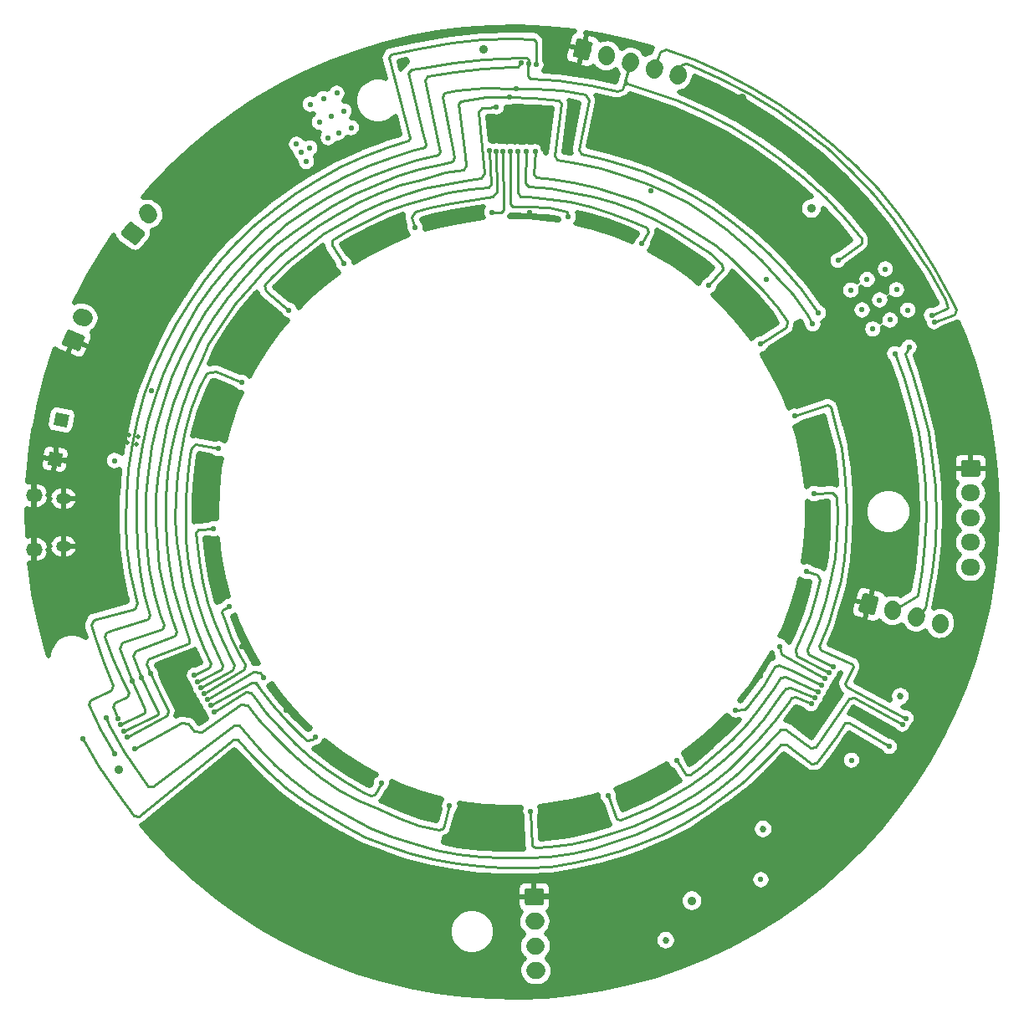
<source format=gbr>
G04 #@! TF.GenerationSoftware,KiCad,Pcbnew,(5.1.4)-1*
G04 #@! TF.CreationDate,2020-09-27T16:22:14-07:00*
G04 #@! TF.ProjectId,StarGazer,53746172-4761-47a6-9572-2e6b69636164,rev?*
G04 #@! TF.SameCoordinates,Original*
G04 #@! TF.FileFunction,Copper,L4,Bot*
G04 #@! TF.FilePolarity,Positive*
%FSLAX46Y46*%
G04 Gerber Fmt 4.6, Leading zero omitted, Abs format (unit mm)*
G04 Created by KiCad (PCBNEW (5.1.4)-1) date 2020-09-27 16:22:14*
%MOMM*%
%LPD*%
G04 APERTURE LIST*
%ADD10C,1.700000*%
%ADD11C,1.700000*%
%ADD12C,0.100000*%
%ADD13C,1.350000*%
%ADD14O,1.950000X1.700000*%
%ADD15O,1.700000X1.350000*%
%ADD16O,1.500000X1.100000*%
%ADD17C,0.550000*%
%ADD18C,0.470000*%
%ADD19C,0.889000*%
%ADD20C,0.685800*%
%ADD21C,0.254000*%
%ADD22C,0.500000*%
G04 APERTURE END LIST*
D10*
X203300000Y-101200000D03*
D11*
X203332352Y-101079259D02*
X203267648Y-101320741D01*
D10*
X200885185Y-100552952D03*
D11*
X200917537Y-100432211D02*
X200852833Y-100673693D01*
D10*
X198470371Y-99905905D03*
D11*
X198502723Y-99785164D02*
X198438019Y-100026646D01*
D12*
G36*
X195679995Y-98153804D02*
G01*
X195704368Y-98156608D01*
X195728349Y-98161788D01*
X196887460Y-98472371D01*
X196910818Y-98479876D01*
X196933327Y-98489634D01*
X196954772Y-98501551D01*
X196974945Y-98515514D01*
X196993653Y-98531386D01*
X197010715Y-98549016D01*
X197025967Y-98568233D01*
X197039261Y-98588852D01*
X197050471Y-98610675D01*
X197059488Y-98633492D01*
X197066224Y-98657083D01*
X197070616Y-98681220D01*
X197072621Y-98705672D01*
X197072220Y-98730203D01*
X197069416Y-98754576D01*
X197064236Y-98778557D01*
X196688949Y-100179150D01*
X196681445Y-100202507D01*
X196671686Y-100225017D01*
X196659769Y-100246462D01*
X196645806Y-100266635D01*
X196629934Y-100285343D01*
X196612305Y-100302405D01*
X196593088Y-100317657D01*
X196572468Y-100330951D01*
X196550645Y-100342161D01*
X196527828Y-100351177D01*
X196504237Y-100357914D01*
X196480100Y-100362306D01*
X196455648Y-100364311D01*
X196431117Y-100363910D01*
X196406744Y-100361106D01*
X196382763Y-100355926D01*
X195223652Y-100045343D01*
X195200294Y-100037838D01*
X195177785Y-100028080D01*
X195156340Y-100016163D01*
X195136167Y-100002200D01*
X195117459Y-99986328D01*
X195100397Y-99968698D01*
X195085145Y-99949481D01*
X195071851Y-99928862D01*
X195060641Y-99907039D01*
X195051624Y-99884222D01*
X195044888Y-99860631D01*
X195040496Y-99836494D01*
X195038491Y-99812042D01*
X195038892Y-99787511D01*
X195041696Y-99763138D01*
X195046876Y-99739157D01*
X195422163Y-98338564D01*
X195429667Y-98315207D01*
X195439426Y-98292697D01*
X195451343Y-98271252D01*
X195465306Y-98251079D01*
X195481178Y-98232371D01*
X195498807Y-98215309D01*
X195518024Y-98200057D01*
X195538644Y-98186763D01*
X195560467Y-98175553D01*
X195583284Y-98166537D01*
X195606875Y-98159800D01*
X195631012Y-98155408D01*
X195655464Y-98153403D01*
X195679995Y-98153804D01*
X195679995Y-98153804D01*
G37*
D10*
X196055556Y-99258857D03*
D13*
X114360000Y-80610000D03*
D12*
G36*
X114904800Y-81393864D02*
G01*
X113576136Y-81154800D01*
X113815200Y-79826136D01*
X115143864Y-80065200D01*
X114904800Y-81393864D01*
X114904800Y-81393864D01*
G37*
D13*
X113710000Y-84580000D03*
D12*
G36*
X114305552Y-85326035D02*
G01*
X112963965Y-85175552D01*
X113114448Y-83833965D01*
X114456035Y-83984448D01*
X114305552Y-85326035D01*
X114305552Y-85326035D01*
G37*
D10*
X123117904Y-59744617D03*
D11*
X122998901Y-59653303D02*
X123236907Y-59835931D01*
D12*
G36*
X121382593Y-60545952D02*
G01*
X121406966Y-60548756D01*
X121430947Y-60553936D01*
X121454305Y-60561441D01*
X121476814Y-60571199D01*
X121498259Y-60583116D01*
X121518432Y-60597079D01*
X122708462Y-61510221D01*
X122727170Y-61526093D01*
X122744232Y-61543723D01*
X122759484Y-61562940D01*
X122772778Y-61583559D01*
X122783988Y-61605382D01*
X122793005Y-61628199D01*
X122799741Y-61651790D01*
X122804133Y-61675927D01*
X122806138Y-61700379D01*
X122805737Y-61724910D01*
X122802933Y-61749283D01*
X122797753Y-61773264D01*
X122790248Y-61796621D01*
X122780490Y-61819131D01*
X122768573Y-61840576D01*
X122754610Y-61860749D01*
X122024096Y-62812773D01*
X122008224Y-62831481D01*
X121990594Y-62848543D01*
X121971377Y-62863795D01*
X121950758Y-62877089D01*
X121928935Y-62888299D01*
X121906118Y-62897316D01*
X121882527Y-62904052D01*
X121858390Y-62908444D01*
X121833938Y-62910449D01*
X121809407Y-62910048D01*
X121785034Y-62907244D01*
X121761053Y-62902064D01*
X121737695Y-62894559D01*
X121715186Y-62884801D01*
X121693741Y-62872884D01*
X121673568Y-62858921D01*
X120483538Y-61945779D01*
X120464830Y-61929907D01*
X120447768Y-61912277D01*
X120432516Y-61893060D01*
X120419222Y-61872441D01*
X120408012Y-61850618D01*
X120398995Y-61827801D01*
X120392259Y-61804210D01*
X120387867Y-61780073D01*
X120385862Y-61755621D01*
X120386263Y-61731090D01*
X120389067Y-61706717D01*
X120394247Y-61682736D01*
X120401752Y-61659379D01*
X120411510Y-61636869D01*
X120423427Y-61615424D01*
X120437390Y-61595251D01*
X121167904Y-60643227D01*
X121183776Y-60624519D01*
X121201406Y-60607457D01*
X121220623Y-60592205D01*
X121241242Y-60578911D01*
X121263065Y-60567701D01*
X121285882Y-60558684D01*
X121309473Y-60551948D01*
X121333610Y-60547556D01*
X121358062Y-60545551D01*
X121382593Y-60545952D01*
X121382593Y-60545952D01*
G37*
D10*
X121596000Y-61728000D03*
D14*
X206370000Y-95510000D03*
X206370000Y-93010000D03*
X206370000Y-90510000D03*
X206370000Y-88010000D03*
D12*
G36*
X207119504Y-84661204D02*
G01*
X207143773Y-84664804D01*
X207167571Y-84670765D01*
X207190671Y-84679030D01*
X207212849Y-84689520D01*
X207233893Y-84702133D01*
X207253598Y-84716747D01*
X207271777Y-84733223D01*
X207288253Y-84751402D01*
X207302867Y-84771107D01*
X207315480Y-84792151D01*
X207325970Y-84814329D01*
X207334235Y-84837429D01*
X207340196Y-84861227D01*
X207343796Y-84885496D01*
X207345000Y-84910000D01*
X207345000Y-86110000D01*
X207343796Y-86134504D01*
X207340196Y-86158773D01*
X207334235Y-86182571D01*
X207325970Y-86205671D01*
X207315480Y-86227849D01*
X207302867Y-86248893D01*
X207288253Y-86268598D01*
X207271777Y-86286777D01*
X207253598Y-86303253D01*
X207233893Y-86317867D01*
X207212849Y-86330480D01*
X207190671Y-86340970D01*
X207167571Y-86349235D01*
X207143773Y-86355196D01*
X207119504Y-86358796D01*
X207095000Y-86360000D01*
X205645000Y-86360000D01*
X205620496Y-86358796D01*
X205596227Y-86355196D01*
X205572429Y-86349235D01*
X205549329Y-86340970D01*
X205527151Y-86330480D01*
X205506107Y-86317867D01*
X205486402Y-86303253D01*
X205468223Y-86286777D01*
X205451747Y-86268598D01*
X205437133Y-86248893D01*
X205424520Y-86227849D01*
X205414030Y-86205671D01*
X205405765Y-86182571D01*
X205399804Y-86158773D01*
X205396204Y-86134504D01*
X205395000Y-86110000D01*
X205395000Y-84910000D01*
X205396204Y-84885496D01*
X205399804Y-84861227D01*
X205405765Y-84837429D01*
X205414030Y-84814329D01*
X205424520Y-84792151D01*
X205437133Y-84771107D01*
X205451747Y-84751402D01*
X205468223Y-84733223D01*
X205486402Y-84716747D01*
X205506107Y-84702133D01*
X205527151Y-84689520D01*
X205549329Y-84679030D01*
X205572429Y-84670765D01*
X205596227Y-84664804D01*
X205620496Y-84661204D01*
X205645000Y-84660000D01*
X207095000Y-84660000D01*
X207119504Y-84661204D01*
X207119504Y-84661204D01*
G37*
D10*
X206370000Y-85510000D03*
X176775258Y-45706190D03*
D11*
X176807610Y-45585449D02*
X176742906Y-45826931D01*
D10*
X174360444Y-45059143D03*
D11*
X174392796Y-44938402D02*
X174328092Y-45179884D01*
D10*
X171945629Y-44412095D03*
D11*
X171977981Y-44291354D02*
X171913277Y-44532836D01*
D10*
X169530815Y-43765048D03*
D11*
X169563167Y-43644307D02*
X169498463Y-43885789D01*
D12*
G36*
X166740439Y-42012947D02*
G01*
X166764812Y-42015751D01*
X166788793Y-42020931D01*
X167947904Y-42331514D01*
X167971262Y-42339019D01*
X167993771Y-42348777D01*
X168015216Y-42360694D01*
X168035389Y-42374657D01*
X168054097Y-42390529D01*
X168071159Y-42408159D01*
X168086411Y-42427376D01*
X168099705Y-42447995D01*
X168110915Y-42469818D01*
X168119932Y-42492635D01*
X168126668Y-42516226D01*
X168131060Y-42540363D01*
X168133065Y-42564815D01*
X168132664Y-42589346D01*
X168129860Y-42613719D01*
X168124680Y-42637700D01*
X167749393Y-44038293D01*
X167741889Y-44061650D01*
X167732130Y-44084160D01*
X167720213Y-44105605D01*
X167706250Y-44125778D01*
X167690378Y-44144486D01*
X167672749Y-44161548D01*
X167653532Y-44176800D01*
X167632912Y-44190094D01*
X167611089Y-44201304D01*
X167588272Y-44210320D01*
X167564681Y-44217057D01*
X167540544Y-44221449D01*
X167516092Y-44223454D01*
X167491561Y-44223053D01*
X167467188Y-44220249D01*
X167443207Y-44215069D01*
X166284096Y-43904486D01*
X166260738Y-43896981D01*
X166238229Y-43887223D01*
X166216784Y-43875306D01*
X166196611Y-43861343D01*
X166177903Y-43845471D01*
X166160841Y-43827841D01*
X166145589Y-43808624D01*
X166132295Y-43788005D01*
X166121085Y-43766182D01*
X166112068Y-43743365D01*
X166105332Y-43719774D01*
X166100940Y-43695637D01*
X166098935Y-43671185D01*
X166099336Y-43646654D01*
X166102140Y-43622281D01*
X166107320Y-43598300D01*
X166482607Y-42197707D01*
X166490111Y-42174350D01*
X166499870Y-42151840D01*
X166511787Y-42130395D01*
X166525750Y-42110222D01*
X166541622Y-42091514D01*
X166559251Y-42074452D01*
X166578468Y-42059200D01*
X166599088Y-42045906D01*
X166620911Y-42034696D01*
X166643728Y-42025680D01*
X166667319Y-42018943D01*
X166691456Y-42014551D01*
X166715908Y-42012546D01*
X166740439Y-42012947D01*
X166740439Y-42012947D01*
G37*
D10*
X167116000Y-43118000D03*
X162380000Y-136360000D03*
D11*
X162504968Y-136357164D02*
X162255032Y-136362836D01*
D10*
X162323282Y-133860643D03*
D11*
X162448250Y-133857807D02*
X162198314Y-133863479D01*
D10*
X162266563Y-131361287D03*
D11*
X162391531Y-131358451D02*
X162141595Y-131364123D01*
D12*
G36*
X162939899Y-127996348D02*
G01*
X162964243Y-127999396D01*
X162988171Y-128004816D01*
X163011452Y-128012555D01*
X163033863Y-128022539D01*
X163055187Y-128034671D01*
X163075219Y-128048835D01*
X163093767Y-128064894D01*
X163110651Y-128082694D01*
X163125709Y-128102063D01*
X163138796Y-128122815D01*
X163149786Y-128144750D01*
X163158573Y-128167656D01*
X163165073Y-128191313D01*
X163169222Y-128215493D01*
X163170982Y-128239964D01*
X163198207Y-129439655D01*
X163197559Y-129464180D01*
X163194511Y-129488524D01*
X163189091Y-129512452D01*
X163181352Y-129535733D01*
X163171368Y-129558144D01*
X163159236Y-129579468D01*
X163145072Y-129599500D01*
X163129013Y-129618048D01*
X163111213Y-129634932D01*
X163091844Y-129649990D01*
X163071092Y-129663077D01*
X163049157Y-129674067D01*
X163026251Y-129682854D01*
X163002594Y-129689354D01*
X162978414Y-129693503D01*
X162953943Y-129695263D01*
X161504316Y-129728160D01*
X161479791Y-129727512D01*
X161455447Y-129724464D01*
X161431519Y-129719044D01*
X161408238Y-129711305D01*
X161385827Y-129701321D01*
X161364503Y-129689189D01*
X161344471Y-129675025D01*
X161325923Y-129658966D01*
X161309039Y-129641166D01*
X161293981Y-129621797D01*
X161280894Y-129601045D01*
X161269904Y-129579110D01*
X161261117Y-129556204D01*
X161254617Y-129532547D01*
X161250468Y-129508367D01*
X161248708Y-129483896D01*
X161221483Y-128284205D01*
X161222131Y-128259680D01*
X161225179Y-128235336D01*
X161230599Y-128211408D01*
X161238338Y-128188127D01*
X161248322Y-128165716D01*
X161260454Y-128144392D01*
X161274618Y-128124360D01*
X161290677Y-128105812D01*
X161308477Y-128088928D01*
X161327846Y-128073870D01*
X161348598Y-128060783D01*
X161370533Y-128049793D01*
X161393439Y-128041006D01*
X161417096Y-128034506D01*
X161441276Y-128030357D01*
X161465747Y-128028597D01*
X162915374Y-127995700D01*
X162939899Y-127996348D01*
X162939899Y-127996348D01*
G37*
D10*
X162209845Y-128861930D03*
X116522709Y-70238301D03*
D11*
X116384127Y-70180898D02*
X116661291Y-70295704D01*
D12*
G36*
X115127204Y-71457864D02*
G01*
X115151473Y-71461464D01*
X115175271Y-71467425D01*
X115198371Y-71475690D01*
X116584191Y-72049715D01*
X116606369Y-72060205D01*
X116627413Y-72072818D01*
X116647118Y-72087432D01*
X116665297Y-72103908D01*
X116681773Y-72122087D01*
X116696387Y-72141792D01*
X116709000Y-72162836D01*
X116719490Y-72185014D01*
X116727755Y-72208114D01*
X116733716Y-72231912D01*
X116737316Y-72256181D01*
X116738520Y-72280685D01*
X116737316Y-72305189D01*
X116733716Y-72329458D01*
X116727755Y-72353256D01*
X116719490Y-72376356D01*
X116260270Y-73485011D01*
X116249780Y-73507189D01*
X116237167Y-73528233D01*
X116222553Y-73547938D01*
X116206077Y-73566117D01*
X116187898Y-73582593D01*
X116168193Y-73597207D01*
X116147149Y-73609820D01*
X116124971Y-73620310D01*
X116101871Y-73628575D01*
X116078073Y-73634536D01*
X116053804Y-73638136D01*
X116029300Y-73639340D01*
X116004796Y-73638136D01*
X115980527Y-73634536D01*
X115956729Y-73628575D01*
X115933629Y-73620310D01*
X114547809Y-73046285D01*
X114525631Y-73035795D01*
X114504587Y-73023182D01*
X114484882Y-73008568D01*
X114466703Y-72992092D01*
X114450227Y-72973913D01*
X114435613Y-72954208D01*
X114423000Y-72933164D01*
X114412510Y-72910986D01*
X114404245Y-72887886D01*
X114398284Y-72864088D01*
X114394684Y-72839819D01*
X114393480Y-72815315D01*
X114394684Y-72790811D01*
X114398284Y-72766542D01*
X114404245Y-72742744D01*
X114412510Y-72719644D01*
X114871730Y-71610989D01*
X114882220Y-71588811D01*
X114894833Y-71567767D01*
X114909447Y-71548062D01*
X114925923Y-71529883D01*
X114944102Y-71513407D01*
X114963807Y-71498793D01*
X114984851Y-71486180D01*
X115007029Y-71475690D01*
X115030129Y-71467425D01*
X115053927Y-71461464D01*
X115078196Y-71457864D01*
X115102700Y-71456660D01*
X115127204Y-71457864D01*
X115127204Y-71457864D01*
G37*
D10*
X115566000Y-72548000D03*
D15*
X111570000Y-93710000D03*
X111570000Y-88250000D03*
D16*
X114570000Y-93400000D03*
X114570000Y-88560000D03*
D17*
X198870000Y-67420000D03*
X197160000Y-68470000D03*
X195890000Y-66390000D03*
X194240000Y-67470000D03*
X195380000Y-69470000D03*
X196460000Y-71400000D03*
X138660000Y-53540000D03*
X139490000Y-53080000D03*
X138130000Y-52700000D03*
X139140000Y-54450000D03*
X197730000Y-65330000D03*
X200010000Y-69500000D03*
X198220000Y-70490000D03*
D18*
X121150000Y-82160000D03*
X121980000Y-83100000D03*
X120200000Y-81950000D03*
X120020000Y-82730000D03*
X120990000Y-82920000D03*
X122150000Y-82340000D03*
D19*
X182312811Y-124155207D03*
D17*
X161760000Y-59590000D03*
X169620000Y-61280000D03*
X176690000Y-64750000D03*
X182740000Y-69980000D03*
X187160000Y-76500000D03*
X189830000Y-84110000D03*
X190330000Y-91720000D03*
X188800000Y-99570000D03*
X180110000Y-112790000D03*
X173640000Y-117210000D03*
X165880000Y-119880000D03*
X157970000Y-120360000D03*
X150210000Y-118740000D03*
X143000000Y-115310000D03*
X137070000Y-110000000D03*
X132570000Y-103520000D03*
X130090000Y-95910000D03*
X129650000Y-87900000D03*
X131120000Y-80070000D03*
X134720000Y-72860000D03*
X140020000Y-67010000D03*
X146510000Y-62720000D03*
X154000000Y-60180000D03*
D19*
X148750000Y-44420000D03*
X125680000Y-105240000D03*
X125940000Y-122640000D03*
D17*
X185090000Y-106550000D03*
D19*
X190710000Y-111620000D03*
D17*
X123460000Y-77620000D03*
X122710000Y-70550000D03*
X129650000Y-62370000D03*
D19*
X128180000Y-53620000D03*
X135640000Y-48390000D03*
X136370000Y-55090000D03*
D17*
X174000000Y-57440000D03*
X174740000Y-52770000D03*
X165700000Y-49820000D03*
D19*
X183210000Y-47980000D03*
X188584239Y-54025761D03*
X188830000Y-60760000D03*
D17*
X194940000Y-79760000D03*
D19*
X163240000Y-53080000D03*
X177520800Y-127245256D03*
D17*
X185660000Y-66360000D03*
D20*
X196340000Y-106740000D03*
X173450000Y-133950000D03*
D19*
X157073209Y-43133209D03*
X120120000Y-116020000D03*
D17*
X140870000Y-48070000D03*
X141680000Y-49870000D03*
X142390000Y-51550000D03*
X143690000Y-51040000D03*
X142960000Y-49340000D03*
X142230000Y-47530000D03*
X139540000Y-48650000D03*
X140470000Y-50470000D03*
X141340000Y-52050000D03*
D19*
X190260000Y-59210000D03*
D17*
X194320000Y-115050000D03*
X185139928Y-127132308D03*
D19*
X178160472Y-129256580D03*
D20*
X185368728Y-122001272D03*
X199270000Y-108570000D03*
X175510000Y-133260000D03*
D17*
X161620000Y-44530000D03*
X120080000Y-110800000D03*
X198140000Y-113660000D03*
X116530000Y-112830000D03*
X192950000Y-64460000D03*
X119720000Y-84720000D03*
X202420000Y-70010000D03*
X202690000Y-70680000D03*
X137380000Y-69490000D03*
X158360000Y-48930000D03*
X157670000Y-53370000D03*
X142940000Y-64780000D03*
X158360000Y-53400000D03*
X150160000Y-61170000D03*
X159054000Y-53428000D03*
X157930000Y-59590000D03*
X159816000Y-53428000D03*
X165658000Y-60032000D03*
X160510000Y-53450000D03*
X173120000Y-62770000D03*
X179880000Y-66990000D03*
X161400000Y-53460000D03*
X185100000Y-72920000D03*
X162300000Y-53450000D03*
X121770000Y-113870000D03*
X153640000Y-119660000D03*
X129830000Y-110140000D03*
X146720000Y-117370000D03*
X129480000Y-109520000D03*
X140020000Y-112710000D03*
X129130000Y-108900000D03*
X134820000Y-106670000D03*
X128790000Y-108300000D03*
X131320000Y-99500000D03*
X128450000Y-107690000D03*
X129750000Y-91620000D03*
X128150000Y-107070000D03*
X130240000Y-83520000D03*
X127820000Y-106440000D03*
X132570000Y-76790000D03*
X199830000Y-110800000D03*
X188540000Y-80230000D03*
X192430000Y-105560000D03*
X190510000Y-88060000D03*
X192040000Y-106200000D03*
X189780000Y-95950000D03*
X191660000Y-106800000D03*
X187050000Y-103520000D03*
X191280000Y-107440000D03*
X182580000Y-109950000D03*
X190950000Y-108100000D03*
X176610000Y-115090000D03*
X190600000Y-108720000D03*
X169700000Y-118660000D03*
X190230000Y-109330000D03*
X161850000Y-120210000D03*
X120330000Y-111470000D03*
X121510000Y-107040000D03*
X160910000Y-44500000D03*
X120670000Y-112080000D03*
X122410000Y-106690000D03*
X160340000Y-47050000D03*
X190960000Y-69770000D03*
X162390000Y-44670000D03*
X119780000Y-114370000D03*
X118850000Y-110780000D03*
X199470000Y-111410000D03*
X121050000Y-112710000D03*
X123350000Y-106260000D03*
X159670000Y-47940000D03*
X190390000Y-70890000D03*
X200140000Y-73240000D03*
X198690000Y-73910000D03*
D21*
X161620000Y-44530000D02*
X161600000Y-45050000D01*
X161804606Y-46075394D02*
X161585049Y-45805049D01*
X161600000Y-45050000D02*
X161585049Y-45805049D01*
X161804606Y-46075394D02*
X164575284Y-46265284D01*
X135290000Y-116280000D02*
X133650000Y-114530000D01*
X137060000Y-117850000D02*
X135290000Y-116280000D01*
X138990000Y-119260000D02*
X137060000Y-117850000D01*
X140970000Y-120530000D02*
X138990000Y-119260000D01*
X143080000Y-121770000D02*
X140970000Y-120530000D01*
X149660000Y-124480000D02*
X147410000Y-123700000D01*
X154330000Y-125500000D02*
X152020000Y-125070000D01*
X156680000Y-125760000D02*
X154330000Y-125500000D01*
X159050000Y-125880000D02*
X156680000Y-125760000D01*
X163840000Y-125790000D02*
X161500000Y-125890000D01*
X166190000Y-125410000D02*
X163840000Y-125790000D01*
X145180000Y-122870000D02*
X143080000Y-121770000D01*
X161500000Y-125890000D02*
X159050000Y-125880000D01*
X175260000Y-122500000D02*
X173020000Y-123450000D01*
X192780000Y-112580000D02*
X191320000Y-114640000D01*
X152020000Y-125070000D02*
X149660000Y-124480000D01*
X186680000Y-113950000D02*
X184960000Y-115780000D01*
X184960000Y-115780000D02*
X183220000Y-117350000D01*
X181300000Y-118770000D02*
X179390000Y-120110000D01*
X147410000Y-123700000D02*
X145180000Y-122870000D01*
X179390000Y-120110000D02*
X177370000Y-121460000D01*
X183220000Y-117350000D02*
X181300000Y-118770000D01*
X168530000Y-124900000D02*
X166190000Y-125410000D01*
X177370000Y-121460000D02*
X175260000Y-122500000D01*
X173020000Y-123450000D02*
X170850000Y-124240000D01*
X170850000Y-124240000D02*
X168530000Y-124900000D01*
X120060000Y-118460000D02*
X118170000Y-115630000D01*
X118170000Y-115630000D02*
X116530000Y-112830000D01*
X121700500Y-120679500D02*
X122226454Y-120746454D01*
X121700500Y-120679500D02*
X120060000Y-118460000D01*
X131723935Y-112943935D02*
X132179165Y-112980835D01*
X133650000Y-114530000D02*
X132179165Y-112980835D01*
X131723935Y-112943935D02*
X122226454Y-120746454D01*
X187156620Y-113486620D02*
X187720580Y-113489420D01*
X187156620Y-113486620D02*
X186680000Y-113950000D01*
X190262318Y-115387682D02*
X190753295Y-115363295D01*
X191320000Y-114640000D02*
X190753295Y-115363295D01*
X190262318Y-115387682D02*
X187720580Y-113489420D01*
X193686446Y-111276446D02*
X194104840Y-111235160D01*
X198140000Y-113660000D02*
X194104840Y-111235160D01*
X193686446Y-111276446D02*
X192780000Y-112580000D01*
X193620000Y-60180000D02*
X191670000Y-58130000D01*
X191670000Y-58130000D02*
X189330000Y-55990000D01*
X189330000Y-55990000D02*
X187090000Y-54190000D01*
X187090000Y-54190000D02*
X184690000Y-52470000D01*
X184690000Y-52470000D02*
X182140000Y-50890000D01*
X182140000Y-50890000D02*
X179380000Y-49480000D01*
X179380000Y-49480000D02*
X176690000Y-48280000D01*
X176690000Y-48280000D02*
X173930000Y-47330000D01*
X171419285Y-46209285D02*
X171656221Y-46583779D01*
X173930000Y-47330000D02*
X171656221Y-46583779D01*
X171419285Y-46209285D02*
X171945629Y-44412095D01*
X195303469Y-62266531D02*
X195304662Y-62734662D01*
X192950000Y-64460000D02*
X195304662Y-62734662D01*
X195303469Y-62266531D02*
X193620000Y-60180000D01*
X119640000Y-109860000D02*
X120080000Y-110800000D01*
X119561087Y-109691087D02*
X119640000Y-109860000D01*
X119775238Y-109215238D02*
X119561087Y-109691087D01*
X120992373Y-108612373D02*
X119775238Y-109215238D01*
X121179570Y-108220430D02*
X120992373Y-108612373D01*
X120574070Y-107015930D02*
X121179570Y-108220430D01*
X119600000Y-104820000D02*
X120574070Y-107015930D01*
X118738504Y-102571496D02*
X119600000Y-104820000D01*
X118872727Y-102122727D02*
X118738504Y-102571496D01*
X119600000Y-101890000D02*
X118872727Y-102122727D01*
X123162500Y-100802500D02*
X119600000Y-101890000D01*
X123300456Y-100349544D02*
X123162500Y-100802500D01*
X122976939Y-99113061D02*
X123300456Y-100349544D01*
X147760000Y-54050000D02*
X145390000Y-54850000D01*
X145390000Y-54850000D02*
X142980000Y-55950000D01*
X151125803Y-53005803D02*
X150040000Y-53250000D01*
X122030000Y-93230000D02*
X122300000Y-95840000D01*
X150916239Y-51493761D02*
X151234130Y-52695870D01*
X122300000Y-95840000D02*
X122730000Y-98260000D01*
X151234130Y-52695870D02*
X151125803Y-53005803D01*
X125660000Y-73650000D02*
X124610000Y-75840000D01*
X149485907Y-45505907D02*
X150916239Y-51493761D01*
X149777112Y-45167112D02*
X149485907Y-45505907D01*
X161620000Y-44120000D02*
X161426051Y-43953949D01*
X151010000Y-44950000D02*
X149777112Y-45167112D01*
X161620000Y-44530000D02*
X161620000Y-44120000D01*
X150040000Y-53250000D02*
X147760000Y-54050000D01*
X161426051Y-43953949D02*
X160732307Y-43932307D01*
X160732307Y-43932307D02*
X157040000Y-44080000D01*
X123800000Y-78290000D02*
X123000000Y-80750000D01*
X157040000Y-44080000D02*
X153990000Y-44450000D01*
X142980000Y-55950000D02*
X140800000Y-57190000D01*
X153990000Y-44450000D02*
X151010000Y-44950000D01*
X140800000Y-57190000D02*
X138690000Y-58470000D01*
X138690000Y-58470000D02*
X136650000Y-59910000D01*
X134670000Y-61500000D02*
X132790000Y-63410000D01*
X136650000Y-59910000D02*
X134670000Y-61500000D01*
X131120000Y-65160000D02*
X129460000Y-67150000D01*
X132790000Y-63410000D02*
X131120000Y-65160000D01*
X129460000Y-67150000D02*
X128050000Y-69190000D01*
X128050000Y-69190000D02*
X126770000Y-71450000D01*
X126770000Y-71450000D02*
X125660000Y-73650000D01*
X124610000Y-75840000D02*
X123800000Y-78290000D01*
X123000000Y-80750000D02*
X122500000Y-83150000D01*
X122500000Y-83150000D02*
X122080000Y-85720000D01*
X122080000Y-85720000D02*
X121930000Y-88190000D01*
X121930000Y-88190000D02*
X121940000Y-90980000D01*
X121940000Y-90980000D02*
X122030000Y-93230000D01*
X122730000Y-98260000D02*
X122976939Y-99113061D01*
X164575284Y-46265284D02*
X167950000Y-46730000D01*
X171656221Y-46583779D02*
X171271473Y-46641473D01*
X171271473Y-46641473D02*
X171945629Y-44412095D01*
X171113586Y-47163586D02*
X170583035Y-47336965D01*
X167950000Y-46730000D02*
X170583035Y-47336965D01*
X171113586Y-47163586D02*
X171271473Y-46641473D01*
X202420000Y-70010000D02*
X204093280Y-69303280D01*
X204093280Y-69303280D02*
X203770000Y-68420000D01*
X203770000Y-68420000D02*
X202210000Y-65510000D01*
X202210000Y-65510000D02*
X200350000Y-62800000D01*
X200350000Y-62800000D02*
X198570000Y-60280000D01*
X198570000Y-60280000D02*
X196490000Y-57740000D01*
X196490000Y-57740000D02*
X194280000Y-55360000D01*
X194280000Y-55360000D02*
X191870000Y-53130000D01*
X191870000Y-53130000D02*
X189090000Y-50940000D01*
X189090000Y-50940000D02*
X186810000Y-49290000D01*
X186810000Y-49290000D02*
X184020000Y-47570000D01*
X184020000Y-47570000D02*
X181050000Y-46030000D01*
X181050000Y-46030000D02*
X178230000Y-44770000D01*
X177679276Y-44520724D02*
X177182879Y-44602879D01*
X177182879Y-44602879D02*
X176775258Y-45706190D01*
X178230000Y-44770000D02*
X177679276Y-44520724D01*
X200950000Y-62390000D02*
X199090000Y-59790000D01*
X202710000Y-65250000D02*
X200950000Y-62390000D01*
X204260000Y-68100000D02*
X202710000Y-65250000D01*
X199090000Y-59790000D02*
X197020000Y-57270000D01*
X197020000Y-57270000D02*
X194720000Y-54910000D01*
X194720000Y-54910000D02*
X192260000Y-52630000D01*
X192260000Y-52630000D02*
X189700000Y-50590000D01*
X189700000Y-50590000D02*
X187060000Y-48690000D01*
X187060000Y-48690000D02*
X184263886Y-47033638D01*
X184263886Y-47033638D02*
X181360000Y-45440000D01*
X181360000Y-45440000D02*
X178410000Y-44160000D01*
X204718083Y-69911917D02*
X204894285Y-69474285D01*
X204894285Y-69474285D02*
X204260000Y-68100000D01*
X202690000Y-70680000D02*
X204718083Y-69911917D01*
X175551818Y-43088182D02*
X174899922Y-43369922D01*
X174899922Y-43369922D02*
X174360444Y-45059143D01*
X178410000Y-44160000D02*
X175551818Y-43088182D01*
X135030000Y-67570000D02*
X137380000Y-69490000D01*
X134920000Y-66990000D02*
X135030000Y-67570000D01*
X155630000Y-56330000D02*
X153360000Y-56710000D01*
X156780000Y-56110000D02*
X155630000Y-56330000D01*
X144830000Y-59510000D02*
X142810000Y-60620000D01*
X135680000Y-66170000D02*
X134920000Y-66990000D01*
X153360000Y-56710000D02*
X151100000Y-57200000D01*
X151100000Y-57200000D02*
X148990000Y-57820000D01*
X148990000Y-57820000D02*
X146850000Y-58600000D01*
X146850000Y-58600000D02*
X144830000Y-59510000D01*
X142810000Y-60620000D02*
X140920000Y-61760000D01*
X140920000Y-61760000D02*
X139090000Y-63170000D01*
X139090000Y-63170000D02*
X137340000Y-64560000D01*
X137340000Y-64560000D02*
X135680000Y-66170000D01*
X157130000Y-55600000D02*
X156780000Y-56110000D01*
X158360000Y-48930000D02*
X157350000Y-49000000D01*
X156946346Y-49046346D02*
X156605324Y-49494676D01*
X156605324Y-49494676D02*
X157130000Y-55600000D01*
X157350000Y-49000000D02*
X156946346Y-49046346D01*
X157670000Y-53370000D02*
X157840000Y-56710000D01*
X157840000Y-56710000D02*
X157620000Y-57080000D01*
X157620000Y-57080000D02*
X155680000Y-57220000D01*
X155680000Y-57220000D02*
X153550000Y-57610000D01*
X153550000Y-57610000D02*
X151370000Y-58150000D01*
X151370000Y-58150000D02*
X149250000Y-58780000D01*
X149250000Y-58780000D02*
X147300000Y-59480000D01*
X147300000Y-59480000D02*
X145300000Y-60440000D01*
X145300000Y-60440000D02*
X143250000Y-61470000D01*
X143250000Y-61470000D02*
X141770000Y-62410000D01*
X141770000Y-62410000D02*
X141710000Y-62950000D01*
X141710000Y-62950000D02*
X142940000Y-64780000D01*
X157990000Y-57990000D02*
X155870000Y-58330000D01*
X155870000Y-58330000D02*
X153790000Y-58680000D01*
X153790000Y-58680000D02*
X151660000Y-59110000D01*
X151660000Y-59110000D02*
X150140000Y-59570000D01*
X150140000Y-59570000D02*
X149800000Y-60110000D01*
X149800000Y-60110000D02*
X150160000Y-61170000D01*
X157990000Y-57990000D02*
X158431435Y-57498565D01*
X158360000Y-53400000D02*
X158431435Y-57498565D01*
X158830000Y-59590000D02*
X159098222Y-59351778D01*
X159054000Y-53428000D02*
X159098222Y-59351778D01*
X158830000Y-59590000D02*
X157930000Y-59590000D01*
X161570000Y-59040000D02*
X163650000Y-59130000D01*
X159800719Y-58749281D02*
X160076242Y-59006242D01*
X160076242Y-59006242D02*
X161570000Y-59040000D01*
X159816000Y-53428000D02*
X159800719Y-58749281D01*
X165658000Y-60032000D02*
X165560513Y-59499487D01*
X163650000Y-59130000D02*
X165560513Y-59499487D01*
X161590000Y-58010000D02*
X163780000Y-58220000D01*
X163780000Y-58220000D02*
X165790000Y-58530000D01*
X165790000Y-58530000D02*
X167920000Y-59010000D01*
X167920000Y-59010000D02*
X169950000Y-59670000D01*
X169950000Y-59670000D02*
X171980000Y-60430000D01*
X160519182Y-57590818D02*
X160824215Y-57974215D01*
X160824215Y-57974215D02*
X161590000Y-58010000D01*
X160510000Y-53450000D02*
X160519182Y-57590818D01*
X173731486Y-61571486D02*
X173555000Y-61155000D01*
X171980000Y-60430000D02*
X173555000Y-61155000D01*
X173731486Y-61571486D02*
X173120000Y-62770000D01*
X179910000Y-63720000D02*
X178060000Y-62510000D01*
X178060000Y-62510000D02*
X176230000Y-61320000D01*
X176230000Y-61320000D02*
X174310000Y-60270000D01*
X174310000Y-60270000D02*
X172280000Y-59380000D01*
X172280000Y-59380000D02*
X170320000Y-58630000D01*
X170320000Y-58630000D02*
X168160000Y-58020000D01*
X168160000Y-58020000D02*
X165980000Y-57570000D01*
X165980000Y-57570000D02*
X163880000Y-57190000D01*
X161346225Y-56623775D02*
X161618103Y-57011897D01*
X161618103Y-57011897D02*
X163880000Y-57190000D01*
X161400000Y-53460000D02*
X161346225Y-56623775D01*
X181331139Y-65391139D02*
X181202768Y-64847232D01*
X181202768Y-64847232D02*
X179910000Y-63720000D01*
X179880000Y-66990000D02*
X181331139Y-65391139D01*
X186870000Y-69240000D02*
X185380000Y-67520000D01*
X185380000Y-67520000D02*
X183860000Y-65960000D01*
X183860000Y-65960000D02*
X182170000Y-64310000D01*
X182170000Y-64310000D02*
X180540000Y-62940000D01*
X180540000Y-62940000D02*
X178630000Y-61730000D01*
X178630000Y-61730000D02*
X176700000Y-60540000D01*
X176700000Y-60540000D02*
X174640000Y-59330000D01*
X174640000Y-59330000D02*
X172670000Y-58460000D01*
X172670000Y-58460000D02*
X170570000Y-57740000D01*
X170570000Y-57740000D02*
X168400000Y-57070000D01*
X168400000Y-57070000D02*
X166160000Y-56580000D01*
X166160000Y-56580000D02*
X164000000Y-56210000D01*
X162178261Y-55728261D02*
X162410910Y-56089090D01*
X164000000Y-56210000D02*
X162410910Y-56089090D01*
X162178261Y-55728261D02*
X162300000Y-53450000D01*
X187741904Y-71191904D02*
X187778871Y-70638871D01*
X187778871Y-70638871D02*
X186870000Y-69240000D01*
X185100000Y-72920000D02*
X187741904Y-71191904D01*
X121770000Y-113870000D02*
X126510000Y-111290000D01*
X126510000Y-111290000D02*
X127200000Y-111350000D01*
X127200000Y-111350000D02*
X127790000Y-112140000D01*
X127790000Y-112140000D02*
X128560000Y-112230000D01*
X128560000Y-112230000D02*
X132540000Y-109410000D01*
X132540000Y-109410000D02*
X133170000Y-109460000D01*
X133170000Y-109460000D02*
X134320000Y-110930000D01*
X134320000Y-110930000D02*
X135820000Y-112500000D01*
X135820000Y-112500000D02*
X137420000Y-114150000D01*
X137420000Y-114150000D02*
X138960000Y-115490000D01*
X138960000Y-115490000D02*
X140650000Y-116830000D01*
X140650000Y-116830000D02*
X142500000Y-118100000D01*
X142500000Y-118100000D02*
X144490000Y-119160000D01*
X144490000Y-119160000D02*
X146480000Y-120020000D01*
X146480000Y-120020000D02*
X148490000Y-120890000D01*
X148490000Y-120890000D02*
X150550000Y-121660000D01*
X150550000Y-121660000D02*
X152560000Y-122130000D01*
X152560000Y-122130000D02*
X153010000Y-121960000D01*
X153010000Y-121960000D02*
X153640000Y-119660000D01*
X135090000Y-110220000D02*
X136520000Y-111810000D01*
X136520000Y-111810000D02*
X138020000Y-113410000D01*
X138020000Y-113410000D02*
X139570000Y-114760000D01*
X139570000Y-114760000D02*
X141240000Y-116000000D01*
X141240000Y-116000000D02*
X143050000Y-117220000D01*
X143050000Y-117220000D02*
X144900000Y-118280000D01*
X144900000Y-118280000D02*
X145660000Y-118640000D01*
X145660000Y-118640000D02*
X146110000Y-118510000D01*
X146110000Y-118510000D02*
X146720000Y-117370000D01*
X133849638Y-108620362D02*
X135090000Y-110220000D01*
X133515152Y-108204848D02*
X133027672Y-108127672D01*
X133027672Y-108127672D02*
X129830000Y-110140000D01*
X133515152Y-108204848D02*
X133849638Y-108620362D01*
X134080000Y-107260000D02*
X134560000Y-107980000D01*
X134560000Y-107980000D02*
X135850000Y-109600000D01*
X135850000Y-109600000D02*
X137260000Y-111190000D01*
X137260000Y-111190000D02*
X138720000Y-112620000D01*
X138720000Y-112620000D02*
X139190000Y-113050000D01*
X139190000Y-113050000D02*
X139730000Y-112980000D01*
X139730000Y-112980000D02*
X140020000Y-112710000D01*
X133582014Y-107172014D02*
X134052000Y-107218000D01*
X134052000Y-107218000D02*
X134560000Y-107980000D01*
X129480000Y-109520000D02*
X133582014Y-107172014D01*
X129130000Y-108900000D02*
X133780000Y-106120000D01*
X133780000Y-106120000D02*
X134470000Y-106180000D01*
X134470000Y-106180000D02*
X134820000Y-106670000D01*
X128790000Y-108300000D02*
X132840000Y-105870000D01*
X132430000Y-104470000D02*
X131540000Y-102600000D01*
X131540000Y-102600000D02*
X130800000Y-100660000D01*
X130576072Y-100123928D02*
X130647084Y-99792916D01*
X130647084Y-99792916D02*
X131320000Y-99500000D01*
X130800000Y-100660000D02*
X130576072Y-100123928D01*
X132840000Y-105870000D02*
X132932410Y-105357590D01*
X132932410Y-105357590D02*
X132430000Y-104470000D01*
X131580000Y-104930000D02*
X130690000Y-103000000D01*
X130690000Y-103000000D02*
X129840000Y-101050000D01*
X129840000Y-101050000D02*
X129160000Y-99080000D01*
X129160000Y-99080000D02*
X128650000Y-96970000D01*
X128650000Y-96970000D02*
X128280000Y-94850000D01*
X128280000Y-94850000D02*
X128000000Y-92740000D01*
X128204010Y-91694010D02*
X127909000Y-92019000D01*
X128000000Y-92740000D02*
X127909000Y-92019000D01*
X128204010Y-91694010D02*
X129750000Y-91620000D01*
X131811579Y-105381579D02*
X131661162Y-105888838D01*
X128450000Y-107690000D02*
X131661162Y-105888838D01*
X131811579Y-105381579D02*
X131580000Y-104930000D01*
X129730000Y-103420000D02*
X128900000Y-101390000D01*
X128900000Y-101390000D02*
X128220000Y-99330000D01*
X128220000Y-99330000D02*
X127650000Y-97170000D01*
X127650000Y-97170000D02*
X127210000Y-95070000D01*
X127210000Y-95070000D02*
X126970000Y-92830000D01*
X126970000Y-92830000D02*
X126930000Y-90700000D01*
X126930000Y-90700000D02*
X126930000Y-88490000D01*
X126930000Y-88490000D02*
X127090000Y-86280000D01*
X127090000Y-86280000D02*
X127370000Y-84080000D01*
X127966315Y-83046315D02*
X127512462Y-83392462D01*
X127370000Y-84080000D02*
X127512462Y-83392462D01*
X127966315Y-83046315D02*
X130240000Y-83520000D01*
X130580299Y-105850299D02*
X130678942Y-105431058D01*
X130678942Y-105431058D02*
X129730000Y-103420000D01*
X128150000Y-107070000D02*
X130580299Y-105850299D01*
X128780000Y-103840000D02*
X127940000Y-101730000D01*
X127940000Y-101730000D02*
X127260000Y-99630000D01*
X127260000Y-99630000D02*
X126640000Y-97370000D01*
X126640000Y-97370000D02*
X126300000Y-95130000D01*
X126300000Y-95130000D02*
X125990000Y-92930000D01*
X125990000Y-92930000D02*
X125870000Y-90700000D01*
X125870000Y-90700000D02*
X125900000Y-88380000D01*
X125900000Y-88380000D02*
X126060000Y-86120000D01*
X126060000Y-86120000D02*
X126410000Y-83890000D01*
X126410000Y-83890000D02*
X126840000Y-81690000D01*
X126840000Y-81690000D02*
X127480000Y-79520000D01*
X127480000Y-79520000D02*
X128330000Y-77350000D01*
X128330000Y-77350000D02*
X129010000Y-75840000D01*
X129010000Y-75840000D02*
X130020000Y-75710000D01*
X130020000Y-75710000D02*
X132570000Y-76790000D01*
X129451264Y-105241264D02*
X129337919Y-105637919D01*
X127820000Y-106440000D02*
X129337919Y-105637919D01*
X129451264Y-105241264D02*
X128780000Y-103840000D01*
X191090000Y-103280000D02*
X191970000Y-101240000D01*
X191970000Y-101240000D02*
X193220000Y-96850000D01*
X193220000Y-96850000D02*
X193550000Y-94660000D01*
X193550000Y-94660000D02*
X193740000Y-92430000D01*
X193740000Y-92430000D02*
X193830000Y-90160000D01*
X193830000Y-90160000D02*
X193770000Y-87860000D01*
X193770000Y-87860000D02*
X193590000Y-85690000D01*
X193590000Y-85690000D02*
X193300000Y-83470000D01*
X193300000Y-83470000D02*
X192760000Y-81330000D01*
X191868988Y-79111012D02*
X192176102Y-79263898D01*
X192760000Y-81330000D02*
X192176102Y-79263898D01*
X191868988Y-79111012D02*
X188540000Y-80230000D01*
X191036775Y-103446775D02*
X191201921Y-103868079D01*
X191036775Y-103446775D02*
X191090000Y-103280000D01*
X194381492Y-105301492D02*
X194501278Y-105601278D01*
X194381492Y-105301492D02*
X191201921Y-103868079D01*
X193688467Y-107258467D02*
X193845021Y-107644979D01*
X199830000Y-110800000D02*
X193845021Y-107644979D01*
X193688467Y-107258467D02*
X194501278Y-105601278D01*
X190400000Y-102460000D02*
X191040000Y-100890000D01*
X191040000Y-100890000D02*
X191700000Y-98780000D01*
X191700000Y-98780000D02*
X192220000Y-96610000D01*
X192220000Y-96610000D02*
X192630000Y-94550000D01*
X192630000Y-94550000D02*
X192820000Y-92380000D01*
X192820000Y-92380000D02*
X192860000Y-90170000D01*
X192412728Y-87957272D02*
X192824091Y-88365909D01*
X192860000Y-90170000D02*
X192824091Y-88365909D01*
X192412728Y-87957272D02*
X190510000Y-88060000D01*
X189919688Y-104300312D02*
X189804980Y-103834980D01*
X189804980Y-103834980D02*
X190400000Y-102460000D01*
X192430000Y-105560000D02*
X189919688Y-104300312D01*
X189260000Y-102480000D02*
X190080000Y-100500000D01*
X190080000Y-100500000D02*
X190660000Y-98490000D01*
X191070113Y-96810113D02*
X190897171Y-96277171D01*
X190897171Y-96277171D02*
X189780000Y-95950000D01*
X190660000Y-98490000D02*
X191070113Y-96810113D01*
X188759172Y-104450828D02*
X188646768Y-103786768D01*
X188646768Y-103786768D02*
X189260000Y-102480000D01*
X192040000Y-106200000D02*
X188759172Y-104450828D01*
X187186356Y-104333644D02*
X187050000Y-103520000D01*
X191660000Y-106800000D02*
X187186356Y-104333644D01*
X191280000Y-107440000D02*
X188380672Y-105969328D01*
X186040000Y-106410000D02*
X185410000Y-107450000D01*
X185410000Y-107450000D02*
X183830000Y-109530000D01*
X182580000Y-109950000D02*
X183457556Y-109947556D01*
X183830000Y-109530000D02*
X183457556Y-109947556D01*
X187005236Y-105404764D02*
X186570549Y-105580549D01*
X186570549Y-105580549D02*
X186040000Y-106410000D01*
X188380672Y-105969328D02*
X187005236Y-105404764D01*
X186330000Y-107910000D02*
X184710000Y-110160000D01*
X184710000Y-110160000D02*
X183740000Y-111370000D01*
X183740000Y-111370000D02*
X182250000Y-112950000D01*
X182250000Y-112950000D02*
X180770000Y-114230000D01*
X180770000Y-114230000D02*
X178930000Y-115830000D01*
X177992494Y-116492494D02*
X177599643Y-116480357D01*
X177599643Y-116480357D02*
X176610000Y-115090000D01*
X178930000Y-115830000D02*
X177992494Y-116492494D01*
X187139705Y-106699705D02*
X187599735Y-106630265D01*
X190950000Y-108100000D02*
X187599735Y-106630265D01*
X187139705Y-106699705D02*
X186330000Y-107910000D01*
X187070000Y-108580000D02*
X185400000Y-110820000D01*
X185400000Y-110820000D02*
X184460000Y-112010000D01*
X184460000Y-112010000D02*
X182960000Y-113520000D01*
X182960000Y-113520000D02*
X181260000Y-115030000D01*
X181260000Y-115030000D02*
X179600000Y-116390000D01*
X179600000Y-116390000D02*
X177870000Y-117640000D01*
X177870000Y-117640000D02*
X175900000Y-118810000D01*
X175900000Y-118810000D02*
X174050000Y-119800000D01*
X174050000Y-119800000D02*
X172010000Y-120650000D01*
X170969142Y-121119142D02*
X170551888Y-120958112D01*
X170551888Y-120958112D02*
X169700000Y-118660000D01*
X172010000Y-120650000D02*
X170969142Y-121119142D01*
X187650439Y-107770439D02*
X188178866Y-107671134D01*
X190600000Y-108720000D02*
X188178866Y-107671134D01*
X187650439Y-107770439D02*
X187070000Y-108580000D01*
X188000000Y-109130000D02*
X186610000Y-110920000D01*
X186610000Y-110920000D02*
X185220000Y-112590000D01*
X185220000Y-112590000D02*
X183590000Y-114310000D01*
X183590000Y-114310000D02*
X181960000Y-115880000D01*
X181960000Y-115880000D02*
X180280000Y-117240000D01*
X180280000Y-117240000D02*
X178390000Y-118500000D01*
X178390000Y-118500000D02*
X176420000Y-119690000D01*
X176420000Y-119690000D02*
X174390000Y-120710000D01*
X174390000Y-120710000D02*
X172310000Y-121660000D01*
X172310000Y-121660000D02*
X170310000Y-122340000D01*
X170310000Y-122340000D02*
X168070000Y-123040000D01*
X168070000Y-123040000D02*
X165890000Y-123530000D01*
X165890000Y-123530000D02*
X163680000Y-123810000D01*
X162300456Y-123900456D02*
X161960965Y-123709035D01*
X161960965Y-123709035D02*
X161850000Y-120210000D01*
X163680000Y-123810000D02*
X162300456Y-123900456D01*
X188269388Y-108739388D02*
X188638390Y-108651610D01*
X190230000Y-109330000D02*
X188638390Y-108651610D01*
X188269388Y-108739388D02*
X188000000Y-109130000D01*
X122670000Y-109610000D02*
X121510000Y-107040000D01*
X122790000Y-109890000D02*
X122670000Y-109610000D01*
X120330000Y-111470000D02*
X122757296Y-110247296D01*
X122757296Y-110247296D02*
X122790000Y-109890000D01*
X120490000Y-104400000D02*
X121510000Y-107040000D01*
X120248047Y-103701953D02*
X120490000Y-104400000D01*
X120482187Y-103157813D02*
X120248047Y-103701953D01*
X124720020Y-101349980D02*
X124548764Y-101778764D01*
X145740000Y-55850000D02*
X143460000Y-56880000D01*
X152508182Y-53738182D02*
X150290000Y-54320000D01*
X151164194Y-46265806D02*
X152625326Y-53134674D01*
X151374117Y-45825883D02*
X151164194Y-46265806D01*
X152625326Y-53134674D02*
X152675365Y-53395365D01*
X124548764Y-101778764D02*
X120482187Y-103157813D01*
X141270000Y-58050000D02*
X139230000Y-59330000D01*
X148030000Y-55030000D02*
X145740000Y-55850000D01*
X159890000Y-44850000D02*
X157030000Y-45040000D01*
X150290000Y-54320000D02*
X148030000Y-55030000D01*
X157030000Y-45040000D02*
X154080000Y-45420000D01*
X143460000Y-56880000D02*
X141270000Y-58050000D01*
X154080000Y-45420000D02*
X151374117Y-45825883D01*
X152675365Y-53395365D02*
X152508182Y-53738182D01*
X139230000Y-59330000D02*
X137220000Y-60720000D01*
X137220000Y-60720000D02*
X135290000Y-62370000D01*
X135290000Y-62370000D02*
X133520000Y-64040000D01*
X133520000Y-64040000D02*
X131850000Y-65900000D01*
X131850000Y-65900000D02*
X130350000Y-67740000D01*
X130350000Y-67740000D02*
X128890000Y-69730000D01*
X128890000Y-69730000D02*
X127610000Y-71920000D01*
X127610000Y-71920000D02*
X126510000Y-74040000D01*
X126510000Y-74040000D02*
X125530000Y-76200000D01*
X125530000Y-76200000D02*
X124700000Y-78560000D01*
X124700000Y-78560000D02*
X123960000Y-81080000D01*
X123960000Y-81080000D02*
X123500000Y-83340000D01*
X123500000Y-83340000D02*
X123100000Y-85840000D01*
X123100000Y-85840000D02*
X122890000Y-88270000D01*
X122890000Y-88270000D02*
X122860000Y-90780000D01*
X122860000Y-90780000D02*
X122970000Y-93190000D01*
X122970000Y-93190000D02*
X123210000Y-95660000D01*
X123210000Y-95660000D02*
X123730000Y-98100000D01*
X123730000Y-98100000D02*
X124314755Y-100235245D01*
X124314755Y-100235245D02*
X124720020Y-101349980D01*
X160910000Y-44500000D02*
X160510000Y-44850000D01*
X159890000Y-44850000D02*
X160510000Y-44850000D01*
X123660000Y-109170000D02*
X122410000Y-106690000D01*
X124140000Y-110130000D02*
X123660000Y-109170000D01*
X120670000Y-112080000D02*
X124110402Y-110420402D01*
X124110402Y-110420402D02*
X124140000Y-110130000D01*
X121591869Y-104468131D02*
X122410000Y-106690000D01*
X121817055Y-103977055D02*
X121591869Y-104468131D01*
X125875814Y-102465814D02*
X121817055Y-103977055D01*
X125613513Y-100886487D02*
X126032847Y-102017153D01*
X124220000Y-95490000D02*
X124700000Y-97770000D01*
X125218733Y-99761267D02*
X125613513Y-100886487D01*
X123900000Y-90770000D02*
X124040000Y-93100000D01*
X124130000Y-85940000D02*
X123920000Y-88290000D01*
X124700000Y-97770000D02*
X125218733Y-99761267D01*
X125010000Y-81330000D02*
X124130000Y-85940000D01*
X126480000Y-76730000D02*
X125640000Y-78850000D01*
X127220000Y-74970000D02*
X126480000Y-76730000D01*
X128490000Y-72350000D02*
X127220000Y-74970000D01*
X129680000Y-70340000D02*
X128490000Y-72350000D01*
X124040000Y-93100000D02*
X124220000Y-95490000D01*
X131070000Y-68310000D02*
X129680000Y-70340000D01*
X123920000Y-88290000D02*
X123900000Y-90770000D01*
X154120723Y-54049277D02*
X153940873Y-54489127D01*
X152950000Y-54670000D02*
X150550000Y-55230000D01*
X153940873Y-54489127D02*
X152950000Y-54670000D01*
X150550000Y-55230000D02*
X148370000Y-55910000D01*
X125640000Y-78850000D02*
X125010000Y-81330000D01*
X148370000Y-55910000D02*
X146140000Y-56830000D01*
X146140000Y-56830000D02*
X143960000Y-57790000D01*
X132670000Y-66390000D02*
X131070000Y-68310000D01*
X153903111Y-53096889D02*
X154120723Y-54049277D01*
X143960000Y-57790000D02*
X141760000Y-58930000D01*
X134200000Y-64720000D02*
X132670000Y-66390000D01*
X141760000Y-58930000D02*
X139780000Y-60170000D01*
X139780000Y-60170000D02*
X137850000Y-61530000D01*
X137850000Y-61530000D02*
X135910000Y-62970000D01*
X126032847Y-102017153D02*
X125875814Y-102465814D01*
X135910000Y-62970000D02*
X134200000Y-64720000D01*
X157120000Y-46990000D02*
X154330000Y-47250000D01*
X160340000Y-47050000D02*
X157120000Y-46990000D01*
X190960000Y-69770000D02*
X189270000Y-67380000D01*
X189270000Y-67380000D02*
X187670000Y-65580000D01*
X187670000Y-65580000D02*
X185960000Y-63740000D01*
X185960000Y-63740000D02*
X184070000Y-62030000D01*
X184070000Y-62030000D02*
X182270000Y-60600000D01*
X182270000Y-60600000D02*
X180280000Y-59120000D01*
X180280000Y-59120000D02*
X178160000Y-57840000D01*
X178160000Y-57840000D02*
X175970000Y-56640000D01*
X175970000Y-56640000D02*
X173360000Y-55500000D01*
X173360000Y-55500000D02*
X171510000Y-54840000D01*
X171510000Y-54840000D02*
X169160000Y-54180000D01*
X165020000Y-47280000D02*
X162210000Y-47110000D01*
X162210000Y-47110000D02*
X160340000Y-47050000D01*
X167444024Y-47715976D02*
X167712201Y-48232201D01*
X167444024Y-47715976D02*
X165020000Y-47280000D01*
X166737463Y-53252537D02*
X167010651Y-53679349D01*
X169160000Y-54180000D02*
X167010651Y-53679349D01*
X166737463Y-53252537D02*
X167712201Y-48232201D01*
X153128629Y-47508629D02*
X152957185Y-47927185D01*
X152957185Y-47927185D02*
X153903111Y-53096889D01*
X154330000Y-47250000D02*
X153128629Y-47508629D01*
X162417023Y-42337023D02*
X162390000Y-44670000D01*
X160040000Y-42030000D02*
X162184938Y-42075062D01*
X156910000Y-42080000D02*
X160040000Y-42030000D01*
X153850000Y-42420000D02*
X156910000Y-42080000D01*
X150550000Y-43000000D02*
X153850000Y-42420000D01*
X147681102Y-43601102D02*
X150550000Y-43000000D01*
X149640663Y-52040663D02*
X147484383Y-43975617D01*
X127360000Y-68590000D02*
X128790000Y-66470000D01*
X121830000Y-98510000D02*
X121300000Y-95920000D01*
X120960000Y-93410000D02*
X120880000Y-90860000D01*
X121748899Y-99731101D02*
X121985251Y-99184749D01*
X121985251Y-99184749D02*
X121830000Y-98510000D01*
X117614745Y-100835255D02*
X121748899Y-99731101D01*
X119780000Y-114370000D02*
X118330000Y-111930000D01*
X140220000Y-56320000D02*
X142600000Y-54990000D01*
X117377448Y-101362552D02*
X117614745Y-100835255D01*
X117130454Y-109359546D02*
X117271756Y-108951756D01*
X132000000Y-62680000D02*
X133970000Y-60840000D01*
X117670000Y-102440000D02*
X117377448Y-101362552D01*
X162184938Y-42075062D02*
X162417023Y-42337023D01*
X119398245Y-107948245D02*
X119549473Y-107480527D01*
X147484383Y-43975617D02*
X147681102Y-43601102D01*
X117271756Y-108951756D02*
X119398245Y-107948245D01*
X123670000Y-75570000D02*
X124750000Y-73140000D01*
X122020000Y-80550000D02*
X122730000Y-77970000D01*
X118600000Y-105150000D02*
X117670000Y-102440000D01*
X118330000Y-111930000D02*
X117130454Y-109359546D01*
X149488512Y-52368512D02*
X149640663Y-52040663D01*
X119549473Y-107480527D02*
X118600000Y-105150000D01*
X120910000Y-88250000D02*
X121130000Y-85590000D01*
X121130000Y-85590000D02*
X121490000Y-82980000D01*
X120880000Y-90860000D02*
X120910000Y-88250000D01*
X121490000Y-82980000D02*
X122020000Y-80550000D01*
X122730000Y-77970000D02*
X123670000Y-75570000D01*
X124750000Y-73140000D02*
X125890000Y-70910000D01*
X121300000Y-95920000D02*
X120960000Y-93410000D01*
X125890000Y-70910000D02*
X127360000Y-68590000D01*
X128790000Y-66470000D02*
X130320000Y-64500000D01*
X130320000Y-64500000D02*
X132000000Y-62680000D01*
X133970000Y-60840000D02*
X135990000Y-59150000D01*
X135990000Y-59150000D02*
X138060000Y-57660000D01*
X138060000Y-57660000D02*
X140220000Y-56320000D01*
X142600000Y-54990000D02*
X144920000Y-53950000D01*
X144920000Y-53950000D02*
X147350000Y-53030000D01*
X147350000Y-53030000D02*
X149488512Y-52368512D01*
X118850000Y-110780000D02*
X119180000Y-111400000D01*
X119180000Y-111400000D02*
X120700000Y-114130000D01*
X120700000Y-114130000D02*
X122360000Y-116580000D01*
X132770000Y-112030000D02*
X134330000Y-113810000D01*
X134330000Y-113810000D02*
X136020000Y-115570000D01*
X136020000Y-115570000D02*
X137690000Y-117060000D01*
X137690000Y-117060000D02*
X139530000Y-118430000D01*
X139530000Y-118430000D02*
X141490000Y-119670000D01*
X141490000Y-119670000D02*
X143580000Y-120850000D01*
X143580000Y-120850000D02*
X145620000Y-121900000D01*
X145620000Y-121900000D02*
X147800000Y-122750000D01*
X147800000Y-122750000D02*
X149980000Y-123490000D01*
X149980000Y-123490000D02*
X152250000Y-124120000D01*
X152250000Y-124120000D02*
X154430000Y-124560000D01*
X154430000Y-124560000D02*
X156780000Y-124840000D01*
X156780000Y-124840000D02*
X159040000Y-124910000D01*
X159040000Y-124910000D02*
X161500000Y-124880000D01*
X161500000Y-124880000D02*
X163720000Y-124790000D01*
X163720000Y-124790000D02*
X166030000Y-124450000D01*
X166030000Y-124450000D02*
X168220000Y-123940000D01*
X168220000Y-123940000D02*
X170500000Y-123240000D01*
X170500000Y-123240000D02*
X172610000Y-122530000D01*
X172610000Y-122530000D02*
X174780000Y-121480000D01*
X174780000Y-121480000D02*
X176870000Y-120460000D01*
X176870000Y-120460000D02*
X178890000Y-119350000D01*
X178890000Y-119350000D02*
X180750000Y-118050000D01*
X180750000Y-118050000D02*
X182590000Y-116560000D01*
X182590000Y-116560000D02*
X184240000Y-114990000D01*
X184240000Y-114990000D02*
X185870000Y-113290000D01*
X194565981Y-108724019D02*
X194071881Y-108771881D01*
X194565981Y-108724019D02*
X199470000Y-111410000D01*
X190682445Y-113742445D02*
X190167056Y-113762944D01*
X190682445Y-113742445D02*
X194071881Y-108771881D01*
X187670123Y-111910123D02*
X187138904Y-111918904D01*
X185870000Y-113290000D02*
X187138904Y-111918904D01*
X187670123Y-111910123D02*
X190167056Y-113762944D01*
X131835763Y-111475763D02*
X132312253Y-111487747D01*
X132312253Y-111487747D02*
X132770000Y-112030000D01*
X123121379Y-117658621D02*
X123632661Y-117702661D01*
X123632661Y-117702661D02*
X131835763Y-111475763D01*
X122360000Y-116580000D02*
X123121379Y-117658621D01*
X123882000Y-107372000D02*
X123350000Y-106260000D01*
X124490000Y-108640000D02*
X123882000Y-107372000D01*
X125190000Y-110020000D02*
X124490000Y-108640000D01*
X121050000Y-112710000D02*
X125073343Y-110503343D01*
X125073343Y-110503343D02*
X125190000Y-110020000D01*
X122977119Y-105312881D02*
X123350000Y-106260000D01*
X133450000Y-67150000D02*
X131930000Y-68880000D01*
X130560000Y-70840000D02*
X129240000Y-72880000D01*
X134970000Y-65370000D02*
X133450000Y-67150000D01*
X136710000Y-63770000D02*
X134970000Y-65370000D01*
X138460000Y-62320000D02*
X136710000Y-63770000D01*
X140310000Y-60960000D02*
X138460000Y-62320000D01*
X142230000Y-59770000D02*
X140310000Y-60960000D01*
X155231786Y-53888214D02*
X155329107Y-54899107D01*
X148630000Y-56840000D02*
X146440000Y-57660000D01*
X131930000Y-68880000D02*
X130560000Y-70840000D01*
X146440000Y-57660000D02*
X144340000Y-58580000D01*
X155060000Y-55270000D02*
X153140000Y-55590000D01*
X155329107Y-54899107D02*
X155060000Y-55270000D01*
X144340000Y-58580000D02*
X142230000Y-59770000D01*
X150740000Y-56280000D02*
X148630000Y-56840000D01*
X153140000Y-55590000D02*
X150740000Y-56280000D01*
X129240000Y-72880000D02*
X128540000Y-74480000D01*
X128540000Y-74480000D02*
X127350000Y-77030000D01*
X127350000Y-77030000D02*
X126560000Y-79200000D01*
X126560000Y-79200000D02*
X125920000Y-81530000D01*
X125920000Y-81530000D02*
X125440000Y-83730000D01*
X123157026Y-104807026D02*
X122977119Y-105312881D01*
X125440000Y-83730000D02*
X125090000Y-86020000D01*
X125090000Y-86020000D02*
X124920000Y-88360000D01*
X124920000Y-88360000D02*
X124930000Y-90730000D01*
X124930000Y-90730000D02*
X125010000Y-92980000D01*
X125240000Y-95280000D02*
X125690000Y-97630000D01*
X125010000Y-92980000D02*
X125240000Y-95280000D01*
X126340000Y-99910000D02*
X127020000Y-102070000D01*
X125690000Y-97630000D02*
X126340000Y-99910000D01*
X127020000Y-102070000D02*
X127313333Y-102756667D01*
X127313333Y-102756667D02*
X127243721Y-103183721D01*
X127243721Y-103183721D02*
X123740000Y-104540000D01*
X123740000Y-104540000D02*
X123157026Y-104807026D01*
X159670000Y-47940000D02*
X157310000Y-47940000D01*
X190390000Y-70890000D02*
X189850000Y-69950000D01*
X189850000Y-69950000D02*
X188420000Y-67900000D01*
X188420000Y-67900000D02*
X186820000Y-66190000D01*
X159670000Y-47940000D02*
X162090000Y-48030000D01*
X166490000Y-54620000D02*
X168890000Y-55140000D01*
X168890000Y-55140000D02*
X171060000Y-55800000D01*
X171060000Y-55800000D02*
X173470000Y-56610000D01*
X173470000Y-56610000D02*
X175460000Y-57510000D01*
X175460000Y-57510000D02*
X177750000Y-58640000D01*
X177750000Y-58640000D02*
X179750000Y-59950000D01*
X179750000Y-59950000D02*
X181660000Y-61330000D01*
X181660000Y-61330000D02*
X183380000Y-62820000D01*
X183380000Y-62820000D02*
X185220000Y-64470000D01*
X185220000Y-64470000D02*
X186820000Y-66190000D01*
X164535752Y-54284248D02*
X166490000Y-54620000D01*
X164267352Y-53847352D02*
X164535752Y-54284248D01*
X164690647Y-48229353D02*
X164919256Y-48579256D01*
X164919256Y-48579256D02*
X164267352Y-53847352D01*
X162090000Y-48030000D02*
X164690647Y-48229353D01*
X154780747Y-48320747D02*
X154554220Y-48625780D01*
X154554220Y-48625780D02*
X155231786Y-53888214D01*
X157310000Y-47940000D02*
X154780747Y-48320747D01*
X200540000Y-76110000D02*
X199770546Y-73960546D01*
X201350000Y-78980000D02*
X200540000Y-76110000D01*
X199770546Y-73960546D02*
X200140000Y-73240000D01*
X202090000Y-81850000D02*
X201350000Y-78980000D01*
X202480000Y-84610000D02*
X202090000Y-81850000D01*
X201740000Y-99680000D02*
X202470000Y-95920000D01*
X200885185Y-100552952D02*
X201740000Y-99680000D01*
X202470000Y-95920000D02*
X202790000Y-93050000D01*
X202790000Y-93050000D02*
X202870000Y-90260000D01*
X202870000Y-90260000D02*
X202790000Y-87350000D01*
X202790000Y-87350000D02*
X202480000Y-84610000D01*
X200420000Y-79180000D02*
X199650000Y-76490000D01*
X201110000Y-81860000D02*
X200420000Y-79180000D01*
X199650000Y-76490000D02*
X198690000Y-73910000D01*
X201520000Y-84700000D02*
X201110000Y-81860000D01*
X200990000Y-98350000D02*
X201480000Y-95740000D01*
X198470371Y-99905905D02*
X200990000Y-98350000D01*
X201480000Y-95740000D02*
X201730000Y-93040000D01*
X201730000Y-93040000D02*
X201870000Y-90260000D01*
X201870000Y-90260000D02*
X201820000Y-87330000D01*
X201820000Y-87330000D02*
X201520000Y-84700000D01*
D22*
G36*
X180668958Y-46820307D02*
G01*
X183587450Y-48333600D01*
X186322148Y-50019508D01*
X188561366Y-51639996D01*
X191299937Y-53797360D01*
X193659967Y-55981122D01*
X195828788Y-58316777D01*
X197871700Y-60811489D01*
X199630299Y-63301193D01*
X201459755Y-65966692D01*
X202967751Y-68779686D01*
X202982636Y-68820354D01*
X202569803Y-68994717D01*
X202520954Y-68985000D01*
X202319046Y-68985000D01*
X202121018Y-69024390D01*
X201934480Y-69101656D01*
X201766600Y-69213830D01*
X201623830Y-69356600D01*
X201511656Y-69524480D01*
X201434390Y-69711018D01*
X201395000Y-69909046D01*
X201395000Y-70110954D01*
X201434390Y-70308982D01*
X201511656Y-70495520D01*
X201623830Y-70663400D01*
X201665000Y-70704570D01*
X201665000Y-70780954D01*
X201704390Y-70978982D01*
X201781656Y-71165520D01*
X201893830Y-71333400D01*
X202036600Y-71476170D01*
X202204480Y-71588344D01*
X202391018Y-71665610D01*
X202589046Y-71705000D01*
X202790954Y-71705000D01*
X202988982Y-71665610D01*
X203175520Y-71588344D01*
X203343400Y-71476170D01*
X203486170Y-71333400D01*
X203501504Y-71310451D01*
X205005075Y-70741013D01*
X205063388Y-70722690D01*
X205112422Y-70695852D01*
X205769853Y-72267283D01*
X206695631Y-74887491D01*
X207471688Y-77555877D01*
X208095538Y-80263895D01*
X208565182Y-83002871D01*
X208879117Y-85764029D01*
X209036336Y-88538526D01*
X209036336Y-91317474D01*
X208879117Y-94091971D01*
X208565182Y-96853129D01*
X208095538Y-99592105D01*
X207471688Y-102300123D01*
X206695631Y-104968509D01*
X205769853Y-107588717D01*
X204697319Y-110152351D01*
X203481465Y-112651201D01*
X202126186Y-115077262D01*
X200635824Y-117422762D01*
X199015151Y-119680188D01*
X197269361Y-121842309D01*
X195404044Y-123902198D01*
X193425177Y-125853259D01*
X191339098Y-127689239D01*
X189152489Y-129404259D01*
X186872355Y-130992825D01*
X184506000Y-132449847D01*
X182061004Y-133770660D01*
X179545199Y-134951031D01*
X176966644Y-135987179D01*
X174333598Y-136875787D01*
X171654497Y-137614006D01*
X168937922Y-138199473D01*
X166192575Y-138630311D01*
X163427250Y-138905142D01*
X160650807Y-139023084D01*
X157872137Y-138983759D01*
X155100143Y-138787294D01*
X152343703Y-138434318D01*
X149611648Y-137925962D01*
X146912729Y-137263854D01*
X144255591Y-136450115D01*
X141648747Y-135487351D01*
X139100546Y-134378647D01*
X136619152Y-133127555D01*
X134923457Y-132148545D01*
X153570000Y-132148545D01*
X153570000Y-132611455D01*
X153660309Y-133065470D01*
X153837457Y-133493143D01*
X154094636Y-133878038D01*
X154421962Y-134205364D01*
X154806857Y-134462543D01*
X155234530Y-134639691D01*
X155688545Y-134730000D01*
X156151455Y-134730000D01*
X156605470Y-134639691D01*
X157033143Y-134462543D01*
X157418038Y-134205364D01*
X157745364Y-133878038D01*
X158002543Y-133493143D01*
X158179691Y-133065470D01*
X158270000Y-132611455D01*
X158270000Y-132148545D01*
X158179691Y-131694530D01*
X158002543Y-131266857D01*
X157745364Y-130881962D01*
X157418038Y-130554636D01*
X157033143Y-130297457D01*
X156605470Y-130120309D01*
X156151455Y-130030000D01*
X155688545Y-130030000D01*
X155234530Y-130120309D01*
X154806857Y-130297457D01*
X154421962Y-130554636D01*
X154094636Y-130881962D01*
X153837457Y-131266857D01*
X153660309Y-131694530D01*
X153570000Y-132148545D01*
X134923457Y-132148545D01*
X134212512Y-131738081D01*
X131888337Y-130214676D01*
X130374025Y-129094697D01*
X160481681Y-129094697D01*
X160492908Y-129751112D01*
X160510911Y-129899335D01*
X160557485Y-130041199D01*
X160630840Y-130171250D01*
X160728157Y-130284493D01*
X160845697Y-130376573D01*
X160872221Y-130389986D01*
X160784886Y-130501469D01*
X160642660Y-130782726D01*
X160558036Y-131086325D01*
X160534268Y-131400599D01*
X160572269Y-131713472D01*
X160670578Y-132012920D01*
X160825417Y-132287435D01*
X161030836Y-132526468D01*
X161171247Y-132636465D01*
X161035969Y-132752720D01*
X160841605Y-133000825D01*
X160699379Y-133282082D01*
X160614755Y-133585681D01*
X160590987Y-133899955D01*
X160628988Y-134212828D01*
X160727297Y-134512276D01*
X160882136Y-134786791D01*
X161087555Y-135025824D01*
X161227966Y-135135821D01*
X161092687Y-135252077D01*
X160898323Y-135500182D01*
X160756097Y-135781439D01*
X160671473Y-136085038D01*
X160647705Y-136399312D01*
X160685706Y-136712185D01*
X160784015Y-137011633D01*
X160938854Y-137286148D01*
X161144273Y-137525181D01*
X161392378Y-137719545D01*
X161673635Y-137861771D01*
X161977234Y-137946395D01*
X162212756Y-137964207D01*
X162619845Y-137954968D01*
X162854317Y-137926490D01*
X163153765Y-137828181D01*
X163428279Y-137673342D01*
X163667312Y-137467923D01*
X163861676Y-137219818D01*
X164003903Y-136938561D01*
X164088526Y-136634962D01*
X164112294Y-136320688D01*
X164074294Y-136007815D01*
X163975985Y-135708367D01*
X163821146Y-135433852D01*
X163615727Y-135194819D01*
X163475315Y-135084821D01*
X163610594Y-134968566D01*
X163804958Y-134720461D01*
X163947185Y-134439204D01*
X164031808Y-134135605D01*
X164055576Y-133821331D01*
X164017576Y-133508458D01*
X163919267Y-133209010D01*
X163887314Y-133152359D01*
X174417100Y-133152359D01*
X174417100Y-133367641D01*
X174459100Y-133578787D01*
X174541485Y-133777682D01*
X174661089Y-133956683D01*
X174813317Y-134108911D01*
X174992318Y-134228515D01*
X175191213Y-134310900D01*
X175402359Y-134352900D01*
X175617641Y-134352900D01*
X175828787Y-134310900D01*
X176027682Y-134228515D01*
X176206683Y-134108911D01*
X176358911Y-133956683D01*
X176478515Y-133777682D01*
X176560900Y-133578787D01*
X176602900Y-133367641D01*
X176602900Y-133152359D01*
X176560900Y-132941213D01*
X176478515Y-132742318D01*
X176358911Y-132563317D01*
X176206683Y-132411089D01*
X176027682Y-132291485D01*
X175828787Y-132209100D01*
X175617641Y-132167100D01*
X175402359Y-132167100D01*
X175191213Y-132209100D01*
X174992318Y-132291485D01*
X174813317Y-132411089D01*
X174661089Y-132563317D01*
X174541485Y-132742318D01*
X174459100Y-132941213D01*
X174417100Y-133152359D01*
X163887314Y-133152359D01*
X163764428Y-132934495D01*
X163559009Y-132695462D01*
X163418597Y-132585465D01*
X163553875Y-132469210D01*
X163748239Y-132221105D01*
X163890466Y-131939848D01*
X163975089Y-131636249D01*
X163998857Y-131321975D01*
X163960857Y-131009102D01*
X163862548Y-130709654D01*
X163707709Y-130435139D01*
X163615408Y-130327734D01*
X163641297Y-130313132D01*
X163754540Y-130215814D01*
X163846620Y-130098274D01*
X163913999Y-129965029D01*
X163954090Y-129821199D01*
X163965350Y-129672311D01*
X163950265Y-129138932D01*
X176965972Y-129138932D01*
X176965972Y-129374228D01*
X177011876Y-129605003D01*
X177101920Y-129822388D01*
X177232643Y-130018030D01*
X177399022Y-130184409D01*
X177594664Y-130315132D01*
X177812049Y-130405176D01*
X178042824Y-130451080D01*
X178278120Y-130451080D01*
X178508895Y-130405176D01*
X178726280Y-130315132D01*
X178921922Y-130184409D01*
X179088301Y-130018030D01*
X179219024Y-129822388D01*
X179309068Y-129605003D01*
X179354972Y-129374228D01*
X179354972Y-129138932D01*
X179309068Y-128908157D01*
X179219024Y-128690772D01*
X179088301Y-128495130D01*
X178921922Y-128328751D01*
X178726280Y-128198028D01*
X178508895Y-128107984D01*
X178278120Y-128062080D01*
X178042824Y-128062080D01*
X177812049Y-128107984D01*
X177594664Y-128198028D01*
X177399022Y-128328751D01*
X177232643Y-128495130D01*
X177101920Y-128690772D01*
X177011876Y-128908157D01*
X176965972Y-129138932D01*
X163950265Y-129138932D01*
X163946789Y-129016063D01*
X163753038Y-128830911D01*
X162213935Y-128865838D01*
X162214389Y-128885833D01*
X162206391Y-128886015D01*
X162205937Y-128866020D01*
X160666833Y-128900947D01*
X160481681Y-129094697D01*
X130374025Y-129094697D01*
X129654071Y-128562222D01*
X129039612Y-128051549D01*
X160454340Y-128051549D01*
X160472901Y-128707797D01*
X160666652Y-128892949D01*
X162205755Y-128858022D01*
X162173664Y-127443886D01*
X162173474Y-127443704D01*
X162181662Y-127443704D01*
X162213753Y-128857840D01*
X163752857Y-128822913D01*
X163938009Y-128629163D01*
X163926782Y-127972748D01*
X163908779Y-127824525D01*
X163862205Y-127682661D01*
X163788850Y-127552610D01*
X163691533Y-127439367D01*
X163573993Y-127347287D01*
X163440748Y-127279908D01*
X163296917Y-127239817D01*
X163148030Y-127228557D01*
X162366814Y-127249954D01*
X162181662Y-127443704D01*
X162173474Y-127443704D01*
X161979914Y-127258734D01*
X161198532Y-127272797D01*
X161050308Y-127290799D01*
X160908444Y-127337374D01*
X160778393Y-127410728D01*
X160665150Y-127508046D01*
X160573070Y-127625586D01*
X160505691Y-127758831D01*
X160465600Y-127902661D01*
X160454340Y-128051549D01*
X129039612Y-128051549D01*
X127812078Y-127031354D01*
X184114928Y-127031354D01*
X184114928Y-127233262D01*
X184154318Y-127431290D01*
X184231584Y-127617828D01*
X184343758Y-127785708D01*
X184486528Y-127928478D01*
X184654408Y-128040652D01*
X184840946Y-128117918D01*
X185038974Y-128157308D01*
X185240882Y-128157308D01*
X185438910Y-128117918D01*
X185625448Y-128040652D01*
X185793328Y-127928478D01*
X185936098Y-127785708D01*
X186048272Y-127617828D01*
X186125538Y-127431290D01*
X186164928Y-127233262D01*
X186164928Y-127031354D01*
X186125538Y-126833326D01*
X186048272Y-126646788D01*
X185936098Y-126478908D01*
X185793328Y-126336138D01*
X185625448Y-126223964D01*
X185438910Y-126146698D01*
X185240882Y-126107308D01*
X185038974Y-126107308D01*
X184840946Y-126146698D01*
X184654408Y-126223964D01*
X184486528Y-126336138D01*
X184343758Y-126478908D01*
X184231584Y-126646788D01*
X184154318Y-126833326D01*
X184114928Y-127031354D01*
X127812078Y-127031354D01*
X127516871Y-126786010D01*
X125483583Y-124891731D01*
X123560721Y-122885453D01*
X122458368Y-121596611D01*
X122470138Y-121592124D01*
X122482696Y-121589619D01*
X122550757Y-121561387D01*
X122619596Y-121535141D01*
X122630439Y-121528334D01*
X122642266Y-121523428D01*
X122703510Y-121482461D01*
X122765908Y-121443288D01*
X122806619Y-121404829D01*
X131886011Y-113945787D01*
X133012114Y-115131862D01*
X134648467Y-116877972D01*
X134675816Y-116907504D01*
X134677753Y-116909222D01*
X134679539Y-116911128D01*
X134710047Y-116937867D01*
X136477096Y-118505251D01*
X136507863Y-118532736D01*
X136509109Y-118533646D01*
X136510271Y-118534677D01*
X136543876Y-118559046D01*
X138459364Y-119958444D01*
X138480249Y-119974939D01*
X138494125Y-119983839D01*
X138507432Y-119993561D01*
X138530356Y-120007078D01*
X140474691Y-121254203D01*
X140488517Y-121264273D01*
X140510877Y-121277413D01*
X140532770Y-121291456D01*
X140548044Y-121299256D01*
X142616999Y-122515135D01*
X142634906Y-122526885D01*
X142654104Y-122536941D01*
X142672796Y-122547926D01*
X142692244Y-122556919D01*
X144707538Y-123612550D01*
X144717389Y-123620052D01*
X144783899Y-123652549D01*
X144811226Y-123666863D01*
X144822660Y-123671487D01*
X144833713Y-123676888D01*
X144862551Y-123687621D01*
X144931248Y-123715406D01*
X144943424Y-123717722D01*
X147073027Y-124510355D01*
X147082043Y-124514511D01*
X147113366Y-124525370D01*
X147144458Y-124536942D01*
X147154063Y-124539478D01*
X149368924Y-125307297D01*
X149405504Y-125320366D01*
X149409524Y-125321371D01*
X149413447Y-125322731D01*
X149451308Y-125331817D01*
X151791492Y-125916864D01*
X151817155Y-125924305D01*
X151833212Y-125927294D01*
X151849088Y-125931263D01*
X151875565Y-125935178D01*
X154159071Y-126360247D01*
X154190741Y-126366943D01*
X154201345Y-126368116D01*
X154211857Y-126370073D01*
X154244174Y-126372855D01*
X156566762Y-126629822D01*
X156592628Y-126633699D01*
X156609540Y-126634555D01*
X156626376Y-126636418D01*
X156652534Y-126636732D01*
X158983037Y-126754733D01*
X159003342Y-126756816D01*
X159026013Y-126756909D01*
X159048675Y-126758056D01*
X159069077Y-126757084D01*
X161473894Y-126766900D01*
X161494405Y-126768039D01*
X161516941Y-126767076D01*
X161539498Y-126767168D01*
X161559950Y-126765238D01*
X163799736Y-126669520D01*
X163808252Y-126670670D01*
X163885933Y-126665837D01*
X163920484Y-126664360D01*
X163928943Y-126663160D01*
X163937467Y-126662630D01*
X163971594Y-126657112D01*
X164048668Y-126646181D01*
X164056779Y-126643337D01*
X166310987Y-126278827D01*
X166334665Y-126276058D01*
X166353506Y-126271952D01*
X166372520Y-126268877D01*
X166395542Y-126262790D01*
X168701519Y-125760205D01*
X168728534Y-125755317D01*
X168743569Y-125751040D01*
X168758847Y-125747710D01*
X168784980Y-125739259D01*
X171078934Y-125086669D01*
X171109533Y-125078824D01*
X171120342Y-125074889D01*
X171131404Y-125071742D01*
X171160791Y-125060163D01*
X173300977Y-124281017D01*
X173322759Y-124274209D01*
X173341439Y-124266287D01*
X173360493Y-124259350D01*
X173381061Y-124249483D01*
X175585758Y-123314456D01*
X175609085Y-123305682D01*
X175625354Y-123297663D01*
X175642079Y-123290570D01*
X175663996Y-123278617D01*
X177693351Y-122278367D01*
X177707314Y-122274130D01*
X177770684Y-122240250D01*
X177796366Y-122227592D01*
X177808698Y-122219927D01*
X177821488Y-122213089D01*
X177845268Y-122197196D01*
X177906323Y-122159247D01*
X177916979Y-122149271D01*
X178299492Y-121893631D01*
X184275828Y-121893631D01*
X184275828Y-122108913D01*
X184317828Y-122320059D01*
X184400213Y-122518954D01*
X184519817Y-122697955D01*
X184672045Y-122850183D01*
X184851046Y-122969787D01*
X185049941Y-123052172D01*
X185261087Y-123094172D01*
X185476369Y-123094172D01*
X185687515Y-123052172D01*
X185886410Y-122969787D01*
X186065411Y-122850183D01*
X186217639Y-122697955D01*
X186337243Y-122518954D01*
X186419628Y-122320059D01*
X186461628Y-122108913D01*
X186461628Y-121893631D01*
X186419628Y-121682485D01*
X186337243Y-121483590D01*
X186217639Y-121304589D01*
X186065411Y-121152361D01*
X185886410Y-121032757D01*
X185687515Y-120950372D01*
X185476369Y-120908372D01*
X185261087Y-120908372D01*
X185049941Y-120950372D01*
X184851046Y-121032757D01*
X184672045Y-121152361D01*
X184519817Y-121304589D01*
X184400213Y-121483590D01*
X184317828Y-121682485D01*
X184275828Y-121893631D01*
X178299492Y-121893631D01*
X179849762Y-120857559D01*
X179858417Y-120852677D01*
X179885544Y-120833646D01*
X179913120Y-120815216D01*
X179920809Y-120808905D01*
X181777425Y-119506358D01*
X181786851Y-119500725D01*
X181812640Y-119481652D01*
X181838948Y-119463195D01*
X181847291Y-119456024D01*
X183742241Y-118054553D01*
X183775524Y-118029983D01*
X183775807Y-118029728D01*
X183776123Y-118029494D01*
X183807881Y-118000787D01*
X185542419Y-116435717D01*
X185569537Y-116412019D01*
X185574304Y-116406947D01*
X185579492Y-116402266D01*
X185603824Y-116375539D01*
X187305515Y-114565020D01*
X187474793Y-114400444D01*
X189669717Y-116039694D01*
X189670866Y-116040960D01*
X189738666Y-116091187D01*
X189772057Y-116116125D01*
X189773525Y-116117012D01*
X189809679Y-116143795D01*
X189847279Y-116161553D01*
X189882881Y-116183054D01*
X189925205Y-116198357D01*
X189965887Y-116217571D01*
X190006227Y-116227652D01*
X190045341Y-116241795D01*
X190089835Y-116248547D01*
X190133486Y-116259456D01*
X190175019Y-116261474D01*
X190216139Y-116267714D01*
X190261090Y-116265656D01*
X190262799Y-116265739D01*
X190304285Y-116263678D01*
X190388713Y-116259813D01*
X190390376Y-116259402D01*
X190785008Y-116239801D01*
X190859487Y-116238116D01*
X190913331Y-116226134D01*
X190967882Y-116218011D01*
X190997449Y-116207414D01*
X191028116Y-116200589D01*
X191078589Y-116178332D01*
X191130506Y-116159724D01*
X191157438Y-116143562D01*
X191186183Y-116130886D01*
X191231342Y-116099211D01*
X191278633Y-116070831D01*
X191301897Y-116049723D01*
X191327615Y-116031684D01*
X191365726Y-115991809D01*
X191406573Y-115954747D01*
X191450923Y-115894880D01*
X191996792Y-115198180D01*
X192010607Y-115182260D01*
X192023330Y-115164308D01*
X192036910Y-115146976D01*
X192048230Y-115129176D01*
X192175894Y-114949046D01*
X193295000Y-114949046D01*
X193295000Y-115150954D01*
X193334390Y-115348982D01*
X193411656Y-115535520D01*
X193523830Y-115703400D01*
X193666600Y-115846170D01*
X193834480Y-115958344D01*
X194021018Y-116035610D01*
X194219046Y-116075000D01*
X194420954Y-116075000D01*
X194618982Y-116035610D01*
X194805520Y-115958344D01*
X194973400Y-115846170D01*
X195116170Y-115703400D01*
X195228344Y-115535520D01*
X195305610Y-115348982D01*
X195345000Y-115150954D01*
X195345000Y-114949046D01*
X195305610Y-114751018D01*
X195228344Y-114564480D01*
X195116170Y-114396600D01*
X194973400Y-114253830D01*
X194805520Y-114141656D01*
X194618982Y-114064390D01*
X194420954Y-114025000D01*
X194219046Y-114025000D01*
X194021018Y-114064390D01*
X193834480Y-114141656D01*
X193666600Y-114253830D01*
X193523830Y-114396600D01*
X193411656Y-114564480D01*
X193334390Y-114751018D01*
X193295000Y-114949046D01*
X192175894Y-114949046D01*
X193472885Y-113119045D01*
X193475436Y-113116052D01*
X193497769Y-113083935D01*
X193520426Y-113051967D01*
X193522378Y-113048545D01*
X194081586Y-112244353D01*
X197227133Y-114134600D01*
X197231656Y-114145520D01*
X197343830Y-114313400D01*
X197486600Y-114456170D01*
X197654480Y-114568344D01*
X197841018Y-114645610D01*
X198039046Y-114685000D01*
X198240954Y-114685000D01*
X198438982Y-114645610D01*
X198625520Y-114568344D01*
X198793400Y-114456170D01*
X198936170Y-114313400D01*
X199048344Y-114145520D01*
X199125610Y-113958982D01*
X199165000Y-113760954D01*
X199165000Y-113559046D01*
X199125610Y-113361018D01*
X199048344Y-113174480D01*
X198936170Y-113006600D01*
X198793400Y-112863830D01*
X198625520Y-112751656D01*
X198438982Y-112674390D01*
X198240954Y-112635000D01*
X198136952Y-112635000D01*
X194574517Y-110494235D01*
X194520111Y-110457897D01*
X194460731Y-110433314D01*
X194402667Y-110405771D01*
X194381071Y-110400335D01*
X194360495Y-110391817D01*
X194297459Y-110379290D01*
X194235138Y-110363604D01*
X194212899Y-110362486D01*
X194191055Y-110358145D01*
X194126790Y-110358157D01*
X194062604Y-110354930D01*
X194052918Y-110356356D01*
X194506408Y-109691318D01*
X198579465Y-111922174D01*
X198673830Y-112063400D01*
X198816600Y-112206170D01*
X198984480Y-112318344D01*
X199171018Y-112395610D01*
X199369046Y-112435000D01*
X199570954Y-112435000D01*
X199768982Y-112395610D01*
X199955520Y-112318344D01*
X200123400Y-112206170D01*
X200266170Y-112063400D01*
X200378344Y-111895520D01*
X200455610Y-111708982D01*
X200477229Y-111600293D01*
X200483400Y-111596170D01*
X200626170Y-111453400D01*
X200738344Y-111285520D01*
X200815610Y-111098982D01*
X200855000Y-110900954D01*
X200855000Y-110699046D01*
X200815610Y-110501018D01*
X200738344Y-110314480D01*
X200626170Y-110146600D01*
X200483400Y-110003830D01*
X200315520Y-109891656D01*
X200128982Y-109814390D01*
X199930954Y-109775000D01*
X199766254Y-109775000D01*
X199505397Y-109637487D01*
X199588787Y-109620900D01*
X199787682Y-109538515D01*
X199966683Y-109418911D01*
X200118911Y-109266683D01*
X200238515Y-109087682D01*
X200320900Y-108888787D01*
X200362900Y-108677641D01*
X200362900Y-108462359D01*
X200320900Y-108251213D01*
X200238515Y-108052318D01*
X200118911Y-107873317D01*
X199966683Y-107721089D01*
X199787682Y-107601485D01*
X199588787Y-107519100D01*
X199377641Y-107477100D01*
X199162359Y-107477100D01*
X198951213Y-107519100D01*
X198752318Y-107601485D01*
X198573317Y-107721089D01*
X198421089Y-107873317D01*
X198301485Y-108052318D01*
X198219100Y-108251213D01*
X198177100Y-108462359D01*
X198177100Y-108677641D01*
X198219100Y-108888787D01*
X198256524Y-108979136D01*
X194732493Y-107121421D01*
X195279509Y-106006146D01*
X195311140Y-105948716D01*
X195330525Y-105887586D01*
X195352981Y-105827531D01*
X195356584Y-105805410D01*
X195363360Y-105784043D01*
X195370447Y-105720305D01*
X195380755Y-105657024D01*
X195379974Y-105634628D01*
X195382451Y-105612348D01*
X195376967Y-105548454D01*
X195374732Y-105484376D01*
X195369596Y-105462560D01*
X195367679Y-105440227D01*
X195349837Y-105378634D01*
X195335142Y-105316219D01*
X195307956Y-105256560D01*
X195214853Y-105023554D01*
X195205664Y-104989516D01*
X195182877Y-104943527D01*
X195179901Y-104936080D01*
X195163776Y-104904978D01*
X195128964Y-104834722D01*
X195124028Y-104828315D01*
X195120310Y-104821143D01*
X195071389Y-104759982D01*
X195023540Y-104697867D01*
X195017449Y-104692546D01*
X195012403Y-104686237D01*
X194952488Y-104635793D01*
X194893442Y-104584208D01*
X194886431Y-104580178D01*
X194880250Y-104574974D01*
X194811630Y-104537180D01*
X194781199Y-104519687D01*
X194773875Y-104516385D01*
X194728929Y-104491630D01*
X194695327Y-104480974D01*
X192042876Y-103285198D01*
X192746609Y-101653816D01*
X192754187Y-101642043D01*
X192780763Y-101574640D01*
X192792334Y-101547817D01*
X192796570Y-101534551D01*
X192801676Y-101521601D01*
X192809673Y-101493514D01*
X192831715Y-101424485D01*
X192833290Y-101410572D01*
X193254630Y-99930823D01*
X194222133Y-99930823D01*
X194227019Y-100080057D01*
X194260924Y-100225469D01*
X194322546Y-100361473D01*
X194409518Y-100482841D01*
X194518496Y-100584910D01*
X194645293Y-100663758D01*
X194785036Y-100716353D01*
X195420116Y-100882725D01*
X195648617Y-100750799D01*
X195659933Y-100750799D01*
X195793929Y-100982888D01*
X196427110Y-101156346D01*
X196574429Y-101180668D01*
X196723662Y-101175782D01*
X196869074Y-101141877D01*
X197005079Y-101080255D01*
X197126447Y-100993283D01*
X197146766Y-100971589D01*
X197229260Y-101086707D01*
X197459293Y-101302156D01*
X197726939Y-101468587D01*
X198021911Y-101579606D01*
X198332874Y-101630945D01*
X198647877Y-101620631D01*
X198954815Y-101549062D01*
X199241894Y-101418988D01*
X199386875Y-101315094D01*
X199460491Y-101477568D01*
X199644074Y-101733754D01*
X199874107Y-101949203D01*
X200141753Y-102115634D01*
X200436725Y-102226653D01*
X200747688Y-102277992D01*
X201062691Y-102267678D01*
X201369629Y-102196109D01*
X201656708Y-102066035D01*
X201801690Y-101962141D01*
X201875306Y-102124616D01*
X202058889Y-102380802D01*
X202288922Y-102596251D01*
X202556568Y-102762682D01*
X202851540Y-102873701D01*
X203162503Y-102925040D01*
X203477506Y-102914726D01*
X203784444Y-102843157D01*
X204071523Y-102713083D01*
X204327709Y-102529500D01*
X204543158Y-102299467D01*
X204709589Y-102031821D01*
X204792788Y-101810765D01*
X204898176Y-101417445D01*
X204936651Y-101184405D01*
X204926337Y-100869402D01*
X204854768Y-100562463D01*
X204724694Y-100275384D01*
X204541111Y-100019198D01*
X204311078Y-99803750D01*
X204043432Y-99637318D01*
X203748460Y-99526300D01*
X203437497Y-99474960D01*
X203122494Y-99485274D01*
X202815556Y-99556843D01*
X202642020Y-99635472D01*
X203329468Y-96094644D01*
X203336825Y-96059995D01*
X203337674Y-96052377D01*
X203339134Y-96044859D01*
X203342441Y-96009624D01*
X203660836Y-93154018D01*
X203665404Y-93118197D01*
X203665603Y-93111268D01*
X203666372Y-93104368D01*
X203666837Y-93068210D01*
X203746112Y-90303542D01*
X203747852Y-90278961D01*
X203747345Y-90260522D01*
X203747874Y-90242076D01*
X203746162Y-90217485D01*
X203666824Y-87331597D01*
X203666283Y-87294212D01*
X203665641Y-87288534D01*
X203665484Y-87282837D01*
X203660810Y-87245834D01*
X203560588Y-86360000D01*
X204633332Y-86360000D01*
X204647967Y-86508594D01*
X204691311Y-86651478D01*
X204761696Y-86783160D01*
X204856419Y-86898581D01*
X204971840Y-86993304D01*
X204998053Y-87007315D01*
X204908212Y-87116787D01*
X204759641Y-87394744D01*
X204668151Y-87696345D01*
X204637259Y-88010000D01*
X204668151Y-88323655D01*
X204759641Y-88625256D01*
X204908212Y-88903213D01*
X205108155Y-89146845D01*
X205246035Y-89260000D01*
X205108155Y-89373155D01*
X204908212Y-89616787D01*
X204759641Y-89894744D01*
X204668151Y-90196345D01*
X204637259Y-90510000D01*
X204668151Y-90823655D01*
X204759641Y-91125256D01*
X204908212Y-91403213D01*
X205108155Y-91646845D01*
X205246035Y-91760000D01*
X205108155Y-91873155D01*
X204908212Y-92116787D01*
X204759641Y-92394744D01*
X204668151Y-92696345D01*
X204637259Y-93010000D01*
X204668151Y-93323655D01*
X204759641Y-93625256D01*
X204908212Y-93903213D01*
X205108155Y-94146845D01*
X205246035Y-94260000D01*
X205108155Y-94373155D01*
X204908212Y-94616787D01*
X204759641Y-94894744D01*
X204668151Y-95196345D01*
X204637259Y-95510000D01*
X204668151Y-95823655D01*
X204759641Y-96125256D01*
X204908212Y-96403213D01*
X205108155Y-96646845D01*
X205351787Y-96846788D01*
X205629744Y-96995359D01*
X205931345Y-97086849D01*
X206166403Y-97110000D01*
X206573597Y-97110000D01*
X206808655Y-97086849D01*
X207110256Y-96995359D01*
X207388213Y-96846788D01*
X207631845Y-96646845D01*
X207831788Y-96403213D01*
X207980359Y-96125256D01*
X208071849Y-95823655D01*
X208102741Y-95510000D01*
X208071849Y-95196345D01*
X207980359Y-94894744D01*
X207831788Y-94616787D01*
X207631845Y-94373155D01*
X207493965Y-94260000D01*
X207631845Y-94146845D01*
X207831788Y-93903213D01*
X207980359Y-93625256D01*
X208071849Y-93323655D01*
X208102741Y-93010000D01*
X208071849Y-92696345D01*
X207980359Y-92394744D01*
X207831788Y-92116787D01*
X207631845Y-91873155D01*
X207493965Y-91760000D01*
X207631845Y-91646845D01*
X207831788Y-91403213D01*
X207980359Y-91125256D01*
X208071849Y-90823655D01*
X208102741Y-90510000D01*
X208071849Y-90196345D01*
X207980359Y-89894744D01*
X207831788Y-89616787D01*
X207631845Y-89373155D01*
X207493965Y-89260000D01*
X207631845Y-89146845D01*
X207831788Y-88903213D01*
X207980359Y-88625256D01*
X208071849Y-88323655D01*
X208102741Y-88010000D01*
X208071849Y-87696345D01*
X207980359Y-87394744D01*
X207831788Y-87116787D01*
X207741947Y-87007315D01*
X207768160Y-86993304D01*
X207883581Y-86898581D01*
X207978304Y-86783160D01*
X208048689Y-86651478D01*
X208092033Y-86508594D01*
X208106668Y-86360000D01*
X208103000Y-85703500D01*
X207913500Y-85514000D01*
X206374000Y-85514000D01*
X206374000Y-85534000D01*
X206366000Y-85534000D01*
X206366000Y-85514000D01*
X204826500Y-85514000D01*
X204637000Y-85703500D01*
X204633332Y-86360000D01*
X203560588Y-86360000D01*
X203368252Y-84660000D01*
X204633332Y-84660000D01*
X204637000Y-85316500D01*
X204826500Y-85506000D01*
X206366000Y-85506000D01*
X206366000Y-84091500D01*
X206374000Y-84091500D01*
X206374000Y-85506000D01*
X207913500Y-85506000D01*
X208103000Y-85316500D01*
X208106668Y-84660000D01*
X208092033Y-84511406D01*
X208048689Y-84368522D01*
X207978304Y-84236840D01*
X207883581Y-84121419D01*
X207768160Y-84026696D01*
X207636478Y-83956311D01*
X207493594Y-83912967D01*
X207345000Y-83898332D01*
X206563500Y-83902000D01*
X206374000Y-84091500D01*
X206366000Y-84091500D01*
X206176500Y-83902000D01*
X205395000Y-83898332D01*
X205246406Y-83912967D01*
X205103522Y-83956311D01*
X204971840Y-84026696D01*
X204856419Y-84121419D01*
X204761696Y-84236840D01*
X204691311Y-84368522D01*
X204647967Y-84511406D01*
X204633332Y-84660000D01*
X203368252Y-84660000D01*
X203354913Y-84542107D01*
X203354400Y-84529950D01*
X203350075Y-84499343D01*
X203346597Y-84468601D01*
X203344048Y-84456692D01*
X202969604Y-81806773D01*
X202969861Y-81800681D01*
X202957533Y-81721351D01*
X202952346Y-81684640D01*
X202950913Y-81678747D01*
X202949981Y-81672750D01*
X202940716Y-81636817D01*
X202921753Y-81558840D01*
X202919185Y-81553313D01*
X202207487Y-78793079D01*
X202205729Y-78783248D01*
X202196734Y-78751378D01*
X202188469Y-78719322D01*
X202185041Y-78709946D01*
X201387542Y-75884242D01*
X201380208Y-75854981D01*
X201375841Y-75842782D01*
X201372327Y-75830331D01*
X201361345Y-75802287D01*
X200741524Y-74070832D01*
X200793400Y-74036170D01*
X200936170Y-73893400D01*
X201048344Y-73725520D01*
X201125610Y-73538982D01*
X201165000Y-73340954D01*
X201165000Y-73139046D01*
X201125610Y-72941018D01*
X201048344Y-72754480D01*
X200936170Y-72586600D01*
X200793400Y-72443830D01*
X200625520Y-72331656D01*
X200438982Y-72254390D01*
X200240954Y-72215000D01*
X200039046Y-72215000D01*
X199841018Y-72254390D01*
X199654480Y-72331656D01*
X199486600Y-72443830D01*
X199343830Y-72586600D01*
X199231656Y-72754480D01*
X199154390Y-72941018D01*
X199144855Y-72988954D01*
X198988982Y-72924390D01*
X198790954Y-72885000D01*
X198589046Y-72885000D01*
X198391018Y-72924390D01*
X198204480Y-73001656D01*
X198036600Y-73113830D01*
X197893830Y-73256600D01*
X197781656Y-73424480D01*
X197704390Y-73611018D01*
X197665000Y-73809046D01*
X197665000Y-74010954D01*
X197704390Y-74208982D01*
X197781656Y-74395520D01*
X197893830Y-74563400D01*
X198036600Y-74706170D01*
X198055107Y-74718536D01*
X198816213Y-76764012D01*
X199573634Y-79410069D01*
X200248811Y-82032494D01*
X200650134Y-84812396D01*
X200943851Y-87387312D01*
X200992624Y-90245411D01*
X200855037Y-92977492D01*
X200610508Y-95618401D01*
X200199550Y-97807378D01*
X199272598Y-98379784D01*
X199213803Y-98343223D01*
X198918831Y-98232205D01*
X198607868Y-98180865D01*
X198292865Y-98191179D01*
X197985927Y-98262748D01*
X197856938Y-98321193D01*
X197850188Y-98292245D01*
X197788566Y-98156241D01*
X197701594Y-98034873D01*
X197592616Y-97932804D01*
X197465819Y-97853956D01*
X197326076Y-97801361D01*
X196690996Y-97634989D01*
X196458907Y-97768986D01*
X196060455Y-99256029D01*
X196079773Y-99261205D01*
X196077702Y-99268932D01*
X196058384Y-99263756D01*
X195659933Y-100750799D01*
X195648617Y-100750799D01*
X195652205Y-100748728D01*
X196050657Y-99261685D01*
X194684355Y-98895586D01*
X194452266Y-99029583D01*
X194246456Y-99783504D01*
X194222133Y-99930823D01*
X193254630Y-99930823D01*
X193617686Y-98655769D01*
X194552429Y-98655769D01*
X194686425Y-98887858D01*
X196052728Y-99253958D01*
X196451179Y-97766915D01*
X196317183Y-97534826D01*
X195684002Y-97361368D01*
X195536683Y-97337046D01*
X195387450Y-97341932D01*
X195242038Y-97375837D01*
X195106033Y-97437459D01*
X194984665Y-97524431D01*
X194882596Y-97633409D01*
X194803748Y-97760206D01*
X194751153Y-97899949D01*
X194552429Y-98655769D01*
X193617686Y-98655769D01*
X194043411Y-97160626D01*
X194049044Y-97148787D01*
X194067028Y-97077685D01*
X194075270Y-97048738D01*
X194077595Y-97035906D01*
X194080790Y-97023273D01*
X194085270Y-96993540D01*
X194098350Y-96921345D01*
X194098125Y-96908230D01*
X194415016Y-94805228D01*
X194420176Y-94777375D01*
X194421428Y-94762675D01*
X194423628Y-94748078D01*
X194425084Y-94719773D01*
X194611870Y-92527504D01*
X194614604Y-92507788D01*
X194615522Y-92484643D01*
X194617491Y-92461529D01*
X194617228Y-92441597D01*
X194705748Y-90208950D01*
X194707825Y-90180193D01*
X194707453Y-90165943D01*
X194708018Y-90151699D01*
X194706331Y-90122916D01*
X194693957Y-89648545D01*
X195690000Y-89648545D01*
X195690000Y-90111455D01*
X195780309Y-90565470D01*
X195957457Y-90993143D01*
X196214636Y-91378038D01*
X196541962Y-91705364D01*
X196926857Y-91962543D01*
X197354530Y-92139691D01*
X197808545Y-92230000D01*
X198271455Y-92230000D01*
X198725470Y-92139691D01*
X199153143Y-91962543D01*
X199538038Y-91705364D01*
X199865364Y-91378038D01*
X200122543Y-90993143D01*
X200299691Y-90565470D01*
X200390000Y-90111455D01*
X200390000Y-89648545D01*
X200299691Y-89194530D01*
X200122543Y-88766857D01*
X199865364Y-88381962D01*
X199538038Y-88054636D01*
X199153143Y-87797457D01*
X198725470Y-87620309D01*
X198271455Y-87530000D01*
X197808545Y-87530000D01*
X197354530Y-87620309D01*
X196926857Y-87797457D01*
X196541962Y-88054636D01*
X196214636Y-88381962D01*
X195957457Y-88766857D01*
X195780309Y-89194530D01*
X195690000Y-89648545D01*
X194693957Y-89648545D01*
X194647176Y-87855304D01*
X194647559Y-87830434D01*
X194646053Y-87812280D01*
X194645578Y-87794066D01*
X194642495Y-87769379D01*
X194465847Y-85639792D01*
X194465191Y-85619117D01*
X194462290Y-85596908D01*
X194460437Y-85574571D01*
X194456712Y-85554210D01*
X194179704Y-83433667D01*
X194180104Y-83425228D01*
X194168529Y-83348119D01*
X194164031Y-83313686D01*
X194162132Y-83305505D01*
X194160885Y-83297197D01*
X194152386Y-83263517D01*
X194134759Y-83187573D01*
X194131280Y-83179875D01*
X193617850Y-81145171D01*
X193615661Y-81132949D01*
X193607308Y-81103393D01*
X193599805Y-81073658D01*
X193595608Y-81061992D01*
X193026020Y-79046529D01*
X193011633Y-78983763D01*
X192984912Y-78924196D01*
X192961080Y-78863401D01*
X192949617Y-78845516D01*
X192940926Y-78826141D01*
X192903099Y-78772933D01*
X192867863Y-78717955D01*
X192853133Y-78702651D01*
X192840828Y-78685343D01*
X192793355Y-78640544D01*
X192748064Y-78593489D01*
X192730627Y-78581350D01*
X192715185Y-78566778D01*
X192659886Y-78532103D01*
X192606283Y-78494786D01*
X192547259Y-78469006D01*
X192298092Y-78344967D01*
X192261105Y-78321814D01*
X192179903Y-78290975D01*
X192100260Y-78260658D01*
X192099924Y-78260601D01*
X192099605Y-78260480D01*
X192014344Y-78246142D01*
X191929920Y-78231879D01*
X191929582Y-78231889D01*
X191929244Y-78231832D01*
X191842841Y-78234403D01*
X191757240Y-78236884D01*
X191756909Y-78236960D01*
X191756567Y-78236970D01*
X191672420Y-78256326D01*
X191588853Y-78275481D01*
X191549050Y-78293336D01*
X188764023Y-79229480D01*
X188640954Y-79205000D01*
X188439046Y-79205000D01*
X188241018Y-79244390D01*
X188054480Y-79321656D01*
X187941229Y-79397328D01*
X187437131Y-78096100D01*
X186488269Y-76098860D01*
X185394497Y-74177150D01*
X185234166Y-73938394D01*
X185398982Y-73905610D01*
X185585520Y-73828344D01*
X185753400Y-73716170D01*
X185896170Y-73573400D01*
X186008344Y-73405520D01*
X186026367Y-73362007D01*
X188164940Y-71963145D01*
X188181536Y-71955652D01*
X188237087Y-71915953D01*
X188258028Y-71902256D01*
X188272141Y-71890903D01*
X188322089Y-71855209D01*
X188339306Y-71836875D01*
X188358907Y-71821107D01*
X188398320Y-71774029D01*
X188440346Y-71729275D01*
X188453657Y-71707931D01*
X188469802Y-71688646D01*
X188499273Y-71634785D01*
X188531761Y-71582690D01*
X188540651Y-71559162D01*
X188552725Y-71537096D01*
X188571121Y-71478522D01*
X188592823Y-71421088D01*
X188596953Y-71396274D01*
X188604489Y-71372279D01*
X188611104Y-71311248D01*
X188614078Y-71293378D01*
X188615747Y-71268409D01*
X188623104Y-71200531D01*
X188621497Y-71182393D01*
X188641017Y-70890364D01*
X189205333Y-70588405D01*
X189365000Y-70866344D01*
X189365000Y-70990954D01*
X189404390Y-71188982D01*
X189481656Y-71375520D01*
X189593830Y-71543400D01*
X189736600Y-71686170D01*
X189904480Y-71798344D01*
X190091018Y-71875610D01*
X190289046Y-71915000D01*
X190490954Y-71915000D01*
X190688982Y-71875610D01*
X190875520Y-71798344D01*
X191043400Y-71686170D01*
X191186170Y-71543400D01*
X191298344Y-71375520D01*
X191330020Y-71299046D01*
X195435000Y-71299046D01*
X195435000Y-71500954D01*
X195474390Y-71698982D01*
X195551656Y-71885520D01*
X195663830Y-72053400D01*
X195806600Y-72196170D01*
X195974480Y-72308344D01*
X196161018Y-72385610D01*
X196359046Y-72425000D01*
X196560954Y-72425000D01*
X196758982Y-72385610D01*
X196945520Y-72308344D01*
X197113400Y-72196170D01*
X197256170Y-72053400D01*
X197368344Y-71885520D01*
X197445610Y-71698982D01*
X197485000Y-71500954D01*
X197485000Y-71299046D01*
X197461541Y-71181111D01*
X197566600Y-71286170D01*
X197734480Y-71398344D01*
X197921018Y-71475610D01*
X198119046Y-71515000D01*
X198320954Y-71515000D01*
X198518982Y-71475610D01*
X198705520Y-71398344D01*
X198873400Y-71286170D01*
X199016170Y-71143400D01*
X199128344Y-70975520D01*
X199205610Y-70788982D01*
X199245000Y-70590954D01*
X199245000Y-70389046D01*
X199205610Y-70191018D01*
X199151209Y-70059681D01*
X199213830Y-70153400D01*
X199356600Y-70296170D01*
X199524480Y-70408344D01*
X199711018Y-70485610D01*
X199909046Y-70525000D01*
X200110954Y-70525000D01*
X200308982Y-70485610D01*
X200495520Y-70408344D01*
X200663400Y-70296170D01*
X200806170Y-70153400D01*
X200918344Y-69985520D01*
X200995610Y-69798982D01*
X201035000Y-69600954D01*
X201035000Y-69399046D01*
X200995610Y-69201018D01*
X200918344Y-69014480D01*
X200806170Y-68846600D01*
X200663400Y-68703830D01*
X200495520Y-68591656D01*
X200308982Y-68514390D01*
X200110954Y-68475000D01*
X199909046Y-68475000D01*
X199711018Y-68514390D01*
X199524480Y-68591656D01*
X199356600Y-68703830D01*
X199213830Y-68846600D01*
X199101656Y-69014480D01*
X199024390Y-69201018D01*
X198985000Y-69399046D01*
X198985000Y-69600954D01*
X199024390Y-69798982D01*
X199078791Y-69930319D01*
X199016170Y-69836600D01*
X198873400Y-69693830D01*
X198705520Y-69581656D01*
X198518982Y-69504390D01*
X198320954Y-69465000D01*
X198119046Y-69465000D01*
X197921018Y-69504390D01*
X197734480Y-69581656D01*
X197566600Y-69693830D01*
X197423830Y-69836600D01*
X197311656Y-70004480D01*
X197234390Y-70191018D01*
X197195000Y-70389046D01*
X197195000Y-70590954D01*
X197218459Y-70708889D01*
X197113400Y-70603830D01*
X196945520Y-70491656D01*
X196758982Y-70414390D01*
X196560954Y-70375000D01*
X196359046Y-70375000D01*
X196161018Y-70414390D01*
X195974480Y-70491656D01*
X195806600Y-70603830D01*
X195663830Y-70746600D01*
X195551656Y-70914480D01*
X195474390Y-71101018D01*
X195435000Y-71299046D01*
X191330020Y-71299046D01*
X191375610Y-71188982D01*
X191415000Y-70990954D01*
X191415000Y-70789046D01*
X191396979Y-70698450D01*
X191445520Y-70678344D01*
X191613400Y-70566170D01*
X191756170Y-70423400D01*
X191868344Y-70255520D01*
X191945610Y-70068982D01*
X191985000Y-69870954D01*
X191985000Y-69669046D01*
X191945610Y-69471018D01*
X191903373Y-69369046D01*
X194355000Y-69369046D01*
X194355000Y-69570954D01*
X194394390Y-69768982D01*
X194471656Y-69955520D01*
X194583830Y-70123400D01*
X194726600Y-70266170D01*
X194894480Y-70378344D01*
X195081018Y-70455610D01*
X195279046Y-70495000D01*
X195480954Y-70495000D01*
X195678982Y-70455610D01*
X195865520Y-70378344D01*
X196033400Y-70266170D01*
X196176170Y-70123400D01*
X196288344Y-69955520D01*
X196365610Y-69768982D01*
X196405000Y-69570954D01*
X196405000Y-69369046D01*
X196365610Y-69171018D01*
X196316621Y-69052746D01*
X196363830Y-69123400D01*
X196506600Y-69266170D01*
X196674480Y-69378344D01*
X196861018Y-69455610D01*
X197059046Y-69495000D01*
X197260954Y-69495000D01*
X197458982Y-69455610D01*
X197645520Y-69378344D01*
X197813400Y-69266170D01*
X197956170Y-69123400D01*
X198068344Y-68955520D01*
X198145610Y-68768982D01*
X198185000Y-68570954D01*
X198185000Y-68369046D01*
X198145610Y-68171018D01*
X198127340Y-68126910D01*
X198216600Y-68216170D01*
X198384480Y-68328344D01*
X198571018Y-68405610D01*
X198769046Y-68445000D01*
X198970954Y-68445000D01*
X199168982Y-68405610D01*
X199355520Y-68328344D01*
X199523400Y-68216170D01*
X199666170Y-68073400D01*
X199778344Y-67905520D01*
X199855610Y-67718982D01*
X199895000Y-67520954D01*
X199895000Y-67319046D01*
X199855610Y-67121018D01*
X199778344Y-66934480D01*
X199666170Y-66766600D01*
X199523400Y-66623830D01*
X199355520Y-66511656D01*
X199168982Y-66434390D01*
X198970954Y-66395000D01*
X198769046Y-66395000D01*
X198571018Y-66434390D01*
X198384480Y-66511656D01*
X198216600Y-66623830D01*
X198073830Y-66766600D01*
X197961656Y-66934480D01*
X197884390Y-67121018D01*
X197845000Y-67319046D01*
X197845000Y-67520954D01*
X197884390Y-67718982D01*
X197902660Y-67763090D01*
X197813400Y-67673830D01*
X197645520Y-67561656D01*
X197458982Y-67484390D01*
X197260954Y-67445000D01*
X197059046Y-67445000D01*
X196861018Y-67484390D01*
X196674480Y-67561656D01*
X196506600Y-67673830D01*
X196363830Y-67816600D01*
X196251656Y-67984480D01*
X196174390Y-68171018D01*
X196135000Y-68369046D01*
X196135000Y-68570954D01*
X196174390Y-68768982D01*
X196223379Y-68887254D01*
X196176170Y-68816600D01*
X196033400Y-68673830D01*
X195865520Y-68561656D01*
X195678982Y-68484390D01*
X195480954Y-68445000D01*
X195279046Y-68445000D01*
X195081018Y-68484390D01*
X194894480Y-68561656D01*
X194726600Y-68673830D01*
X194583830Y-68816600D01*
X194471656Y-68984480D01*
X194394390Y-69171018D01*
X194355000Y-69369046D01*
X191903373Y-69369046D01*
X191868344Y-69284480D01*
X191756170Y-69116600D01*
X191613400Y-68973830D01*
X191445520Y-68861656D01*
X191369552Y-68830189D01*
X190336358Y-67369046D01*
X193215000Y-67369046D01*
X193215000Y-67570954D01*
X193254390Y-67768982D01*
X193331656Y-67955520D01*
X193443830Y-68123400D01*
X193586600Y-68266170D01*
X193754480Y-68378344D01*
X193941018Y-68455610D01*
X194139046Y-68495000D01*
X194340954Y-68495000D01*
X194538982Y-68455610D01*
X194725520Y-68378344D01*
X194893400Y-68266170D01*
X195036170Y-68123400D01*
X195148344Y-67955520D01*
X195225610Y-67768982D01*
X195265000Y-67570954D01*
X195265000Y-67369046D01*
X195226643Y-67176213D01*
X195236600Y-67186170D01*
X195404480Y-67298344D01*
X195591018Y-67375610D01*
X195789046Y-67415000D01*
X195990954Y-67415000D01*
X196188982Y-67375610D01*
X196375520Y-67298344D01*
X196543400Y-67186170D01*
X196686170Y-67043400D01*
X196798344Y-66875520D01*
X196875610Y-66688982D01*
X196915000Y-66490954D01*
X196915000Y-66289046D01*
X196875610Y-66091018D01*
X196798344Y-65904480D01*
X196686170Y-65736600D01*
X196543400Y-65593830D01*
X196375520Y-65481656D01*
X196188982Y-65404390D01*
X195990954Y-65365000D01*
X195789046Y-65365000D01*
X195591018Y-65404390D01*
X195404480Y-65481656D01*
X195236600Y-65593830D01*
X195093830Y-65736600D01*
X194981656Y-65904480D01*
X194904390Y-66091018D01*
X194865000Y-66289046D01*
X194865000Y-66490954D01*
X194903357Y-66683787D01*
X194893400Y-66673830D01*
X194725520Y-66561656D01*
X194538982Y-66484390D01*
X194340954Y-66445000D01*
X194139046Y-66445000D01*
X193941018Y-66484390D01*
X193754480Y-66561656D01*
X193586600Y-66673830D01*
X193443830Y-66816600D01*
X193331656Y-66984480D01*
X193254390Y-67171018D01*
X193215000Y-67369046D01*
X190336358Y-67369046D01*
X190032620Y-66939500D01*
X190030212Y-66934279D01*
X189982744Y-66868966D01*
X189961193Y-66838488D01*
X189957464Y-66834182D01*
X189954098Y-66829550D01*
X189929171Y-66801507D01*
X189876444Y-66740615D01*
X189871915Y-66737094D01*
X188347639Y-65022285D01*
X188341737Y-65014532D01*
X188318992Y-64990058D01*
X188296857Y-64965156D01*
X188289720Y-64958561D01*
X186605887Y-63146717D01*
X186580335Y-63118575D01*
X186576550Y-63115150D01*
X186573084Y-63111421D01*
X186544682Y-63086317D01*
X184669475Y-61389702D01*
X184649258Y-61370117D01*
X184637534Y-61360803D01*
X184626446Y-61350771D01*
X184603858Y-61334049D01*
X182838301Y-59931414D01*
X182827933Y-59921992D01*
X182804563Y-59904611D01*
X182781797Y-59886525D01*
X182770044Y-59878939D01*
X180804073Y-58416810D01*
X180770172Y-58391497D01*
X180769457Y-58391065D01*
X180768799Y-58390576D01*
X180733152Y-58369146D01*
X178634415Y-57101985D01*
X178619207Y-57091593D01*
X178597540Y-57079720D01*
X178576415Y-57066966D01*
X178559809Y-57059046D01*
X176394849Y-55872767D01*
X176360511Y-55853561D01*
X176356994Y-55852025D01*
X176353649Y-55850192D01*
X176317687Y-55834856D01*
X173722710Y-54701420D01*
X173695258Y-54688467D01*
X173683236Y-54684178D01*
X173671555Y-54679076D01*
X173642716Y-54669722D01*
X171816782Y-54018308D01*
X171788606Y-54007316D01*
X171776216Y-54003836D01*
X171764109Y-53999517D01*
X171734795Y-53992203D01*
X169419601Y-53341979D01*
X169400911Y-53335639D01*
X169378151Y-53330338D01*
X169355657Y-53324020D01*
X169336227Y-53320572D01*
X167691992Y-52937578D01*
X168571756Y-48406398D01*
X168588125Y-48328877D01*
X168588718Y-48278409D01*
X168593434Y-48228168D01*
X168589730Y-48192246D01*
X168590154Y-48156135D01*
X168580890Y-48106523D01*
X168575714Y-48056325D01*
X168565074Y-48021818D01*
X168558445Y-47986317D01*
X168539680Y-47939464D01*
X168524811Y-47891242D01*
X168487182Y-47821612D01*
X168447180Y-47744609D01*
X170324055Y-48177264D01*
X170345266Y-48185525D01*
X170408052Y-48196627D01*
X170428014Y-48201229D01*
X170450468Y-48204128D01*
X170515380Y-48215606D01*
X170535979Y-48215167D01*
X170556415Y-48217805D01*
X170622178Y-48213329D01*
X170688093Y-48211923D01*
X170708217Y-48207472D01*
X170728770Y-48206073D01*
X170792394Y-48188854D01*
X170814505Y-48183963D01*
X170833984Y-48177597D01*
X170895524Y-48160942D01*
X170915911Y-48150824D01*
X171336505Y-48013378D01*
X171370128Y-48006660D01*
X171418404Y-47986614D01*
X171426952Y-47983821D01*
X171458190Y-47970094D01*
X171529674Y-47940412D01*
X171537195Y-47935377D01*
X171545479Y-47931737D01*
X171608902Y-47887374D01*
X171673231Y-47844310D01*
X171679625Y-47837905D01*
X171687039Y-47832719D01*
X171740594Y-47776830D01*
X171795280Y-47722049D01*
X171800300Y-47714522D01*
X171806562Y-47707987D01*
X171848196Y-47642707D01*
X171888086Y-47582895D01*
X173650534Y-48161305D01*
X176368022Y-49096672D01*
X179001614Y-50271509D01*
X181708824Y-51654541D01*
X184203067Y-53199994D01*
X186559497Y-54888770D01*
X188758825Y-56656087D01*
X190245285Y-58015500D01*
X190142352Y-58015500D01*
X189911577Y-58061404D01*
X189694192Y-58151448D01*
X189498550Y-58282171D01*
X189332171Y-58448550D01*
X189201448Y-58644192D01*
X189111404Y-58861577D01*
X189065500Y-59092352D01*
X189065500Y-59327648D01*
X189111404Y-59558423D01*
X189201448Y-59775808D01*
X189332171Y-59971450D01*
X189498550Y-60137829D01*
X189694192Y-60268552D01*
X189911577Y-60358596D01*
X190142352Y-60404500D01*
X190377648Y-60404500D01*
X190608423Y-60358596D01*
X190825808Y-60268552D01*
X191021450Y-60137829D01*
X191187829Y-59971450D01*
X191318552Y-59775808D01*
X191408596Y-59558423D01*
X191454500Y-59327648D01*
X191454500Y-59175913D01*
X192959920Y-60758534D01*
X194281806Y-62396911D01*
X192865071Y-63435000D01*
X192849046Y-63435000D01*
X192651018Y-63474390D01*
X192464480Y-63551656D01*
X192296600Y-63663830D01*
X192153830Y-63806600D01*
X192041656Y-63974480D01*
X191964390Y-64161018D01*
X191925000Y-64359046D01*
X191925000Y-64560954D01*
X191964390Y-64758982D01*
X192041656Y-64945520D01*
X192153830Y-65113400D01*
X192296600Y-65256170D01*
X192464480Y-65368344D01*
X192651018Y-65445610D01*
X192849046Y-65485000D01*
X193050954Y-65485000D01*
X193248982Y-65445610D01*
X193435520Y-65368344D01*
X193603400Y-65256170D01*
X193630524Y-65229046D01*
X196705000Y-65229046D01*
X196705000Y-65430954D01*
X196744390Y-65628982D01*
X196821656Y-65815520D01*
X196933830Y-65983400D01*
X197076600Y-66126170D01*
X197244480Y-66238344D01*
X197431018Y-66315610D01*
X197629046Y-66355000D01*
X197830954Y-66355000D01*
X198028982Y-66315610D01*
X198215520Y-66238344D01*
X198383400Y-66126170D01*
X198526170Y-65983400D01*
X198638344Y-65815520D01*
X198715610Y-65628982D01*
X198755000Y-65430954D01*
X198755000Y-65229046D01*
X198715610Y-65031018D01*
X198638344Y-64844480D01*
X198526170Y-64676600D01*
X198383400Y-64533830D01*
X198215520Y-64421656D01*
X198028982Y-64344390D01*
X197830954Y-64305000D01*
X197629046Y-64305000D01*
X197431018Y-64344390D01*
X197244480Y-64421656D01*
X197076600Y-64533830D01*
X196933830Y-64676600D01*
X196821656Y-64844480D01*
X196744390Y-65031018D01*
X196705000Y-65229046D01*
X193630524Y-65229046D01*
X193746170Y-65113400D01*
X193858344Y-64945520D01*
X193896324Y-64853828D01*
X195773791Y-63478147D01*
X195796119Y-63466139D01*
X195843317Y-63427203D01*
X195857760Y-63416620D01*
X195876541Y-63399795D01*
X195929380Y-63356205D01*
X195940771Y-63342253D01*
X195954189Y-63330232D01*
X195995316Y-63275443D01*
X196038634Y-63222385D01*
X196047084Y-63206479D01*
X196057899Y-63192071D01*
X196087554Y-63130297D01*
X196119680Y-63069823D01*
X196124862Y-63052581D01*
X196132662Y-63036334D01*
X196149695Y-62969962D01*
X196169407Y-62904381D01*
X196171127Y-62886453D01*
X196175605Y-62869002D01*
X196179362Y-62800591D01*
X196181768Y-62775506D01*
X196181722Y-62757610D01*
X196185078Y-62696508D01*
X196181503Y-62671407D01*
X196180478Y-62269057D01*
X196181158Y-62187465D01*
X196172172Y-62140234D01*
X196167338Y-62092407D01*
X196156066Y-62055587D01*
X196148868Y-62017756D01*
X196130839Y-61973182D01*
X196116768Y-61927221D01*
X196098532Y-61893312D01*
X196084090Y-61857607D01*
X196057712Y-61817408D01*
X196034945Y-61775074D01*
X195983084Y-61712209D01*
X194307135Y-59634998D01*
X194285128Y-59606772D01*
X194280078Y-59601463D01*
X194275492Y-59595779D01*
X194250469Y-59570335D01*
X192314078Y-57534645D01*
X192293648Y-57511900D01*
X192284383Y-57503427D01*
X192275746Y-57494347D01*
X192252650Y-57474406D01*
X189932969Y-55352989D01*
X189912925Y-55333354D01*
X189901169Y-55323907D01*
X189890068Y-55313755D01*
X189867658Y-55296978D01*
X187654081Y-53518213D01*
X187635884Y-53502253D01*
X187620493Y-53491223D01*
X187605764Y-53479387D01*
X187585542Y-53466174D01*
X185211961Y-51765110D01*
X185188534Y-51747194D01*
X185176926Y-51740001D01*
X185165853Y-51732066D01*
X185140380Y-51717358D01*
X182607796Y-50148149D01*
X182577345Y-50128610D01*
X182571172Y-50125456D01*
X182565295Y-50121815D01*
X182532904Y-50105907D01*
X179796742Y-48708085D01*
X179776630Y-48696629D01*
X179758391Y-48688493D01*
X179740620Y-48679414D01*
X179719095Y-48670963D01*
X177051351Y-47480892D01*
X177016164Y-47464768D01*
X177011973Y-47463326D01*
X177007946Y-47461529D01*
X176971406Y-47449362D01*
X176894322Y-47422830D01*
X176952764Y-47420916D01*
X177259702Y-47349347D01*
X177546781Y-47219273D01*
X177802967Y-47035690D01*
X178018416Y-46805657D01*
X178184847Y-46538011D01*
X178268046Y-46316955D01*
X178373434Y-45923635D01*
X178393267Y-45803508D01*
X180668958Y-46820307D01*
X180668958Y-46820307D01*
G37*
X180668958Y-46820307D02*
X183587450Y-48333600D01*
X186322148Y-50019508D01*
X188561366Y-51639996D01*
X191299937Y-53797360D01*
X193659967Y-55981122D01*
X195828788Y-58316777D01*
X197871700Y-60811489D01*
X199630299Y-63301193D01*
X201459755Y-65966692D01*
X202967751Y-68779686D01*
X202982636Y-68820354D01*
X202569803Y-68994717D01*
X202520954Y-68985000D01*
X202319046Y-68985000D01*
X202121018Y-69024390D01*
X201934480Y-69101656D01*
X201766600Y-69213830D01*
X201623830Y-69356600D01*
X201511656Y-69524480D01*
X201434390Y-69711018D01*
X201395000Y-69909046D01*
X201395000Y-70110954D01*
X201434390Y-70308982D01*
X201511656Y-70495520D01*
X201623830Y-70663400D01*
X201665000Y-70704570D01*
X201665000Y-70780954D01*
X201704390Y-70978982D01*
X201781656Y-71165520D01*
X201893830Y-71333400D01*
X202036600Y-71476170D01*
X202204480Y-71588344D01*
X202391018Y-71665610D01*
X202589046Y-71705000D01*
X202790954Y-71705000D01*
X202988982Y-71665610D01*
X203175520Y-71588344D01*
X203343400Y-71476170D01*
X203486170Y-71333400D01*
X203501504Y-71310451D01*
X205005075Y-70741013D01*
X205063388Y-70722690D01*
X205112422Y-70695852D01*
X205769853Y-72267283D01*
X206695631Y-74887491D01*
X207471688Y-77555877D01*
X208095538Y-80263895D01*
X208565182Y-83002871D01*
X208879117Y-85764029D01*
X209036336Y-88538526D01*
X209036336Y-91317474D01*
X208879117Y-94091971D01*
X208565182Y-96853129D01*
X208095538Y-99592105D01*
X207471688Y-102300123D01*
X206695631Y-104968509D01*
X205769853Y-107588717D01*
X204697319Y-110152351D01*
X203481465Y-112651201D01*
X202126186Y-115077262D01*
X200635824Y-117422762D01*
X199015151Y-119680188D01*
X197269361Y-121842309D01*
X195404044Y-123902198D01*
X193425177Y-125853259D01*
X191339098Y-127689239D01*
X189152489Y-129404259D01*
X186872355Y-130992825D01*
X184506000Y-132449847D01*
X182061004Y-133770660D01*
X179545199Y-134951031D01*
X176966644Y-135987179D01*
X174333598Y-136875787D01*
X171654497Y-137614006D01*
X168937922Y-138199473D01*
X166192575Y-138630311D01*
X163427250Y-138905142D01*
X160650807Y-139023084D01*
X157872137Y-138983759D01*
X155100143Y-138787294D01*
X152343703Y-138434318D01*
X149611648Y-137925962D01*
X146912729Y-137263854D01*
X144255591Y-136450115D01*
X141648747Y-135487351D01*
X139100546Y-134378647D01*
X136619152Y-133127555D01*
X134923457Y-132148545D01*
X153570000Y-132148545D01*
X153570000Y-132611455D01*
X153660309Y-133065470D01*
X153837457Y-133493143D01*
X154094636Y-133878038D01*
X154421962Y-134205364D01*
X154806857Y-134462543D01*
X155234530Y-134639691D01*
X155688545Y-134730000D01*
X156151455Y-134730000D01*
X156605470Y-134639691D01*
X157033143Y-134462543D01*
X157418038Y-134205364D01*
X157745364Y-133878038D01*
X158002543Y-133493143D01*
X158179691Y-133065470D01*
X158270000Y-132611455D01*
X158270000Y-132148545D01*
X158179691Y-131694530D01*
X158002543Y-131266857D01*
X157745364Y-130881962D01*
X157418038Y-130554636D01*
X157033143Y-130297457D01*
X156605470Y-130120309D01*
X156151455Y-130030000D01*
X155688545Y-130030000D01*
X155234530Y-130120309D01*
X154806857Y-130297457D01*
X154421962Y-130554636D01*
X154094636Y-130881962D01*
X153837457Y-131266857D01*
X153660309Y-131694530D01*
X153570000Y-132148545D01*
X134923457Y-132148545D01*
X134212512Y-131738081D01*
X131888337Y-130214676D01*
X130374025Y-129094697D01*
X160481681Y-129094697D01*
X160492908Y-129751112D01*
X160510911Y-129899335D01*
X160557485Y-130041199D01*
X160630840Y-130171250D01*
X160728157Y-130284493D01*
X160845697Y-130376573D01*
X160872221Y-130389986D01*
X160784886Y-130501469D01*
X160642660Y-130782726D01*
X160558036Y-131086325D01*
X160534268Y-131400599D01*
X160572269Y-131713472D01*
X160670578Y-132012920D01*
X160825417Y-132287435D01*
X161030836Y-132526468D01*
X161171247Y-132636465D01*
X161035969Y-132752720D01*
X160841605Y-133000825D01*
X160699379Y-133282082D01*
X160614755Y-133585681D01*
X160590987Y-133899955D01*
X160628988Y-134212828D01*
X160727297Y-134512276D01*
X160882136Y-134786791D01*
X161087555Y-135025824D01*
X161227966Y-135135821D01*
X161092687Y-135252077D01*
X160898323Y-135500182D01*
X160756097Y-135781439D01*
X160671473Y-136085038D01*
X160647705Y-136399312D01*
X160685706Y-136712185D01*
X160784015Y-137011633D01*
X160938854Y-137286148D01*
X161144273Y-137525181D01*
X161392378Y-137719545D01*
X161673635Y-137861771D01*
X161977234Y-137946395D01*
X162212756Y-137964207D01*
X162619845Y-137954968D01*
X162854317Y-137926490D01*
X163153765Y-137828181D01*
X163428279Y-137673342D01*
X163667312Y-137467923D01*
X163861676Y-137219818D01*
X164003903Y-136938561D01*
X164088526Y-136634962D01*
X164112294Y-136320688D01*
X164074294Y-136007815D01*
X163975985Y-135708367D01*
X163821146Y-135433852D01*
X163615727Y-135194819D01*
X163475315Y-135084821D01*
X163610594Y-134968566D01*
X163804958Y-134720461D01*
X163947185Y-134439204D01*
X164031808Y-134135605D01*
X164055576Y-133821331D01*
X164017576Y-133508458D01*
X163919267Y-133209010D01*
X163887314Y-133152359D01*
X174417100Y-133152359D01*
X174417100Y-133367641D01*
X174459100Y-133578787D01*
X174541485Y-133777682D01*
X174661089Y-133956683D01*
X174813317Y-134108911D01*
X174992318Y-134228515D01*
X175191213Y-134310900D01*
X175402359Y-134352900D01*
X175617641Y-134352900D01*
X175828787Y-134310900D01*
X176027682Y-134228515D01*
X176206683Y-134108911D01*
X176358911Y-133956683D01*
X176478515Y-133777682D01*
X176560900Y-133578787D01*
X176602900Y-133367641D01*
X176602900Y-133152359D01*
X176560900Y-132941213D01*
X176478515Y-132742318D01*
X176358911Y-132563317D01*
X176206683Y-132411089D01*
X176027682Y-132291485D01*
X175828787Y-132209100D01*
X175617641Y-132167100D01*
X175402359Y-132167100D01*
X175191213Y-132209100D01*
X174992318Y-132291485D01*
X174813317Y-132411089D01*
X174661089Y-132563317D01*
X174541485Y-132742318D01*
X174459100Y-132941213D01*
X174417100Y-133152359D01*
X163887314Y-133152359D01*
X163764428Y-132934495D01*
X163559009Y-132695462D01*
X163418597Y-132585465D01*
X163553875Y-132469210D01*
X163748239Y-132221105D01*
X163890466Y-131939848D01*
X163975089Y-131636249D01*
X163998857Y-131321975D01*
X163960857Y-131009102D01*
X163862548Y-130709654D01*
X163707709Y-130435139D01*
X163615408Y-130327734D01*
X163641297Y-130313132D01*
X163754540Y-130215814D01*
X163846620Y-130098274D01*
X163913999Y-129965029D01*
X163954090Y-129821199D01*
X163965350Y-129672311D01*
X163950265Y-129138932D01*
X176965972Y-129138932D01*
X176965972Y-129374228D01*
X177011876Y-129605003D01*
X177101920Y-129822388D01*
X177232643Y-130018030D01*
X177399022Y-130184409D01*
X177594664Y-130315132D01*
X177812049Y-130405176D01*
X178042824Y-130451080D01*
X178278120Y-130451080D01*
X178508895Y-130405176D01*
X178726280Y-130315132D01*
X178921922Y-130184409D01*
X179088301Y-130018030D01*
X179219024Y-129822388D01*
X179309068Y-129605003D01*
X179354972Y-129374228D01*
X179354972Y-129138932D01*
X179309068Y-128908157D01*
X179219024Y-128690772D01*
X179088301Y-128495130D01*
X178921922Y-128328751D01*
X178726280Y-128198028D01*
X178508895Y-128107984D01*
X178278120Y-128062080D01*
X178042824Y-128062080D01*
X177812049Y-128107984D01*
X177594664Y-128198028D01*
X177399022Y-128328751D01*
X177232643Y-128495130D01*
X177101920Y-128690772D01*
X177011876Y-128908157D01*
X176965972Y-129138932D01*
X163950265Y-129138932D01*
X163946789Y-129016063D01*
X163753038Y-128830911D01*
X162213935Y-128865838D01*
X162214389Y-128885833D01*
X162206391Y-128886015D01*
X162205937Y-128866020D01*
X160666833Y-128900947D01*
X160481681Y-129094697D01*
X130374025Y-129094697D01*
X129654071Y-128562222D01*
X129039612Y-128051549D01*
X160454340Y-128051549D01*
X160472901Y-128707797D01*
X160666652Y-128892949D01*
X162205755Y-128858022D01*
X162173664Y-127443886D01*
X162173474Y-127443704D01*
X162181662Y-127443704D01*
X162213753Y-128857840D01*
X163752857Y-128822913D01*
X163938009Y-128629163D01*
X163926782Y-127972748D01*
X163908779Y-127824525D01*
X163862205Y-127682661D01*
X163788850Y-127552610D01*
X163691533Y-127439367D01*
X163573993Y-127347287D01*
X163440748Y-127279908D01*
X163296917Y-127239817D01*
X163148030Y-127228557D01*
X162366814Y-127249954D01*
X162181662Y-127443704D01*
X162173474Y-127443704D01*
X161979914Y-127258734D01*
X161198532Y-127272797D01*
X161050308Y-127290799D01*
X160908444Y-127337374D01*
X160778393Y-127410728D01*
X160665150Y-127508046D01*
X160573070Y-127625586D01*
X160505691Y-127758831D01*
X160465600Y-127902661D01*
X160454340Y-128051549D01*
X129039612Y-128051549D01*
X127812078Y-127031354D01*
X184114928Y-127031354D01*
X184114928Y-127233262D01*
X184154318Y-127431290D01*
X184231584Y-127617828D01*
X184343758Y-127785708D01*
X184486528Y-127928478D01*
X184654408Y-128040652D01*
X184840946Y-128117918D01*
X185038974Y-128157308D01*
X185240882Y-128157308D01*
X185438910Y-128117918D01*
X185625448Y-128040652D01*
X185793328Y-127928478D01*
X185936098Y-127785708D01*
X186048272Y-127617828D01*
X186125538Y-127431290D01*
X186164928Y-127233262D01*
X186164928Y-127031354D01*
X186125538Y-126833326D01*
X186048272Y-126646788D01*
X185936098Y-126478908D01*
X185793328Y-126336138D01*
X185625448Y-126223964D01*
X185438910Y-126146698D01*
X185240882Y-126107308D01*
X185038974Y-126107308D01*
X184840946Y-126146698D01*
X184654408Y-126223964D01*
X184486528Y-126336138D01*
X184343758Y-126478908D01*
X184231584Y-126646788D01*
X184154318Y-126833326D01*
X184114928Y-127031354D01*
X127812078Y-127031354D01*
X127516871Y-126786010D01*
X125483583Y-124891731D01*
X123560721Y-122885453D01*
X122458368Y-121596611D01*
X122470138Y-121592124D01*
X122482696Y-121589619D01*
X122550757Y-121561387D01*
X122619596Y-121535141D01*
X122630439Y-121528334D01*
X122642266Y-121523428D01*
X122703510Y-121482461D01*
X122765908Y-121443288D01*
X122806619Y-121404829D01*
X131886011Y-113945787D01*
X133012114Y-115131862D01*
X134648467Y-116877972D01*
X134675816Y-116907504D01*
X134677753Y-116909222D01*
X134679539Y-116911128D01*
X134710047Y-116937867D01*
X136477096Y-118505251D01*
X136507863Y-118532736D01*
X136509109Y-118533646D01*
X136510271Y-118534677D01*
X136543876Y-118559046D01*
X138459364Y-119958444D01*
X138480249Y-119974939D01*
X138494125Y-119983839D01*
X138507432Y-119993561D01*
X138530356Y-120007078D01*
X140474691Y-121254203D01*
X140488517Y-121264273D01*
X140510877Y-121277413D01*
X140532770Y-121291456D01*
X140548044Y-121299256D01*
X142616999Y-122515135D01*
X142634906Y-122526885D01*
X142654104Y-122536941D01*
X142672796Y-122547926D01*
X142692244Y-122556919D01*
X144707538Y-123612550D01*
X144717389Y-123620052D01*
X144783899Y-123652549D01*
X144811226Y-123666863D01*
X144822660Y-123671487D01*
X144833713Y-123676888D01*
X144862551Y-123687621D01*
X144931248Y-123715406D01*
X144943424Y-123717722D01*
X147073027Y-124510355D01*
X147082043Y-124514511D01*
X147113366Y-124525370D01*
X147144458Y-124536942D01*
X147154063Y-124539478D01*
X149368924Y-125307297D01*
X149405504Y-125320366D01*
X149409524Y-125321371D01*
X149413447Y-125322731D01*
X149451308Y-125331817D01*
X151791492Y-125916864D01*
X151817155Y-125924305D01*
X151833212Y-125927294D01*
X151849088Y-125931263D01*
X151875565Y-125935178D01*
X154159071Y-126360247D01*
X154190741Y-126366943D01*
X154201345Y-126368116D01*
X154211857Y-126370073D01*
X154244174Y-126372855D01*
X156566762Y-126629822D01*
X156592628Y-126633699D01*
X156609540Y-126634555D01*
X156626376Y-126636418D01*
X156652534Y-126636732D01*
X158983037Y-126754733D01*
X159003342Y-126756816D01*
X159026013Y-126756909D01*
X159048675Y-126758056D01*
X159069077Y-126757084D01*
X161473894Y-126766900D01*
X161494405Y-126768039D01*
X161516941Y-126767076D01*
X161539498Y-126767168D01*
X161559950Y-126765238D01*
X163799736Y-126669520D01*
X163808252Y-126670670D01*
X163885933Y-126665837D01*
X163920484Y-126664360D01*
X163928943Y-126663160D01*
X163937467Y-126662630D01*
X163971594Y-126657112D01*
X164048668Y-126646181D01*
X164056779Y-126643337D01*
X166310987Y-126278827D01*
X166334665Y-126276058D01*
X166353506Y-126271952D01*
X166372520Y-126268877D01*
X166395542Y-126262790D01*
X168701519Y-125760205D01*
X168728534Y-125755317D01*
X168743569Y-125751040D01*
X168758847Y-125747710D01*
X168784980Y-125739259D01*
X171078934Y-125086669D01*
X171109533Y-125078824D01*
X171120342Y-125074889D01*
X171131404Y-125071742D01*
X171160791Y-125060163D01*
X173300977Y-124281017D01*
X173322759Y-124274209D01*
X173341439Y-124266287D01*
X173360493Y-124259350D01*
X173381061Y-124249483D01*
X175585758Y-123314456D01*
X175609085Y-123305682D01*
X175625354Y-123297663D01*
X175642079Y-123290570D01*
X175663996Y-123278617D01*
X177693351Y-122278367D01*
X177707314Y-122274130D01*
X177770684Y-122240250D01*
X177796366Y-122227592D01*
X177808698Y-122219927D01*
X177821488Y-122213089D01*
X177845268Y-122197196D01*
X177906323Y-122159247D01*
X177916979Y-122149271D01*
X178299492Y-121893631D01*
X184275828Y-121893631D01*
X184275828Y-122108913D01*
X184317828Y-122320059D01*
X184400213Y-122518954D01*
X184519817Y-122697955D01*
X184672045Y-122850183D01*
X184851046Y-122969787D01*
X185049941Y-123052172D01*
X185261087Y-123094172D01*
X185476369Y-123094172D01*
X185687515Y-123052172D01*
X185886410Y-122969787D01*
X186065411Y-122850183D01*
X186217639Y-122697955D01*
X186337243Y-122518954D01*
X186419628Y-122320059D01*
X186461628Y-122108913D01*
X186461628Y-121893631D01*
X186419628Y-121682485D01*
X186337243Y-121483590D01*
X186217639Y-121304589D01*
X186065411Y-121152361D01*
X185886410Y-121032757D01*
X185687515Y-120950372D01*
X185476369Y-120908372D01*
X185261087Y-120908372D01*
X185049941Y-120950372D01*
X184851046Y-121032757D01*
X184672045Y-121152361D01*
X184519817Y-121304589D01*
X184400213Y-121483590D01*
X184317828Y-121682485D01*
X184275828Y-121893631D01*
X178299492Y-121893631D01*
X179849762Y-120857559D01*
X179858417Y-120852677D01*
X179885544Y-120833646D01*
X179913120Y-120815216D01*
X179920809Y-120808905D01*
X181777425Y-119506358D01*
X181786851Y-119500725D01*
X181812640Y-119481652D01*
X181838948Y-119463195D01*
X181847291Y-119456024D01*
X183742241Y-118054553D01*
X183775524Y-118029983D01*
X183775807Y-118029728D01*
X183776123Y-118029494D01*
X183807881Y-118000787D01*
X185542419Y-116435717D01*
X185569537Y-116412019D01*
X185574304Y-116406947D01*
X185579492Y-116402266D01*
X185603824Y-116375539D01*
X187305515Y-114565020D01*
X187474793Y-114400444D01*
X189669717Y-116039694D01*
X189670866Y-116040960D01*
X189738666Y-116091187D01*
X189772057Y-116116125D01*
X189773525Y-116117012D01*
X189809679Y-116143795D01*
X189847279Y-116161553D01*
X189882881Y-116183054D01*
X189925205Y-116198357D01*
X189965887Y-116217571D01*
X190006227Y-116227652D01*
X190045341Y-116241795D01*
X190089835Y-116248547D01*
X190133486Y-116259456D01*
X190175019Y-116261474D01*
X190216139Y-116267714D01*
X190261090Y-116265656D01*
X190262799Y-116265739D01*
X190304285Y-116263678D01*
X190388713Y-116259813D01*
X190390376Y-116259402D01*
X190785008Y-116239801D01*
X190859487Y-116238116D01*
X190913331Y-116226134D01*
X190967882Y-116218011D01*
X190997449Y-116207414D01*
X191028116Y-116200589D01*
X191078589Y-116178332D01*
X191130506Y-116159724D01*
X191157438Y-116143562D01*
X191186183Y-116130886D01*
X191231342Y-116099211D01*
X191278633Y-116070831D01*
X191301897Y-116049723D01*
X191327615Y-116031684D01*
X191365726Y-115991809D01*
X191406573Y-115954747D01*
X191450923Y-115894880D01*
X191996792Y-115198180D01*
X192010607Y-115182260D01*
X192023330Y-115164308D01*
X192036910Y-115146976D01*
X192048230Y-115129176D01*
X192175894Y-114949046D01*
X193295000Y-114949046D01*
X193295000Y-115150954D01*
X193334390Y-115348982D01*
X193411656Y-115535520D01*
X193523830Y-115703400D01*
X193666600Y-115846170D01*
X193834480Y-115958344D01*
X194021018Y-116035610D01*
X194219046Y-116075000D01*
X194420954Y-116075000D01*
X194618982Y-116035610D01*
X194805520Y-115958344D01*
X194973400Y-115846170D01*
X195116170Y-115703400D01*
X195228344Y-115535520D01*
X195305610Y-115348982D01*
X195345000Y-115150954D01*
X195345000Y-114949046D01*
X195305610Y-114751018D01*
X195228344Y-114564480D01*
X195116170Y-114396600D01*
X194973400Y-114253830D01*
X194805520Y-114141656D01*
X194618982Y-114064390D01*
X194420954Y-114025000D01*
X194219046Y-114025000D01*
X194021018Y-114064390D01*
X193834480Y-114141656D01*
X193666600Y-114253830D01*
X193523830Y-114396600D01*
X193411656Y-114564480D01*
X193334390Y-114751018D01*
X193295000Y-114949046D01*
X192175894Y-114949046D01*
X193472885Y-113119045D01*
X193475436Y-113116052D01*
X193497769Y-113083935D01*
X193520426Y-113051967D01*
X193522378Y-113048545D01*
X194081586Y-112244353D01*
X197227133Y-114134600D01*
X197231656Y-114145520D01*
X197343830Y-114313400D01*
X197486600Y-114456170D01*
X197654480Y-114568344D01*
X197841018Y-114645610D01*
X198039046Y-114685000D01*
X198240954Y-114685000D01*
X198438982Y-114645610D01*
X198625520Y-114568344D01*
X198793400Y-114456170D01*
X198936170Y-114313400D01*
X199048344Y-114145520D01*
X199125610Y-113958982D01*
X199165000Y-113760954D01*
X199165000Y-113559046D01*
X199125610Y-113361018D01*
X199048344Y-113174480D01*
X198936170Y-113006600D01*
X198793400Y-112863830D01*
X198625520Y-112751656D01*
X198438982Y-112674390D01*
X198240954Y-112635000D01*
X198136952Y-112635000D01*
X194574517Y-110494235D01*
X194520111Y-110457897D01*
X194460731Y-110433314D01*
X194402667Y-110405771D01*
X194381071Y-110400335D01*
X194360495Y-110391817D01*
X194297459Y-110379290D01*
X194235138Y-110363604D01*
X194212899Y-110362486D01*
X194191055Y-110358145D01*
X194126790Y-110358157D01*
X194062604Y-110354930D01*
X194052918Y-110356356D01*
X194506408Y-109691318D01*
X198579465Y-111922174D01*
X198673830Y-112063400D01*
X198816600Y-112206170D01*
X198984480Y-112318344D01*
X199171018Y-112395610D01*
X199369046Y-112435000D01*
X199570954Y-112435000D01*
X199768982Y-112395610D01*
X199955520Y-112318344D01*
X200123400Y-112206170D01*
X200266170Y-112063400D01*
X200378344Y-111895520D01*
X200455610Y-111708982D01*
X200477229Y-111600293D01*
X200483400Y-111596170D01*
X200626170Y-111453400D01*
X200738344Y-111285520D01*
X200815610Y-111098982D01*
X200855000Y-110900954D01*
X200855000Y-110699046D01*
X200815610Y-110501018D01*
X200738344Y-110314480D01*
X200626170Y-110146600D01*
X200483400Y-110003830D01*
X200315520Y-109891656D01*
X200128982Y-109814390D01*
X199930954Y-109775000D01*
X199766254Y-109775000D01*
X199505397Y-109637487D01*
X199588787Y-109620900D01*
X199787682Y-109538515D01*
X199966683Y-109418911D01*
X200118911Y-109266683D01*
X200238515Y-109087682D01*
X200320900Y-108888787D01*
X200362900Y-108677641D01*
X200362900Y-108462359D01*
X200320900Y-108251213D01*
X200238515Y-108052318D01*
X200118911Y-107873317D01*
X199966683Y-107721089D01*
X199787682Y-107601485D01*
X199588787Y-107519100D01*
X199377641Y-107477100D01*
X199162359Y-107477100D01*
X198951213Y-107519100D01*
X198752318Y-107601485D01*
X198573317Y-107721089D01*
X198421089Y-107873317D01*
X198301485Y-108052318D01*
X198219100Y-108251213D01*
X198177100Y-108462359D01*
X198177100Y-108677641D01*
X198219100Y-108888787D01*
X198256524Y-108979136D01*
X194732493Y-107121421D01*
X195279509Y-106006146D01*
X195311140Y-105948716D01*
X195330525Y-105887586D01*
X195352981Y-105827531D01*
X195356584Y-105805410D01*
X195363360Y-105784043D01*
X195370447Y-105720305D01*
X195380755Y-105657024D01*
X195379974Y-105634628D01*
X195382451Y-105612348D01*
X195376967Y-105548454D01*
X195374732Y-105484376D01*
X195369596Y-105462560D01*
X195367679Y-105440227D01*
X195349837Y-105378634D01*
X195335142Y-105316219D01*
X195307956Y-105256560D01*
X195214853Y-105023554D01*
X195205664Y-104989516D01*
X195182877Y-104943527D01*
X195179901Y-104936080D01*
X195163776Y-104904978D01*
X195128964Y-104834722D01*
X195124028Y-104828315D01*
X195120310Y-104821143D01*
X195071389Y-104759982D01*
X195023540Y-104697867D01*
X195017449Y-104692546D01*
X195012403Y-104686237D01*
X194952488Y-104635793D01*
X194893442Y-104584208D01*
X194886431Y-104580178D01*
X194880250Y-104574974D01*
X194811630Y-104537180D01*
X194781199Y-104519687D01*
X194773875Y-104516385D01*
X194728929Y-104491630D01*
X194695327Y-104480974D01*
X192042876Y-103285198D01*
X192746609Y-101653816D01*
X192754187Y-101642043D01*
X192780763Y-101574640D01*
X192792334Y-101547817D01*
X192796570Y-101534551D01*
X192801676Y-101521601D01*
X192809673Y-101493514D01*
X192831715Y-101424485D01*
X192833290Y-101410572D01*
X193254630Y-99930823D01*
X194222133Y-99930823D01*
X194227019Y-100080057D01*
X194260924Y-100225469D01*
X194322546Y-100361473D01*
X194409518Y-100482841D01*
X194518496Y-100584910D01*
X194645293Y-100663758D01*
X194785036Y-100716353D01*
X195420116Y-100882725D01*
X195648617Y-100750799D01*
X195659933Y-100750799D01*
X195793929Y-100982888D01*
X196427110Y-101156346D01*
X196574429Y-101180668D01*
X196723662Y-101175782D01*
X196869074Y-101141877D01*
X197005079Y-101080255D01*
X197126447Y-100993283D01*
X197146766Y-100971589D01*
X197229260Y-101086707D01*
X197459293Y-101302156D01*
X197726939Y-101468587D01*
X198021911Y-101579606D01*
X198332874Y-101630945D01*
X198647877Y-101620631D01*
X198954815Y-101549062D01*
X199241894Y-101418988D01*
X199386875Y-101315094D01*
X199460491Y-101477568D01*
X199644074Y-101733754D01*
X199874107Y-101949203D01*
X200141753Y-102115634D01*
X200436725Y-102226653D01*
X200747688Y-102277992D01*
X201062691Y-102267678D01*
X201369629Y-102196109D01*
X201656708Y-102066035D01*
X201801690Y-101962141D01*
X201875306Y-102124616D01*
X202058889Y-102380802D01*
X202288922Y-102596251D01*
X202556568Y-102762682D01*
X202851540Y-102873701D01*
X203162503Y-102925040D01*
X203477506Y-102914726D01*
X203784444Y-102843157D01*
X204071523Y-102713083D01*
X204327709Y-102529500D01*
X204543158Y-102299467D01*
X204709589Y-102031821D01*
X204792788Y-101810765D01*
X204898176Y-101417445D01*
X204936651Y-101184405D01*
X204926337Y-100869402D01*
X204854768Y-100562463D01*
X204724694Y-100275384D01*
X204541111Y-100019198D01*
X204311078Y-99803750D01*
X204043432Y-99637318D01*
X203748460Y-99526300D01*
X203437497Y-99474960D01*
X203122494Y-99485274D01*
X202815556Y-99556843D01*
X202642020Y-99635472D01*
X203329468Y-96094644D01*
X203336825Y-96059995D01*
X203337674Y-96052377D01*
X203339134Y-96044859D01*
X203342441Y-96009624D01*
X203660836Y-93154018D01*
X203665404Y-93118197D01*
X203665603Y-93111268D01*
X203666372Y-93104368D01*
X203666837Y-93068210D01*
X203746112Y-90303542D01*
X203747852Y-90278961D01*
X203747345Y-90260522D01*
X203747874Y-90242076D01*
X203746162Y-90217485D01*
X203666824Y-87331597D01*
X203666283Y-87294212D01*
X203665641Y-87288534D01*
X203665484Y-87282837D01*
X203660810Y-87245834D01*
X203560588Y-86360000D01*
X204633332Y-86360000D01*
X204647967Y-86508594D01*
X204691311Y-86651478D01*
X204761696Y-86783160D01*
X204856419Y-86898581D01*
X204971840Y-86993304D01*
X204998053Y-87007315D01*
X204908212Y-87116787D01*
X204759641Y-87394744D01*
X204668151Y-87696345D01*
X204637259Y-88010000D01*
X204668151Y-88323655D01*
X204759641Y-88625256D01*
X204908212Y-88903213D01*
X205108155Y-89146845D01*
X205246035Y-89260000D01*
X205108155Y-89373155D01*
X204908212Y-89616787D01*
X204759641Y-89894744D01*
X204668151Y-90196345D01*
X204637259Y-90510000D01*
X204668151Y-90823655D01*
X204759641Y-91125256D01*
X204908212Y-91403213D01*
X205108155Y-91646845D01*
X205246035Y-91760000D01*
X205108155Y-91873155D01*
X204908212Y-92116787D01*
X204759641Y-92394744D01*
X204668151Y-92696345D01*
X204637259Y-93010000D01*
X204668151Y-93323655D01*
X204759641Y-93625256D01*
X204908212Y-93903213D01*
X205108155Y-94146845D01*
X205246035Y-94260000D01*
X205108155Y-94373155D01*
X204908212Y-94616787D01*
X204759641Y-94894744D01*
X204668151Y-95196345D01*
X204637259Y-95510000D01*
X204668151Y-95823655D01*
X204759641Y-96125256D01*
X204908212Y-96403213D01*
X205108155Y-96646845D01*
X205351787Y-96846788D01*
X205629744Y-96995359D01*
X205931345Y-97086849D01*
X206166403Y-97110000D01*
X206573597Y-97110000D01*
X206808655Y-97086849D01*
X207110256Y-96995359D01*
X207388213Y-96846788D01*
X207631845Y-96646845D01*
X207831788Y-96403213D01*
X207980359Y-96125256D01*
X208071849Y-95823655D01*
X208102741Y-95510000D01*
X208071849Y-95196345D01*
X207980359Y-94894744D01*
X207831788Y-94616787D01*
X207631845Y-94373155D01*
X207493965Y-94260000D01*
X207631845Y-94146845D01*
X207831788Y-93903213D01*
X207980359Y-93625256D01*
X208071849Y-93323655D01*
X208102741Y-93010000D01*
X208071849Y-92696345D01*
X207980359Y-92394744D01*
X207831788Y-92116787D01*
X207631845Y-91873155D01*
X207493965Y-91760000D01*
X207631845Y-91646845D01*
X207831788Y-91403213D01*
X207980359Y-91125256D01*
X208071849Y-90823655D01*
X208102741Y-90510000D01*
X208071849Y-90196345D01*
X207980359Y-89894744D01*
X207831788Y-89616787D01*
X207631845Y-89373155D01*
X207493965Y-89260000D01*
X207631845Y-89146845D01*
X207831788Y-88903213D01*
X207980359Y-88625256D01*
X208071849Y-88323655D01*
X208102741Y-88010000D01*
X208071849Y-87696345D01*
X207980359Y-87394744D01*
X207831788Y-87116787D01*
X207741947Y-87007315D01*
X207768160Y-86993304D01*
X207883581Y-86898581D01*
X207978304Y-86783160D01*
X208048689Y-86651478D01*
X208092033Y-86508594D01*
X208106668Y-86360000D01*
X208103000Y-85703500D01*
X207913500Y-85514000D01*
X206374000Y-85514000D01*
X206374000Y-85534000D01*
X206366000Y-85534000D01*
X206366000Y-85514000D01*
X204826500Y-85514000D01*
X204637000Y-85703500D01*
X204633332Y-86360000D01*
X203560588Y-86360000D01*
X203368252Y-84660000D01*
X204633332Y-84660000D01*
X204637000Y-85316500D01*
X204826500Y-85506000D01*
X206366000Y-85506000D01*
X206366000Y-84091500D01*
X206374000Y-84091500D01*
X206374000Y-85506000D01*
X207913500Y-85506000D01*
X208103000Y-85316500D01*
X208106668Y-84660000D01*
X208092033Y-84511406D01*
X208048689Y-84368522D01*
X207978304Y-84236840D01*
X207883581Y-84121419D01*
X207768160Y-84026696D01*
X207636478Y-83956311D01*
X207493594Y-83912967D01*
X207345000Y-83898332D01*
X206563500Y-83902000D01*
X206374000Y-84091500D01*
X206366000Y-84091500D01*
X206176500Y-83902000D01*
X205395000Y-83898332D01*
X205246406Y-83912967D01*
X205103522Y-83956311D01*
X204971840Y-84026696D01*
X204856419Y-84121419D01*
X204761696Y-84236840D01*
X204691311Y-84368522D01*
X204647967Y-84511406D01*
X204633332Y-84660000D01*
X203368252Y-84660000D01*
X203354913Y-84542107D01*
X203354400Y-84529950D01*
X203350075Y-84499343D01*
X203346597Y-84468601D01*
X203344048Y-84456692D01*
X202969604Y-81806773D01*
X202969861Y-81800681D01*
X202957533Y-81721351D01*
X202952346Y-81684640D01*
X202950913Y-81678747D01*
X202949981Y-81672750D01*
X202940716Y-81636817D01*
X202921753Y-81558840D01*
X202919185Y-81553313D01*
X202207487Y-78793079D01*
X202205729Y-78783248D01*
X202196734Y-78751378D01*
X202188469Y-78719322D01*
X202185041Y-78709946D01*
X201387542Y-75884242D01*
X201380208Y-75854981D01*
X201375841Y-75842782D01*
X201372327Y-75830331D01*
X201361345Y-75802287D01*
X200741524Y-74070832D01*
X200793400Y-74036170D01*
X200936170Y-73893400D01*
X201048344Y-73725520D01*
X201125610Y-73538982D01*
X201165000Y-73340954D01*
X201165000Y-73139046D01*
X201125610Y-72941018D01*
X201048344Y-72754480D01*
X200936170Y-72586600D01*
X200793400Y-72443830D01*
X200625520Y-72331656D01*
X200438982Y-72254390D01*
X200240954Y-72215000D01*
X200039046Y-72215000D01*
X199841018Y-72254390D01*
X199654480Y-72331656D01*
X199486600Y-72443830D01*
X199343830Y-72586600D01*
X199231656Y-72754480D01*
X199154390Y-72941018D01*
X199144855Y-72988954D01*
X198988982Y-72924390D01*
X198790954Y-72885000D01*
X198589046Y-72885000D01*
X198391018Y-72924390D01*
X198204480Y-73001656D01*
X198036600Y-73113830D01*
X197893830Y-73256600D01*
X197781656Y-73424480D01*
X197704390Y-73611018D01*
X197665000Y-73809046D01*
X197665000Y-74010954D01*
X197704390Y-74208982D01*
X197781656Y-74395520D01*
X197893830Y-74563400D01*
X198036600Y-74706170D01*
X198055107Y-74718536D01*
X198816213Y-76764012D01*
X199573634Y-79410069D01*
X200248811Y-82032494D01*
X200650134Y-84812396D01*
X200943851Y-87387312D01*
X200992624Y-90245411D01*
X200855037Y-92977492D01*
X200610508Y-95618401D01*
X200199550Y-97807378D01*
X199272598Y-98379784D01*
X199213803Y-98343223D01*
X198918831Y-98232205D01*
X198607868Y-98180865D01*
X198292865Y-98191179D01*
X197985927Y-98262748D01*
X197856938Y-98321193D01*
X197850188Y-98292245D01*
X197788566Y-98156241D01*
X197701594Y-98034873D01*
X197592616Y-97932804D01*
X197465819Y-97853956D01*
X197326076Y-97801361D01*
X196690996Y-97634989D01*
X196458907Y-97768986D01*
X196060455Y-99256029D01*
X196079773Y-99261205D01*
X196077702Y-99268932D01*
X196058384Y-99263756D01*
X195659933Y-100750799D01*
X195648617Y-100750799D01*
X195652205Y-100748728D01*
X196050657Y-99261685D01*
X194684355Y-98895586D01*
X194452266Y-99029583D01*
X194246456Y-99783504D01*
X194222133Y-99930823D01*
X193254630Y-99930823D01*
X193617686Y-98655769D01*
X194552429Y-98655769D01*
X194686425Y-98887858D01*
X196052728Y-99253958D01*
X196451179Y-97766915D01*
X196317183Y-97534826D01*
X195684002Y-97361368D01*
X195536683Y-97337046D01*
X195387450Y-97341932D01*
X195242038Y-97375837D01*
X195106033Y-97437459D01*
X194984665Y-97524431D01*
X194882596Y-97633409D01*
X194803748Y-97760206D01*
X194751153Y-97899949D01*
X194552429Y-98655769D01*
X193617686Y-98655769D01*
X194043411Y-97160626D01*
X194049044Y-97148787D01*
X194067028Y-97077685D01*
X194075270Y-97048738D01*
X194077595Y-97035906D01*
X194080790Y-97023273D01*
X194085270Y-96993540D01*
X194098350Y-96921345D01*
X194098125Y-96908230D01*
X194415016Y-94805228D01*
X194420176Y-94777375D01*
X194421428Y-94762675D01*
X194423628Y-94748078D01*
X194425084Y-94719773D01*
X194611870Y-92527504D01*
X194614604Y-92507788D01*
X194615522Y-92484643D01*
X194617491Y-92461529D01*
X194617228Y-92441597D01*
X194705748Y-90208950D01*
X194707825Y-90180193D01*
X194707453Y-90165943D01*
X194708018Y-90151699D01*
X194706331Y-90122916D01*
X194693957Y-89648545D01*
X195690000Y-89648545D01*
X195690000Y-90111455D01*
X195780309Y-90565470D01*
X195957457Y-90993143D01*
X196214636Y-91378038D01*
X196541962Y-91705364D01*
X196926857Y-91962543D01*
X197354530Y-92139691D01*
X197808545Y-92230000D01*
X198271455Y-92230000D01*
X198725470Y-92139691D01*
X199153143Y-91962543D01*
X199538038Y-91705364D01*
X199865364Y-91378038D01*
X200122543Y-90993143D01*
X200299691Y-90565470D01*
X200390000Y-90111455D01*
X200390000Y-89648545D01*
X200299691Y-89194530D01*
X200122543Y-88766857D01*
X199865364Y-88381962D01*
X199538038Y-88054636D01*
X199153143Y-87797457D01*
X198725470Y-87620309D01*
X198271455Y-87530000D01*
X197808545Y-87530000D01*
X197354530Y-87620309D01*
X196926857Y-87797457D01*
X196541962Y-88054636D01*
X196214636Y-88381962D01*
X195957457Y-88766857D01*
X195780309Y-89194530D01*
X195690000Y-89648545D01*
X194693957Y-89648545D01*
X194647176Y-87855304D01*
X194647559Y-87830434D01*
X194646053Y-87812280D01*
X194645578Y-87794066D01*
X194642495Y-87769379D01*
X194465847Y-85639792D01*
X194465191Y-85619117D01*
X194462290Y-85596908D01*
X194460437Y-85574571D01*
X194456712Y-85554210D01*
X194179704Y-83433667D01*
X194180104Y-83425228D01*
X194168529Y-83348119D01*
X194164031Y-83313686D01*
X194162132Y-83305505D01*
X194160885Y-83297197D01*
X194152386Y-83263517D01*
X194134759Y-83187573D01*
X194131280Y-83179875D01*
X193617850Y-81145171D01*
X193615661Y-81132949D01*
X193607308Y-81103393D01*
X193599805Y-81073658D01*
X193595608Y-81061992D01*
X193026020Y-79046529D01*
X193011633Y-78983763D01*
X192984912Y-78924196D01*
X192961080Y-78863401D01*
X192949617Y-78845516D01*
X192940926Y-78826141D01*
X192903099Y-78772933D01*
X192867863Y-78717955D01*
X192853133Y-78702651D01*
X192840828Y-78685343D01*
X192793355Y-78640544D01*
X192748064Y-78593489D01*
X192730627Y-78581350D01*
X192715185Y-78566778D01*
X192659886Y-78532103D01*
X192606283Y-78494786D01*
X192547259Y-78469006D01*
X192298092Y-78344967D01*
X192261105Y-78321814D01*
X192179903Y-78290975D01*
X192100260Y-78260658D01*
X192099924Y-78260601D01*
X192099605Y-78260480D01*
X192014344Y-78246142D01*
X191929920Y-78231879D01*
X191929582Y-78231889D01*
X191929244Y-78231832D01*
X191842841Y-78234403D01*
X191757240Y-78236884D01*
X191756909Y-78236960D01*
X191756567Y-78236970D01*
X191672420Y-78256326D01*
X191588853Y-78275481D01*
X191549050Y-78293336D01*
X188764023Y-79229480D01*
X188640954Y-79205000D01*
X188439046Y-79205000D01*
X188241018Y-79244390D01*
X188054480Y-79321656D01*
X187941229Y-79397328D01*
X187437131Y-78096100D01*
X186488269Y-76098860D01*
X185394497Y-74177150D01*
X185234166Y-73938394D01*
X185398982Y-73905610D01*
X185585520Y-73828344D01*
X185753400Y-73716170D01*
X185896170Y-73573400D01*
X186008344Y-73405520D01*
X186026367Y-73362007D01*
X188164940Y-71963145D01*
X188181536Y-71955652D01*
X188237087Y-71915953D01*
X188258028Y-71902256D01*
X188272141Y-71890903D01*
X188322089Y-71855209D01*
X188339306Y-71836875D01*
X188358907Y-71821107D01*
X188398320Y-71774029D01*
X188440346Y-71729275D01*
X188453657Y-71707931D01*
X188469802Y-71688646D01*
X188499273Y-71634785D01*
X188531761Y-71582690D01*
X188540651Y-71559162D01*
X188552725Y-71537096D01*
X188571121Y-71478522D01*
X188592823Y-71421088D01*
X188596953Y-71396274D01*
X188604489Y-71372279D01*
X188611104Y-71311248D01*
X188614078Y-71293378D01*
X188615747Y-71268409D01*
X188623104Y-71200531D01*
X188621497Y-71182393D01*
X188641017Y-70890364D01*
X189205333Y-70588405D01*
X189365000Y-70866344D01*
X189365000Y-70990954D01*
X189404390Y-71188982D01*
X189481656Y-71375520D01*
X189593830Y-71543400D01*
X189736600Y-71686170D01*
X189904480Y-71798344D01*
X190091018Y-71875610D01*
X190289046Y-71915000D01*
X190490954Y-71915000D01*
X190688982Y-71875610D01*
X190875520Y-71798344D01*
X191043400Y-71686170D01*
X191186170Y-71543400D01*
X191298344Y-71375520D01*
X191330020Y-71299046D01*
X195435000Y-71299046D01*
X195435000Y-71500954D01*
X195474390Y-71698982D01*
X195551656Y-71885520D01*
X195663830Y-72053400D01*
X195806600Y-72196170D01*
X195974480Y-72308344D01*
X196161018Y-72385610D01*
X196359046Y-72425000D01*
X196560954Y-72425000D01*
X196758982Y-72385610D01*
X196945520Y-72308344D01*
X197113400Y-72196170D01*
X197256170Y-72053400D01*
X197368344Y-71885520D01*
X197445610Y-71698982D01*
X197485000Y-71500954D01*
X197485000Y-71299046D01*
X197461541Y-71181111D01*
X197566600Y-71286170D01*
X197734480Y-71398344D01*
X197921018Y-71475610D01*
X198119046Y-71515000D01*
X198320954Y-71515000D01*
X198518982Y-71475610D01*
X198705520Y-71398344D01*
X198873400Y-71286170D01*
X199016170Y-71143400D01*
X199128344Y-70975520D01*
X199205610Y-70788982D01*
X199245000Y-70590954D01*
X199245000Y-70389046D01*
X199205610Y-70191018D01*
X199151209Y-70059681D01*
X199213830Y-70153400D01*
X199356600Y-70296170D01*
X199524480Y-70408344D01*
X199711018Y-70485610D01*
X199909046Y-70525000D01*
X200110954Y-70525000D01*
X200308982Y-70485610D01*
X200495520Y-70408344D01*
X200663400Y-70296170D01*
X200806170Y-70153400D01*
X200918344Y-69985520D01*
X200995610Y-69798982D01*
X201035000Y-69600954D01*
X201035000Y-69399046D01*
X200995610Y-69201018D01*
X200918344Y-69014480D01*
X200806170Y-68846600D01*
X200663400Y-68703830D01*
X200495520Y-68591656D01*
X200308982Y-68514390D01*
X200110954Y-68475000D01*
X199909046Y-68475000D01*
X199711018Y-68514390D01*
X199524480Y-68591656D01*
X199356600Y-68703830D01*
X199213830Y-68846600D01*
X199101656Y-69014480D01*
X199024390Y-69201018D01*
X198985000Y-69399046D01*
X198985000Y-69600954D01*
X199024390Y-69798982D01*
X199078791Y-69930319D01*
X199016170Y-69836600D01*
X198873400Y-69693830D01*
X198705520Y-69581656D01*
X198518982Y-69504390D01*
X198320954Y-69465000D01*
X198119046Y-69465000D01*
X197921018Y-69504390D01*
X197734480Y-69581656D01*
X197566600Y-69693830D01*
X197423830Y-69836600D01*
X197311656Y-70004480D01*
X197234390Y-70191018D01*
X197195000Y-70389046D01*
X197195000Y-70590954D01*
X197218459Y-70708889D01*
X197113400Y-70603830D01*
X196945520Y-70491656D01*
X196758982Y-70414390D01*
X196560954Y-70375000D01*
X196359046Y-70375000D01*
X196161018Y-70414390D01*
X195974480Y-70491656D01*
X195806600Y-70603830D01*
X195663830Y-70746600D01*
X195551656Y-70914480D01*
X195474390Y-71101018D01*
X195435000Y-71299046D01*
X191330020Y-71299046D01*
X191375610Y-71188982D01*
X191415000Y-70990954D01*
X191415000Y-70789046D01*
X191396979Y-70698450D01*
X191445520Y-70678344D01*
X191613400Y-70566170D01*
X191756170Y-70423400D01*
X191868344Y-70255520D01*
X191945610Y-70068982D01*
X191985000Y-69870954D01*
X191985000Y-69669046D01*
X191945610Y-69471018D01*
X191903373Y-69369046D01*
X194355000Y-69369046D01*
X194355000Y-69570954D01*
X194394390Y-69768982D01*
X194471656Y-69955520D01*
X194583830Y-70123400D01*
X194726600Y-70266170D01*
X194894480Y-70378344D01*
X195081018Y-70455610D01*
X195279046Y-70495000D01*
X195480954Y-70495000D01*
X195678982Y-70455610D01*
X195865520Y-70378344D01*
X196033400Y-70266170D01*
X196176170Y-70123400D01*
X196288344Y-69955520D01*
X196365610Y-69768982D01*
X196405000Y-69570954D01*
X196405000Y-69369046D01*
X196365610Y-69171018D01*
X196316621Y-69052746D01*
X196363830Y-69123400D01*
X196506600Y-69266170D01*
X196674480Y-69378344D01*
X196861018Y-69455610D01*
X197059046Y-69495000D01*
X197260954Y-69495000D01*
X197458982Y-69455610D01*
X197645520Y-69378344D01*
X197813400Y-69266170D01*
X197956170Y-69123400D01*
X198068344Y-68955520D01*
X198145610Y-68768982D01*
X198185000Y-68570954D01*
X198185000Y-68369046D01*
X198145610Y-68171018D01*
X198127340Y-68126910D01*
X198216600Y-68216170D01*
X198384480Y-68328344D01*
X198571018Y-68405610D01*
X198769046Y-68445000D01*
X198970954Y-68445000D01*
X199168982Y-68405610D01*
X199355520Y-68328344D01*
X199523400Y-68216170D01*
X199666170Y-68073400D01*
X199778344Y-67905520D01*
X199855610Y-67718982D01*
X199895000Y-67520954D01*
X199895000Y-67319046D01*
X199855610Y-67121018D01*
X199778344Y-66934480D01*
X199666170Y-66766600D01*
X199523400Y-66623830D01*
X199355520Y-66511656D01*
X199168982Y-66434390D01*
X198970954Y-66395000D01*
X198769046Y-66395000D01*
X198571018Y-66434390D01*
X198384480Y-66511656D01*
X198216600Y-66623830D01*
X198073830Y-66766600D01*
X197961656Y-66934480D01*
X197884390Y-67121018D01*
X197845000Y-67319046D01*
X197845000Y-67520954D01*
X197884390Y-67718982D01*
X197902660Y-67763090D01*
X197813400Y-67673830D01*
X197645520Y-67561656D01*
X197458982Y-67484390D01*
X197260954Y-67445000D01*
X197059046Y-67445000D01*
X196861018Y-67484390D01*
X196674480Y-67561656D01*
X196506600Y-67673830D01*
X196363830Y-67816600D01*
X196251656Y-67984480D01*
X196174390Y-68171018D01*
X196135000Y-68369046D01*
X196135000Y-68570954D01*
X196174390Y-68768982D01*
X196223379Y-68887254D01*
X196176170Y-68816600D01*
X196033400Y-68673830D01*
X195865520Y-68561656D01*
X195678982Y-68484390D01*
X195480954Y-68445000D01*
X195279046Y-68445000D01*
X195081018Y-68484390D01*
X194894480Y-68561656D01*
X194726600Y-68673830D01*
X194583830Y-68816600D01*
X194471656Y-68984480D01*
X194394390Y-69171018D01*
X194355000Y-69369046D01*
X191903373Y-69369046D01*
X191868344Y-69284480D01*
X191756170Y-69116600D01*
X191613400Y-68973830D01*
X191445520Y-68861656D01*
X191369552Y-68830189D01*
X190336358Y-67369046D01*
X193215000Y-67369046D01*
X193215000Y-67570954D01*
X193254390Y-67768982D01*
X193331656Y-67955520D01*
X193443830Y-68123400D01*
X193586600Y-68266170D01*
X193754480Y-68378344D01*
X193941018Y-68455610D01*
X194139046Y-68495000D01*
X194340954Y-68495000D01*
X194538982Y-68455610D01*
X194725520Y-68378344D01*
X194893400Y-68266170D01*
X195036170Y-68123400D01*
X195148344Y-67955520D01*
X195225610Y-67768982D01*
X195265000Y-67570954D01*
X195265000Y-67369046D01*
X195226643Y-67176213D01*
X195236600Y-67186170D01*
X195404480Y-67298344D01*
X195591018Y-67375610D01*
X195789046Y-67415000D01*
X195990954Y-67415000D01*
X196188982Y-67375610D01*
X196375520Y-67298344D01*
X196543400Y-67186170D01*
X196686170Y-67043400D01*
X196798344Y-66875520D01*
X196875610Y-66688982D01*
X196915000Y-66490954D01*
X196915000Y-66289046D01*
X196875610Y-66091018D01*
X196798344Y-65904480D01*
X196686170Y-65736600D01*
X196543400Y-65593830D01*
X196375520Y-65481656D01*
X196188982Y-65404390D01*
X195990954Y-65365000D01*
X195789046Y-65365000D01*
X195591018Y-65404390D01*
X195404480Y-65481656D01*
X195236600Y-65593830D01*
X195093830Y-65736600D01*
X194981656Y-65904480D01*
X194904390Y-66091018D01*
X194865000Y-66289046D01*
X194865000Y-66490954D01*
X194903357Y-66683787D01*
X194893400Y-66673830D01*
X194725520Y-66561656D01*
X194538982Y-66484390D01*
X194340954Y-66445000D01*
X194139046Y-66445000D01*
X193941018Y-66484390D01*
X193754480Y-66561656D01*
X193586600Y-66673830D01*
X193443830Y-66816600D01*
X193331656Y-66984480D01*
X193254390Y-67171018D01*
X193215000Y-67369046D01*
X190336358Y-67369046D01*
X190032620Y-66939500D01*
X190030212Y-66934279D01*
X189982744Y-66868966D01*
X189961193Y-66838488D01*
X189957464Y-66834182D01*
X189954098Y-66829550D01*
X189929171Y-66801507D01*
X189876444Y-66740615D01*
X189871915Y-66737094D01*
X188347639Y-65022285D01*
X188341737Y-65014532D01*
X188318992Y-64990058D01*
X188296857Y-64965156D01*
X188289720Y-64958561D01*
X186605887Y-63146717D01*
X186580335Y-63118575D01*
X186576550Y-63115150D01*
X186573084Y-63111421D01*
X186544682Y-63086317D01*
X184669475Y-61389702D01*
X184649258Y-61370117D01*
X184637534Y-61360803D01*
X184626446Y-61350771D01*
X184603858Y-61334049D01*
X182838301Y-59931414D01*
X182827933Y-59921992D01*
X182804563Y-59904611D01*
X182781797Y-59886525D01*
X182770044Y-59878939D01*
X180804073Y-58416810D01*
X180770172Y-58391497D01*
X180769457Y-58391065D01*
X180768799Y-58390576D01*
X180733152Y-58369146D01*
X178634415Y-57101985D01*
X178619207Y-57091593D01*
X178597540Y-57079720D01*
X178576415Y-57066966D01*
X178559809Y-57059046D01*
X176394849Y-55872767D01*
X176360511Y-55853561D01*
X176356994Y-55852025D01*
X176353649Y-55850192D01*
X176317687Y-55834856D01*
X173722710Y-54701420D01*
X173695258Y-54688467D01*
X173683236Y-54684178D01*
X173671555Y-54679076D01*
X173642716Y-54669722D01*
X171816782Y-54018308D01*
X171788606Y-54007316D01*
X171776216Y-54003836D01*
X171764109Y-53999517D01*
X171734795Y-53992203D01*
X169419601Y-53341979D01*
X169400911Y-53335639D01*
X169378151Y-53330338D01*
X169355657Y-53324020D01*
X169336227Y-53320572D01*
X167691992Y-52937578D01*
X168571756Y-48406398D01*
X168588125Y-48328877D01*
X168588718Y-48278409D01*
X168593434Y-48228168D01*
X168589730Y-48192246D01*
X168590154Y-48156135D01*
X168580890Y-48106523D01*
X168575714Y-48056325D01*
X168565074Y-48021818D01*
X168558445Y-47986317D01*
X168539680Y-47939464D01*
X168524811Y-47891242D01*
X168487182Y-47821612D01*
X168447180Y-47744609D01*
X170324055Y-48177264D01*
X170345266Y-48185525D01*
X170408052Y-48196627D01*
X170428014Y-48201229D01*
X170450468Y-48204128D01*
X170515380Y-48215606D01*
X170535979Y-48215167D01*
X170556415Y-48217805D01*
X170622178Y-48213329D01*
X170688093Y-48211923D01*
X170708217Y-48207472D01*
X170728770Y-48206073D01*
X170792394Y-48188854D01*
X170814505Y-48183963D01*
X170833984Y-48177597D01*
X170895524Y-48160942D01*
X170915911Y-48150824D01*
X171336505Y-48013378D01*
X171370128Y-48006660D01*
X171418404Y-47986614D01*
X171426952Y-47983821D01*
X171458190Y-47970094D01*
X171529674Y-47940412D01*
X171537195Y-47935377D01*
X171545479Y-47931737D01*
X171608902Y-47887374D01*
X171673231Y-47844310D01*
X171679625Y-47837905D01*
X171687039Y-47832719D01*
X171740594Y-47776830D01*
X171795280Y-47722049D01*
X171800300Y-47714522D01*
X171806562Y-47707987D01*
X171848196Y-47642707D01*
X171888086Y-47582895D01*
X173650534Y-48161305D01*
X176368022Y-49096672D01*
X179001614Y-50271509D01*
X181708824Y-51654541D01*
X184203067Y-53199994D01*
X186559497Y-54888770D01*
X188758825Y-56656087D01*
X190245285Y-58015500D01*
X190142352Y-58015500D01*
X189911577Y-58061404D01*
X189694192Y-58151448D01*
X189498550Y-58282171D01*
X189332171Y-58448550D01*
X189201448Y-58644192D01*
X189111404Y-58861577D01*
X189065500Y-59092352D01*
X189065500Y-59327648D01*
X189111404Y-59558423D01*
X189201448Y-59775808D01*
X189332171Y-59971450D01*
X189498550Y-60137829D01*
X189694192Y-60268552D01*
X189911577Y-60358596D01*
X190142352Y-60404500D01*
X190377648Y-60404500D01*
X190608423Y-60358596D01*
X190825808Y-60268552D01*
X191021450Y-60137829D01*
X191187829Y-59971450D01*
X191318552Y-59775808D01*
X191408596Y-59558423D01*
X191454500Y-59327648D01*
X191454500Y-59175913D01*
X192959920Y-60758534D01*
X194281806Y-62396911D01*
X192865071Y-63435000D01*
X192849046Y-63435000D01*
X192651018Y-63474390D01*
X192464480Y-63551656D01*
X192296600Y-63663830D01*
X192153830Y-63806600D01*
X192041656Y-63974480D01*
X191964390Y-64161018D01*
X191925000Y-64359046D01*
X191925000Y-64560954D01*
X191964390Y-64758982D01*
X192041656Y-64945520D01*
X192153830Y-65113400D01*
X192296600Y-65256170D01*
X192464480Y-65368344D01*
X192651018Y-65445610D01*
X192849046Y-65485000D01*
X193050954Y-65485000D01*
X193248982Y-65445610D01*
X193435520Y-65368344D01*
X193603400Y-65256170D01*
X193630524Y-65229046D01*
X196705000Y-65229046D01*
X196705000Y-65430954D01*
X196744390Y-65628982D01*
X196821656Y-65815520D01*
X196933830Y-65983400D01*
X197076600Y-66126170D01*
X197244480Y-66238344D01*
X197431018Y-66315610D01*
X197629046Y-66355000D01*
X197830954Y-66355000D01*
X198028982Y-66315610D01*
X198215520Y-66238344D01*
X198383400Y-66126170D01*
X198526170Y-65983400D01*
X198638344Y-65815520D01*
X198715610Y-65628982D01*
X198755000Y-65430954D01*
X198755000Y-65229046D01*
X198715610Y-65031018D01*
X198638344Y-64844480D01*
X198526170Y-64676600D01*
X198383400Y-64533830D01*
X198215520Y-64421656D01*
X198028982Y-64344390D01*
X197830954Y-64305000D01*
X197629046Y-64305000D01*
X197431018Y-64344390D01*
X197244480Y-64421656D01*
X197076600Y-64533830D01*
X196933830Y-64676600D01*
X196821656Y-64844480D01*
X196744390Y-65031018D01*
X196705000Y-65229046D01*
X193630524Y-65229046D01*
X193746170Y-65113400D01*
X193858344Y-64945520D01*
X193896324Y-64853828D01*
X195773791Y-63478147D01*
X195796119Y-63466139D01*
X195843317Y-63427203D01*
X195857760Y-63416620D01*
X195876541Y-63399795D01*
X195929380Y-63356205D01*
X195940771Y-63342253D01*
X195954189Y-63330232D01*
X195995316Y-63275443D01*
X196038634Y-63222385D01*
X196047084Y-63206479D01*
X196057899Y-63192071D01*
X196087554Y-63130297D01*
X196119680Y-63069823D01*
X196124862Y-63052581D01*
X196132662Y-63036334D01*
X196149695Y-62969962D01*
X196169407Y-62904381D01*
X196171127Y-62886453D01*
X196175605Y-62869002D01*
X196179362Y-62800591D01*
X196181768Y-62775506D01*
X196181722Y-62757610D01*
X196185078Y-62696508D01*
X196181503Y-62671407D01*
X196180478Y-62269057D01*
X196181158Y-62187465D01*
X196172172Y-62140234D01*
X196167338Y-62092407D01*
X196156066Y-62055587D01*
X196148868Y-62017756D01*
X196130839Y-61973182D01*
X196116768Y-61927221D01*
X196098532Y-61893312D01*
X196084090Y-61857607D01*
X196057712Y-61817408D01*
X196034945Y-61775074D01*
X195983084Y-61712209D01*
X194307135Y-59634998D01*
X194285128Y-59606772D01*
X194280078Y-59601463D01*
X194275492Y-59595779D01*
X194250469Y-59570335D01*
X192314078Y-57534645D01*
X192293648Y-57511900D01*
X192284383Y-57503427D01*
X192275746Y-57494347D01*
X192252650Y-57474406D01*
X189932969Y-55352989D01*
X189912925Y-55333354D01*
X189901169Y-55323907D01*
X189890068Y-55313755D01*
X189867658Y-55296978D01*
X187654081Y-53518213D01*
X187635884Y-53502253D01*
X187620493Y-53491223D01*
X187605764Y-53479387D01*
X187585542Y-53466174D01*
X185211961Y-51765110D01*
X185188534Y-51747194D01*
X185176926Y-51740001D01*
X185165853Y-51732066D01*
X185140380Y-51717358D01*
X182607796Y-50148149D01*
X182577345Y-50128610D01*
X182571172Y-50125456D01*
X182565295Y-50121815D01*
X182532904Y-50105907D01*
X179796742Y-48708085D01*
X179776630Y-48696629D01*
X179758391Y-48688493D01*
X179740620Y-48679414D01*
X179719095Y-48670963D01*
X177051351Y-47480892D01*
X177016164Y-47464768D01*
X177011973Y-47463326D01*
X177007946Y-47461529D01*
X176971406Y-47449362D01*
X176894322Y-47422830D01*
X176952764Y-47420916D01*
X177259702Y-47349347D01*
X177546781Y-47219273D01*
X177802967Y-47035690D01*
X178018416Y-46805657D01*
X178184847Y-46538011D01*
X178268046Y-46316955D01*
X178373434Y-45923635D01*
X178393267Y-45803508D01*
X180668958Y-46820307D01*
G36*
X155002628Y-119435126D02*
G01*
X157195331Y-119720367D01*
X159403111Y-119842891D01*
X160904100Y-119815150D01*
X160864390Y-119911018D01*
X160825000Y-120109046D01*
X160825000Y-120310954D01*
X160864390Y-120508982D01*
X160941656Y-120695520D01*
X160990264Y-120768267D01*
X161083653Y-123713060D01*
X161082242Y-123775625D01*
X161093848Y-123841725D01*
X161102539Y-123908266D01*
X161108761Y-123926657D01*
X161112118Y-123945776D01*
X161136021Y-124007374D01*
X159048221Y-124032835D01*
X156845578Y-123964611D01*
X154568853Y-123693341D01*
X153000757Y-123376845D01*
X153062679Y-122877593D01*
X153263365Y-122801778D01*
X153288625Y-122796036D01*
X153344003Y-122771315D01*
X153360231Y-122765184D01*
X153383310Y-122753768D01*
X153446374Y-122725615D01*
X153460626Y-122715522D01*
X153476276Y-122707780D01*
X153530995Y-122665685D01*
X153587354Y-122625771D01*
X153599365Y-122613089D01*
X153613201Y-122602445D01*
X153658664Y-122550476D01*
X153706145Y-122500342D01*
X153715446Y-122485569D01*
X153726946Y-122472423D01*
X153761406Y-122412566D01*
X153798184Y-122354149D01*
X153804425Y-122337844D01*
X153813139Y-122322707D01*
X153835257Y-122257285D01*
X153844462Y-122233235D01*
X153849046Y-122216501D01*
X153868468Y-122159053D01*
X153871818Y-122133365D01*
X154345492Y-120404078D01*
X154436170Y-120313400D01*
X154548344Y-120145520D01*
X154625610Y-119958982D01*
X154665000Y-119760954D01*
X154665000Y-119559046D01*
X154625610Y-119361018D01*
X154623977Y-119357076D01*
X155002628Y-119435126D01*
X155002628Y-119435126D01*
G37*
X155002628Y-119435126D02*
X157195331Y-119720367D01*
X159403111Y-119842891D01*
X160904100Y-119815150D01*
X160864390Y-119911018D01*
X160825000Y-120109046D01*
X160825000Y-120310954D01*
X160864390Y-120508982D01*
X160941656Y-120695520D01*
X160990264Y-120768267D01*
X161083653Y-123713060D01*
X161082242Y-123775625D01*
X161093848Y-123841725D01*
X161102539Y-123908266D01*
X161108761Y-123926657D01*
X161112118Y-123945776D01*
X161136021Y-124007374D01*
X159048221Y-124032835D01*
X156845578Y-123964611D01*
X154568853Y-123693341D01*
X153000757Y-123376845D01*
X153062679Y-122877593D01*
X153263365Y-122801778D01*
X153288625Y-122796036D01*
X153344003Y-122771315D01*
X153360231Y-122765184D01*
X153383310Y-122753768D01*
X153446374Y-122725615D01*
X153460626Y-122715522D01*
X153476276Y-122707780D01*
X153530995Y-122665685D01*
X153587354Y-122625771D01*
X153599365Y-122613089D01*
X153613201Y-122602445D01*
X153658664Y-122550476D01*
X153706145Y-122500342D01*
X153715446Y-122485569D01*
X153726946Y-122472423D01*
X153761406Y-122412566D01*
X153798184Y-122354149D01*
X153804425Y-122337844D01*
X153813139Y-122322707D01*
X153835257Y-122257285D01*
X153844462Y-122233235D01*
X153849046Y-122216501D01*
X153868468Y-122159053D01*
X153871818Y-122133365D01*
X154345492Y-120404078D01*
X154436170Y-120313400D01*
X154548344Y-120145520D01*
X154625610Y-119958982D01*
X154665000Y-119760954D01*
X154665000Y-119559046D01*
X154625610Y-119361018D01*
X154623977Y-119357076D01*
X155002628Y-119435126D01*
G36*
X168675000Y-118559046D02*
G01*
X168675000Y-118760954D01*
X168714390Y-118958982D01*
X168791656Y-119145520D01*
X168903830Y-119313400D01*
X169046600Y-119456170D01*
X169064168Y-119467909D01*
X169724082Y-121248140D01*
X169746190Y-121315098D01*
X169775326Y-121366549D01*
X169801223Y-121419730D01*
X169817809Y-121441570D01*
X169831316Y-121465422D01*
X169869930Y-121510201D01*
X169899696Y-121549396D01*
X167842662Y-122192219D01*
X165738382Y-122665199D01*
X163596113Y-122936618D01*
X162815533Y-122987800D01*
X162743540Y-120717676D01*
X162758344Y-120695520D01*
X162835610Y-120508982D01*
X162875000Y-120310954D01*
X162875000Y-120109046D01*
X162835610Y-119911018D01*
X162758344Y-119724480D01*
X162740413Y-119697645D01*
X163815657Y-119598009D01*
X165996322Y-119231940D01*
X168143997Y-118705823D01*
X168680477Y-118531510D01*
X168675000Y-118559046D01*
X168675000Y-118559046D01*
G37*
X168675000Y-118559046D02*
X168675000Y-118760954D01*
X168714390Y-118958982D01*
X168791656Y-119145520D01*
X168903830Y-119313400D01*
X169046600Y-119456170D01*
X169064168Y-119467909D01*
X169724082Y-121248140D01*
X169746190Y-121315098D01*
X169775326Y-121366549D01*
X169801223Y-121419730D01*
X169817809Y-121441570D01*
X169831316Y-121465422D01*
X169869930Y-121510201D01*
X169899696Y-121549396D01*
X167842662Y-122192219D01*
X165738382Y-122665199D01*
X163596113Y-122936618D01*
X162815533Y-122987800D01*
X162743540Y-120717676D01*
X162758344Y-120695520D01*
X162835610Y-120508982D01*
X162875000Y-120310954D01*
X162875000Y-120109046D01*
X162835610Y-119911018D01*
X162758344Y-119724480D01*
X162740413Y-119697645D01*
X163815657Y-119598009D01*
X165996322Y-119231940D01*
X168143997Y-118705823D01*
X168680477Y-118531510D01*
X168675000Y-118559046D01*
G36*
X148633941Y-117623079D02*
G01*
X150710212Y-118383611D01*
X152836979Y-118988728D01*
X152857477Y-118992953D01*
X152843830Y-119006600D01*
X152731656Y-119174480D01*
X152654390Y-119361018D01*
X152615000Y-119559046D01*
X152615000Y-119760954D01*
X152652039Y-119947160D01*
X152316432Y-121172390D01*
X150804413Y-120818833D01*
X148817934Y-120076314D01*
X146867669Y-119232170D01*
X146867450Y-119232049D01*
X146828148Y-119215064D01*
X146788830Y-119198046D01*
X146788592Y-119197970D01*
X146700386Y-119159851D01*
X146725833Y-119134427D01*
X146783719Y-119078059D01*
X146786940Y-119073374D01*
X146790959Y-119069359D01*
X146835826Y-119002276D01*
X146881597Y-118935708D01*
X146900923Y-118890750D01*
X147241466Y-118254326D01*
X147373400Y-118166170D01*
X147516170Y-118023400D01*
X147628344Y-117855520D01*
X147705610Y-117668982D01*
X147745000Y-117470954D01*
X147745000Y-117269046D01*
X147734436Y-117215936D01*
X148633941Y-117623079D01*
X148633941Y-117623079D01*
G37*
X148633941Y-117623079D02*
X150710212Y-118383611D01*
X152836979Y-118988728D01*
X152857477Y-118992953D01*
X152843830Y-119006600D01*
X152731656Y-119174480D01*
X152654390Y-119361018D01*
X152615000Y-119559046D01*
X152615000Y-119760954D01*
X152652039Y-119947160D01*
X152316432Y-121172390D01*
X150804413Y-120818833D01*
X148817934Y-120076314D01*
X146867669Y-119232170D01*
X146867450Y-119232049D01*
X146828148Y-119215064D01*
X146788830Y-119198046D01*
X146788592Y-119197970D01*
X146700386Y-119159851D01*
X146725833Y-119134427D01*
X146783719Y-119078059D01*
X146786940Y-119073374D01*
X146790959Y-119069359D01*
X146835826Y-119002276D01*
X146881597Y-118935708D01*
X146900923Y-118890750D01*
X147241466Y-118254326D01*
X147373400Y-118166170D01*
X147516170Y-118023400D01*
X147628344Y-117855520D01*
X147705610Y-117668982D01*
X147745000Y-117470954D01*
X147745000Y-117269046D01*
X147734436Y-117215936D01*
X148633941Y-117623079D01*
G36*
X175701656Y-115575520D02*
G01*
X175813830Y-115743400D01*
X175956600Y-115886170D01*
X176124480Y-115998344D01*
X176203317Y-116030999D01*
X176844746Y-116932150D01*
X176852147Y-116947088D01*
X176894731Y-117002374D01*
X176910137Y-117024018D01*
X176921040Y-117036530D01*
X176957565Y-117083950D01*
X176977660Y-117101507D01*
X176995191Y-117121626D01*
X177008307Y-117131757D01*
X175468974Y-118045979D01*
X173673580Y-119006758D01*
X171700838Y-119828735D01*
X171688901Y-119832761D01*
X171661071Y-119845305D01*
X171632928Y-119857031D01*
X171621843Y-119862986D01*
X171158643Y-120071763D01*
X170706750Y-118852706D01*
X170725000Y-118760954D01*
X170725000Y-118559046D01*
X170685610Y-118361018D01*
X170608344Y-118174480D01*
X170496170Y-118006600D01*
X170435160Y-117945590D01*
X172293701Y-117185798D01*
X174273066Y-116200191D01*
X175627270Y-115395935D01*
X175701656Y-115575520D01*
X175701656Y-115575520D01*
G37*
X175701656Y-115575520D02*
X175813830Y-115743400D01*
X175956600Y-115886170D01*
X176124480Y-115998344D01*
X176203317Y-116030999D01*
X176844746Y-116932150D01*
X176852147Y-116947088D01*
X176894731Y-117002374D01*
X176910137Y-117024018D01*
X176921040Y-117036530D01*
X176957565Y-117083950D01*
X176977660Y-117101507D01*
X176995191Y-117121626D01*
X177008307Y-117131757D01*
X175468974Y-118045979D01*
X173673580Y-119006758D01*
X171700838Y-119828735D01*
X171688901Y-119832761D01*
X171661071Y-119845305D01*
X171632928Y-119857031D01*
X171621843Y-119862986D01*
X171158643Y-120071763D01*
X170706750Y-118852706D01*
X170725000Y-118760954D01*
X170725000Y-118559046D01*
X170685610Y-118361018D01*
X170608344Y-118174480D01*
X170496170Y-118006600D01*
X170435160Y-117945590D01*
X172293701Y-117185798D01*
X174273066Y-116200191D01*
X175627270Y-115395935D01*
X175701656Y-115575520D01*
G36*
X141055207Y-113122103D02*
G01*
X142819765Y-114454635D01*
X144677915Y-115653212D01*
X146201665Y-116483582D01*
X146066600Y-116573830D01*
X145923830Y-116716600D01*
X145811656Y-116884480D01*
X145734390Y-117071018D01*
X145695000Y-117269046D01*
X145695000Y-117426706D01*
X145584240Y-117633700D01*
X145306345Y-117502066D01*
X143513706Y-116474933D01*
X141746781Y-115283968D01*
X140120249Y-114076244D01*
X139861076Y-113850514D01*
X139870964Y-113849895D01*
X139940994Y-113831353D01*
X140011605Y-113815037D01*
X140024401Y-113809270D01*
X140037963Y-113805679D01*
X140103042Y-113773826D01*
X140169102Y-113744053D01*
X140180522Y-113735904D01*
X140193128Y-113729734D01*
X140209254Y-113717436D01*
X140318982Y-113695610D01*
X140505520Y-113618344D01*
X140673400Y-113506170D01*
X140816170Y-113363400D01*
X140928344Y-113195520D01*
X140984484Y-113059984D01*
X141055207Y-113122103D01*
X141055207Y-113122103D01*
G37*
X141055207Y-113122103D02*
X142819765Y-114454635D01*
X144677915Y-115653212D01*
X146201665Y-116483582D01*
X146066600Y-116573830D01*
X145923830Y-116716600D01*
X145811656Y-116884480D01*
X145734390Y-117071018D01*
X145695000Y-117269046D01*
X145695000Y-117426706D01*
X145584240Y-117633700D01*
X145306345Y-117502066D01*
X143513706Y-116474933D01*
X141746781Y-115283968D01*
X140120249Y-114076244D01*
X139861076Y-113850514D01*
X139870964Y-113849895D01*
X139940994Y-113831353D01*
X140011605Y-113815037D01*
X140024401Y-113809270D01*
X140037963Y-113805679D01*
X140103042Y-113773826D01*
X140169102Y-113744053D01*
X140180522Y-113735904D01*
X140193128Y-113729734D01*
X140209254Y-113717436D01*
X140318982Y-113695610D01*
X140505520Y-113618344D01*
X140673400Y-113506170D01*
X140816170Y-113363400D01*
X140928344Y-113195520D01*
X140984484Y-113059984D01*
X141055207Y-113122103D01*
G36*
X181783830Y-110603400D02*
G01*
X181926600Y-110746170D01*
X182094480Y-110858344D01*
X182281018Y-110935610D01*
X182479046Y-110975000D01*
X182680954Y-110975000D01*
X182878982Y-110935610D01*
X182985984Y-110891289D01*
X181642567Y-112315853D01*
X180228006Y-113539257D01*
X180227038Y-113539944D01*
X180195199Y-113567630D01*
X180163726Y-113594850D01*
X180162920Y-113595699D01*
X178387843Y-115139245D01*
X177944518Y-115452523D01*
X177635000Y-115017679D01*
X177635000Y-114989046D01*
X177595610Y-114791018D01*
X177518344Y-114604480D01*
X177406170Y-114436600D01*
X177272989Y-114303419D01*
X177986828Y-113804675D01*
X179700942Y-112407850D01*
X181307216Y-110888248D01*
X181692075Y-110466078D01*
X181783830Y-110603400D01*
X181783830Y-110603400D01*
G37*
X181783830Y-110603400D02*
X181926600Y-110746170D01*
X182094480Y-110858344D01*
X182281018Y-110935610D01*
X182479046Y-110975000D01*
X182680954Y-110975000D01*
X182878982Y-110935610D01*
X182985984Y-110891289D01*
X181642567Y-112315853D01*
X180228006Y-113539257D01*
X180227038Y-113539944D01*
X180195199Y-113567630D01*
X180163726Y-113594850D01*
X180162920Y-113595699D01*
X178387843Y-115139245D01*
X177944518Y-115452523D01*
X177635000Y-115017679D01*
X177635000Y-114989046D01*
X177595610Y-114791018D01*
X177518344Y-114604480D01*
X177406170Y-114436600D01*
X177272989Y-114303419D01*
X177986828Y-113804675D01*
X179700942Y-112407850D01*
X181307216Y-110888248D01*
X181692075Y-110466078D01*
X181783830Y-110603400D01*
G36*
X192909329Y-106855449D02*
G01*
X192876978Y-106914847D01*
X192858495Y-106974099D01*
X192836764Y-107032216D01*
X192832827Y-107056383D01*
X192825534Y-107079764D01*
X192818966Y-107141479D01*
X192808990Y-107202722D01*
X192809844Y-107227194D01*
X192807252Y-107251547D01*
X192812849Y-107313351D01*
X192815013Y-107375369D01*
X192820625Y-107399206D01*
X192822834Y-107423596D01*
X192840382Y-107483123D01*
X192854603Y-107543526D01*
X192882643Y-107605060D01*
X193002000Y-107899736D01*
X193003206Y-107905624D01*
X193034388Y-107979698D01*
X193048341Y-108014147D01*
X193051118Y-108019442D01*
X193070231Y-108064846D01*
X193091140Y-108095753D01*
X193108473Y-108128802D01*
X193139429Y-108167132D01*
X193167031Y-108207932D01*
X193193566Y-108234164D01*
X193217015Y-108263199D01*
X193254853Y-108294752D01*
X193289885Y-108329385D01*
X193305224Y-108339508D01*
X190289637Y-112761829D01*
X188204111Y-111214289D01*
X188147538Y-111169405D01*
X188096394Y-111143145D01*
X188047102Y-111113584D01*
X188019727Y-111103781D01*
X187993858Y-111090499D01*
X187938579Y-111074723D01*
X187884461Y-111055344D01*
X187855698Y-111051070D01*
X187827736Y-111043090D01*
X187770441Y-111038402D01*
X187713584Y-111029953D01*
X187641484Y-111033477D01*
X187632129Y-111033631D01*
X188681494Y-109682293D01*
X188697499Y-109663365D01*
X188707873Y-109648323D01*
X188715900Y-109637986D01*
X189397011Y-109928296D01*
X189433830Y-109983400D01*
X189576600Y-110126170D01*
X189744480Y-110238344D01*
X189931018Y-110315610D01*
X190129046Y-110355000D01*
X190330954Y-110355000D01*
X190528982Y-110315610D01*
X190715520Y-110238344D01*
X190883400Y-110126170D01*
X191026170Y-109983400D01*
X191138344Y-109815520D01*
X191215610Y-109628982D01*
X191235697Y-109527999D01*
X191253400Y-109516170D01*
X191396170Y-109373400D01*
X191508344Y-109205520D01*
X191585610Y-109018982D01*
X191611687Y-108887883D01*
X191746170Y-108753400D01*
X191858344Y-108585520D01*
X191935610Y-108398982D01*
X191975000Y-108200954D01*
X191975000Y-108194570D01*
X192076170Y-108093400D01*
X192188344Y-107925520D01*
X192265610Y-107738982D01*
X192291046Y-107611107D01*
X192313400Y-107596170D01*
X192456170Y-107453400D01*
X192568344Y-107285520D01*
X192645610Y-107098982D01*
X192661870Y-107017238D01*
X192693400Y-106996170D01*
X192836170Y-106853400D01*
X192948344Y-106685520D01*
X193025610Y-106498982D01*
X193049513Y-106378813D01*
X193083400Y-106356170D01*
X193222379Y-106217191D01*
X192909329Y-106855449D01*
X192909329Y-106855449D01*
G37*
X192909329Y-106855449D02*
X192876978Y-106914847D01*
X192858495Y-106974099D01*
X192836764Y-107032216D01*
X192832827Y-107056383D01*
X192825534Y-107079764D01*
X192818966Y-107141479D01*
X192808990Y-107202722D01*
X192809844Y-107227194D01*
X192807252Y-107251547D01*
X192812849Y-107313351D01*
X192815013Y-107375369D01*
X192820625Y-107399206D01*
X192822834Y-107423596D01*
X192840382Y-107483123D01*
X192854603Y-107543526D01*
X192882643Y-107605060D01*
X193002000Y-107899736D01*
X193003206Y-107905624D01*
X193034388Y-107979698D01*
X193048341Y-108014147D01*
X193051118Y-108019442D01*
X193070231Y-108064846D01*
X193091140Y-108095753D01*
X193108473Y-108128802D01*
X193139429Y-108167132D01*
X193167031Y-108207932D01*
X193193566Y-108234164D01*
X193217015Y-108263199D01*
X193254853Y-108294752D01*
X193289885Y-108329385D01*
X193305224Y-108339508D01*
X190289637Y-112761829D01*
X188204111Y-111214289D01*
X188147538Y-111169405D01*
X188096394Y-111143145D01*
X188047102Y-111113584D01*
X188019727Y-111103781D01*
X187993858Y-111090499D01*
X187938579Y-111074723D01*
X187884461Y-111055344D01*
X187855698Y-111051070D01*
X187827736Y-111043090D01*
X187770441Y-111038402D01*
X187713584Y-111029953D01*
X187641484Y-111033477D01*
X187632129Y-111033631D01*
X188681494Y-109682293D01*
X188697499Y-109663365D01*
X188707873Y-109648323D01*
X188715900Y-109637986D01*
X189397011Y-109928296D01*
X189433830Y-109983400D01*
X189576600Y-110126170D01*
X189744480Y-110238344D01*
X189931018Y-110315610D01*
X190129046Y-110355000D01*
X190330954Y-110355000D01*
X190528982Y-110315610D01*
X190715520Y-110238344D01*
X190883400Y-110126170D01*
X191026170Y-109983400D01*
X191138344Y-109815520D01*
X191215610Y-109628982D01*
X191235697Y-109527999D01*
X191253400Y-109516170D01*
X191396170Y-109373400D01*
X191508344Y-109205520D01*
X191585610Y-109018982D01*
X191611687Y-108887883D01*
X191746170Y-108753400D01*
X191858344Y-108585520D01*
X191935610Y-108398982D01*
X191975000Y-108200954D01*
X191975000Y-108194570D01*
X192076170Y-108093400D01*
X192188344Y-107925520D01*
X192265610Y-107738982D01*
X192291046Y-107611107D01*
X192313400Y-107596170D01*
X192456170Y-107453400D01*
X192568344Y-107285520D01*
X192645610Y-107098982D01*
X192661870Y-107017238D01*
X192693400Y-106996170D01*
X192836170Y-106853400D01*
X192948344Y-106685520D01*
X193025610Y-106498982D01*
X193049513Y-106378813D01*
X193083400Y-106356170D01*
X193222379Y-106217191D01*
X192909329Y-106855449D01*
G36*
X136416591Y-108396964D02*
G01*
X137844853Y-110084974D01*
X139393878Y-111662893D01*
X139546291Y-111796764D01*
X139534480Y-111801656D01*
X139366600Y-111913830D01*
X139310072Y-111970358D01*
X137895703Y-110585052D01*
X136521587Y-109035518D01*
X135341891Y-107554041D01*
X135473400Y-107466170D01*
X135616170Y-107323400D01*
X135625958Y-107308751D01*
X136416591Y-108396964D01*
X136416591Y-108396964D01*
G37*
X136416591Y-108396964D02*
X137844853Y-110084974D01*
X139393878Y-111662893D01*
X139546291Y-111796764D01*
X139534480Y-111801656D01*
X139366600Y-111913830D01*
X139310072Y-111970358D01*
X137895703Y-110585052D01*
X136521587Y-109035518D01*
X135341891Y-107554041D01*
X135473400Y-107466170D01*
X135616170Y-107323400D01*
X135625958Y-107308751D01*
X136416591Y-108396964D01*
G36*
X127960293Y-104152066D02*
G01*
X127970458Y-104180037D01*
X127976203Y-104192029D01*
X127981128Y-104204401D01*
X127994814Y-104230880D01*
X128424813Y-105128504D01*
X127882626Y-105415000D01*
X127719046Y-105415000D01*
X127521018Y-105454390D01*
X127334480Y-105531656D01*
X127166600Y-105643830D01*
X127023830Y-105786600D01*
X126911656Y-105954480D01*
X126834390Y-106141018D01*
X126795000Y-106339046D01*
X126795000Y-106540954D01*
X126834390Y-106738982D01*
X126911656Y-106925520D01*
X127023830Y-107093400D01*
X127130864Y-107200434D01*
X127164390Y-107368982D01*
X127241656Y-107555520D01*
X127353830Y-107723400D01*
X127425898Y-107795468D01*
X127464390Y-107988982D01*
X127541656Y-108175520D01*
X127653830Y-108343400D01*
X127778313Y-108467883D01*
X127804390Y-108598982D01*
X127881656Y-108785520D01*
X127993830Y-108953400D01*
X128120796Y-109080366D01*
X128144390Y-109198982D01*
X128221656Y-109385520D01*
X128333830Y-109553400D01*
X128468313Y-109687883D01*
X128494390Y-109818982D01*
X128571656Y-110005520D01*
X128683830Y-110173400D01*
X128818313Y-110307883D01*
X128844390Y-110438982D01*
X128921656Y-110625520D01*
X129033830Y-110793400D01*
X129049073Y-110808643D01*
X128327564Y-111319862D01*
X128266772Y-111312757D01*
X127913415Y-110839618D01*
X127874772Y-110783192D01*
X127830931Y-110740343D01*
X127789624Y-110695072D01*
X127769293Y-110680098D01*
X127751227Y-110662441D01*
X127699870Y-110628969D01*
X127650524Y-110592626D01*
X127627658Y-110581904D01*
X127606499Y-110568114D01*
X127549607Y-110545307D01*
X127494112Y-110519286D01*
X127469595Y-110513232D01*
X127446150Y-110503833D01*
X127385894Y-110492562D01*
X127326395Y-110477869D01*
X127258083Y-110474741D01*
X126630581Y-110420177D01*
X126589721Y-110412371D01*
X126544740Y-110412712D01*
X126543057Y-110412566D01*
X126501650Y-110413039D01*
X126416973Y-110413682D01*
X126415307Y-110414026D01*
X126413600Y-110414046D01*
X126330821Y-110431499D01*
X126247799Y-110448668D01*
X126246223Y-110449335D01*
X126244562Y-110449685D01*
X126166846Y-110482922D01*
X126128567Y-110499119D01*
X126127078Y-110499930D01*
X126085725Y-110517615D01*
X126051407Y-110541117D01*
X125953552Y-110594380D01*
X126024231Y-110301539D01*
X126027617Y-110293836D01*
X126044468Y-110217693D01*
X126052628Y-110183883D01*
X126053785Y-110175591D01*
X126064945Y-110125163D01*
X126065694Y-110090252D01*
X126070521Y-110055659D01*
X126067542Y-110004084D01*
X126068649Y-109952449D01*
X126062572Y-109918060D01*
X126060558Y-109883193D01*
X126047577Y-109833199D01*
X126038588Y-109782331D01*
X126025918Y-109749785D01*
X126017141Y-109715984D01*
X125994655Y-109669482D01*
X125991620Y-109661685D01*
X125975900Y-109630693D01*
X125941938Y-109560458D01*
X125936865Y-109553740D01*
X125276581Y-108252039D01*
X124673278Y-106993835D01*
X124373677Y-106367604D01*
X124375000Y-106360954D01*
X124375000Y-106159046D01*
X124335610Y-105961018D01*
X124258344Y-105774480D01*
X124146170Y-105606600D01*
X124003400Y-105463830D01*
X123970381Y-105441768D01*
X123956148Y-105405615D01*
X124081211Y-105348331D01*
X127543984Y-104007905D01*
X127609052Y-103985669D01*
X127661695Y-103955133D01*
X127716060Y-103927687D01*
X127736284Y-103911866D01*
X127758486Y-103898987D01*
X127804168Y-103858760D01*
X127834180Y-103835281D01*
X127960293Y-104152066D01*
X127960293Y-104152066D01*
G37*
X127960293Y-104152066D02*
X127970458Y-104180037D01*
X127976203Y-104192029D01*
X127981128Y-104204401D01*
X127994814Y-104230880D01*
X128424813Y-105128504D01*
X127882626Y-105415000D01*
X127719046Y-105415000D01*
X127521018Y-105454390D01*
X127334480Y-105531656D01*
X127166600Y-105643830D01*
X127023830Y-105786600D01*
X126911656Y-105954480D01*
X126834390Y-106141018D01*
X126795000Y-106339046D01*
X126795000Y-106540954D01*
X126834390Y-106738982D01*
X126911656Y-106925520D01*
X127023830Y-107093400D01*
X127130864Y-107200434D01*
X127164390Y-107368982D01*
X127241656Y-107555520D01*
X127353830Y-107723400D01*
X127425898Y-107795468D01*
X127464390Y-107988982D01*
X127541656Y-108175520D01*
X127653830Y-108343400D01*
X127778313Y-108467883D01*
X127804390Y-108598982D01*
X127881656Y-108785520D01*
X127993830Y-108953400D01*
X128120796Y-109080366D01*
X128144390Y-109198982D01*
X128221656Y-109385520D01*
X128333830Y-109553400D01*
X128468313Y-109687883D01*
X128494390Y-109818982D01*
X128571656Y-110005520D01*
X128683830Y-110173400D01*
X128818313Y-110307883D01*
X128844390Y-110438982D01*
X128921656Y-110625520D01*
X129033830Y-110793400D01*
X129049073Y-110808643D01*
X128327564Y-111319862D01*
X128266772Y-111312757D01*
X127913415Y-110839618D01*
X127874772Y-110783192D01*
X127830931Y-110740343D01*
X127789624Y-110695072D01*
X127769293Y-110680098D01*
X127751227Y-110662441D01*
X127699870Y-110628969D01*
X127650524Y-110592626D01*
X127627658Y-110581904D01*
X127606499Y-110568114D01*
X127549607Y-110545307D01*
X127494112Y-110519286D01*
X127469595Y-110513232D01*
X127446150Y-110503833D01*
X127385894Y-110492562D01*
X127326395Y-110477869D01*
X127258083Y-110474741D01*
X126630581Y-110420177D01*
X126589721Y-110412371D01*
X126544740Y-110412712D01*
X126543057Y-110412566D01*
X126501650Y-110413039D01*
X126416973Y-110413682D01*
X126415307Y-110414026D01*
X126413600Y-110414046D01*
X126330821Y-110431499D01*
X126247799Y-110448668D01*
X126246223Y-110449335D01*
X126244562Y-110449685D01*
X126166846Y-110482922D01*
X126128567Y-110499119D01*
X126127078Y-110499930D01*
X126085725Y-110517615D01*
X126051407Y-110541117D01*
X125953552Y-110594380D01*
X126024231Y-110301539D01*
X126027617Y-110293836D01*
X126044468Y-110217693D01*
X126052628Y-110183883D01*
X126053785Y-110175591D01*
X126064945Y-110125163D01*
X126065694Y-110090252D01*
X126070521Y-110055659D01*
X126067542Y-110004084D01*
X126068649Y-109952449D01*
X126062572Y-109918060D01*
X126060558Y-109883193D01*
X126047577Y-109833199D01*
X126038588Y-109782331D01*
X126025918Y-109749785D01*
X126017141Y-109715984D01*
X125994655Y-109669482D01*
X125991620Y-109661685D01*
X125975900Y-109630693D01*
X125941938Y-109560458D01*
X125936865Y-109553740D01*
X125276581Y-108252039D01*
X124673278Y-106993835D01*
X124373677Y-106367604D01*
X124375000Y-106360954D01*
X124375000Y-106159046D01*
X124335610Y-105961018D01*
X124258344Y-105774480D01*
X124146170Y-105606600D01*
X124003400Y-105463830D01*
X123970381Y-105441768D01*
X123956148Y-105405615D01*
X124081211Y-105348331D01*
X127543984Y-104007905D01*
X127609052Y-103985669D01*
X127661695Y-103955133D01*
X127716060Y-103927687D01*
X127736284Y-103911866D01*
X127758486Y-103898987D01*
X127804168Y-103858760D01*
X127834180Y-103835281D01*
X127960293Y-104152066D01*
G36*
X186253830Y-104173400D02*
G01*
X186273582Y-104193152D01*
X186308410Y-104400970D01*
X186308310Y-104408636D01*
X186322674Y-104486086D01*
X186328539Y-104521083D01*
X186330528Y-104528435D01*
X186339812Y-104578494D01*
X186353036Y-104611628D01*
X186362350Y-104646056D01*
X186384974Y-104691655D01*
X186391140Y-104707106D01*
X186270134Y-104756040D01*
X186217103Y-104773292D01*
X186152618Y-104809436D01*
X186087137Y-104843731D01*
X186077361Y-104851617D01*
X186066407Y-104857757D01*
X186010218Y-104905781D01*
X185952679Y-104952198D01*
X185944630Y-104961839D01*
X185935084Y-104969998D01*
X185889348Y-105028057D01*
X185841966Y-105084812D01*
X185815264Y-105133774D01*
X185318645Y-105910179D01*
X185312215Y-105918764D01*
X185295432Y-105946470D01*
X185277995Y-105973730D01*
X185273133Y-105983280D01*
X184683770Y-106956198D01*
X183152530Y-108972008D01*
X183081113Y-109052075D01*
X183065520Y-109041656D01*
X182988609Y-109009798D01*
X184161788Y-107514535D01*
X185394497Y-105678850D01*
X186252490Y-104171394D01*
X186253830Y-104173400D01*
X186253830Y-104173400D01*
G37*
X186253830Y-104173400D02*
X186273582Y-104193152D01*
X186308410Y-104400970D01*
X186308310Y-104408636D01*
X186322674Y-104486086D01*
X186328539Y-104521083D01*
X186330528Y-104528435D01*
X186339812Y-104578494D01*
X186353036Y-104611628D01*
X186362350Y-104646056D01*
X186384974Y-104691655D01*
X186391140Y-104707106D01*
X186270134Y-104756040D01*
X186217103Y-104773292D01*
X186152618Y-104809436D01*
X186087137Y-104843731D01*
X186077361Y-104851617D01*
X186066407Y-104857757D01*
X186010218Y-104905781D01*
X185952679Y-104952198D01*
X185944630Y-104961839D01*
X185935084Y-104969998D01*
X185889348Y-105028057D01*
X185841966Y-105084812D01*
X185815264Y-105133774D01*
X185318645Y-105910179D01*
X185312215Y-105918764D01*
X185295432Y-105946470D01*
X185277995Y-105973730D01*
X185273133Y-105983280D01*
X184683770Y-106956198D01*
X183152530Y-108972008D01*
X183081113Y-109052075D01*
X183065520Y-109041656D01*
X182988609Y-109009798D01*
X184161788Y-107514535D01*
X185394497Y-105678850D01*
X186252490Y-104171394D01*
X186253830Y-104173400D01*
G36*
X132056431Y-100736351D02*
G01*
X132930844Y-102767289D01*
X133952859Y-104728103D01*
X134297483Y-105284689D01*
X133882915Y-105248641D01*
X133824229Y-105239868D01*
X133804993Y-105240791D01*
X133798194Y-105210463D01*
X133793499Y-105170206D01*
X133779346Y-105126393D01*
X133769270Y-105081448D01*
X133752855Y-105044382D01*
X133740397Y-105005816D01*
X133717963Y-104965596D01*
X133716845Y-104963071D01*
X133696961Y-104927942D01*
X133656244Y-104854944D01*
X133654444Y-104852829D01*
X133208529Y-104065046D01*
X132346938Y-102254739D01*
X131664865Y-100466605D01*
X131805520Y-100408344D01*
X131917307Y-100333650D01*
X132056431Y-100736351D01*
X132056431Y-100736351D01*
G37*
X132056431Y-100736351D02*
X132930844Y-102767289D01*
X133952859Y-104728103D01*
X134297483Y-105284689D01*
X133882915Y-105248641D01*
X133824229Y-105239868D01*
X133804993Y-105240791D01*
X133798194Y-105210463D01*
X133793499Y-105170206D01*
X133779346Y-105126393D01*
X133769270Y-105081448D01*
X133752855Y-105044382D01*
X133740397Y-105005816D01*
X133717963Y-104965596D01*
X133716845Y-104963071D01*
X133696961Y-104927942D01*
X133656244Y-104854944D01*
X133654444Y-104852829D01*
X133208529Y-104065046D01*
X132346938Y-102254739D01*
X131664865Y-100466605D01*
X131805520Y-100408344D01*
X131917307Y-100333650D01*
X132056431Y-100736351D01*
G36*
X163427250Y-40950858D02*
G01*
X166192575Y-41225689D01*
X166289438Y-41240890D01*
X166166477Y-41296602D01*
X166045109Y-41383574D01*
X165943040Y-41492552D01*
X165864192Y-41619349D01*
X165811597Y-41759092D01*
X165612873Y-42514912D01*
X165746869Y-42747001D01*
X167113172Y-43113101D01*
X167511623Y-41626058D01*
X167388861Y-41413427D01*
X168937922Y-41656527D01*
X171654497Y-42241994D01*
X174140124Y-42926902D01*
X174128884Y-42943203D01*
X174106539Y-42994996D01*
X174080715Y-43045133D01*
X174060520Y-43115554D01*
X173971699Y-43393672D01*
X173876000Y-43415986D01*
X173588921Y-43546061D01*
X173443940Y-43649954D01*
X173370323Y-43487479D01*
X173186740Y-43231293D01*
X172956707Y-43015845D01*
X172689061Y-42849413D01*
X172394089Y-42738395D01*
X172083126Y-42687055D01*
X171768123Y-42697369D01*
X171461185Y-42768938D01*
X171174106Y-42899013D01*
X171029125Y-43002906D01*
X170955509Y-42840432D01*
X170771926Y-42584246D01*
X170541893Y-42368798D01*
X170274247Y-42202366D01*
X169979275Y-42091348D01*
X169668312Y-42040008D01*
X169353309Y-42050322D01*
X169046371Y-42121891D01*
X168917382Y-42180336D01*
X168910632Y-42151388D01*
X168849010Y-42015384D01*
X168762038Y-41894016D01*
X168653060Y-41791947D01*
X168526263Y-41713099D01*
X168386520Y-41660504D01*
X167751440Y-41494132D01*
X167519351Y-41628129D01*
X167120899Y-43115172D01*
X167140217Y-43120348D01*
X167138146Y-43128075D01*
X167118828Y-43122899D01*
X166720377Y-44609942D01*
X166854373Y-44842031D01*
X167487554Y-45015489D01*
X167634873Y-45039811D01*
X167784106Y-45034925D01*
X167929518Y-45001020D01*
X168065523Y-44939398D01*
X168186891Y-44852426D01*
X168207210Y-44830732D01*
X168289704Y-44945850D01*
X168519737Y-45161299D01*
X168787383Y-45327730D01*
X169082355Y-45438749D01*
X169393318Y-45490088D01*
X169708321Y-45479774D01*
X170015259Y-45408205D01*
X170302338Y-45278131D01*
X170447319Y-45174237D01*
X170520935Y-45336711D01*
X170681888Y-45561317D01*
X170438152Y-46367331D01*
X170426230Y-46400819D01*
X168150582Y-45876239D01*
X168112315Y-45867076D01*
X168108634Y-45866569D01*
X168105020Y-45865736D01*
X168066060Y-45860706D01*
X164707828Y-45398260D01*
X164678226Y-45393282D01*
X164665192Y-45392389D01*
X164652246Y-45390606D01*
X164622246Y-45389445D01*
X163206856Y-45292441D01*
X163298344Y-45155520D01*
X163375610Y-44968982D01*
X163415000Y-44770954D01*
X163415000Y-44569046D01*
X163375610Y-44371018D01*
X163298344Y-44184480D01*
X163273120Y-44146729D01*
X163277252Y-43789966D01*
X165282577Y-43789966D01*
X165287463Y-43939200D01*
X165321368Y-44084612D01*
X165382990Y-44220616D01*
X165469962Y-44341984D01*
X165578940Y-44444053D01*
X165705737Y-44522901D01*
X165845480Y-44575496D01*
X166480560Y-44741868D01*
X166712649Y-44607871D01*
X167111101Y-43120828D01*
X165744799Y-42754729D01*
X165512710Y-42888726D01*
X165306900Y-43642647D01*
X165282577Y-43789966D01*
X163277252Y-43789966D01*
X163293216Y-42411738D01*
X163296658Y-42390216D01*
X163294215Y-42325559D01*
X163294463Y-42304106D01*
X163292587Y-42282497D01*
X163290134Y-42217585D01*
X163285131Y-42196609D01*
X163283266Y-42175124D01*
X163265127Y-42112736D01*
X163250056Y-42049546D01*
X163241058Y-42029950D01*
X163235036Y-42009239D01*
X163205072Y-41951584D01*
X163177965Y-41892552D01*
X163165317Y-41875088D01*
X163155371Y-41855951D01*
X163114744Y-41805261D01*
X163102024Y-41787698D01*
X163087800Y-41771643D01*
X163047331Y-41721150D01*
X163030643Y-41707128D01*
X162858457Y-41512777D01*
X162821021Y-41465155D01*
X162768540Y-41420208D01*
X162717866Y-41373225D01*
X162703036Y-41364107D01*
X162689811Y-41352780D01*
X162629566Y-41318933D01*
X162570704Y-41282741D01*
X162554378Y-41276690D01*
X162539200Y-41268163D01*
X162473517Y-41246722D01*
X162408718Y-41222706D01*
X162391525Y-41219957D01*
X162374975Y-41214554D01*
X162306375Y-41206340D01*
X162238131Y-41195426D01*
X162177581Y-41197715D01*
X160085249Y-41153757D01*
X160069065Y-41152424D01*
X160042202Y-41152853D01*
X160015351Y-41152289D01*
X159999164Y-41153541D01*
X156897300Y-41203091D01*
X156855967Y-41203607D01*
X156854450Y-41203776D01*
X156852919Y-41203800D01*
X156811778Y-41208517D01*
X153768338Y-41546677D01*
X153740616Y-41548783D01*
X153725539Y-41551433D01*
X153710337Y-41553122D01*
X153683158Y-41558882D01*
X150426527Y-42131259D01*
X150412316Y-42132805D01*
X150384131Y-42138710D01*
X150355759Y-42143697D01*
X150341986Y-42147541D01*
X147502090Y-42742566D01*
X147419209Y-42759675D01*
X147378134Y-42777037D01*
X147335590Y-42790418D01*
X147298763Y-42810587D01*
X147260086Y-42826936D01*
X147223185Y-42851979D01*
X147184072Y-42873401D01*
X147151887Y-42900368D01*
X147117144Y-42923947D01*
X147085839Y-42955707D01*
X147051655Y-42984349D01*
X147025349Y-43017078D01*
X146995874Y-43046981D01*
X146971366Y-43084239D01*
X146943427Y-43118999D01*
X146904208Y-43194205D01*
X146736295Y-43513880D01*
X146721446Y-43534577D01*
X146696209Y-43590195D01*
X146687941Y-43605936D01*
X146678421Y-43629398D01*
X146650063Y-43691894D01*
X146645989Y-43709324D01*
X146639262Y-43725902D01*
X146626363Y-43793287D01*
X146610743Y-43860113D01*
X146610148Y-43877998D01*
X146606783Y-43895575D01*
X146607278Y-43964200D01*
X146604996Y-44032770D01*
X146607901Y-44050425D01*
X146608030Y-44068323D01*
X146621904Y-44135531D01*
X146626015Y-44160519D01*
X146630608Y-44177700D01*
X146642955Y-44237510D01*
X146652872Y-44260971D01*
X147129201Y-46042565D01*
X147075470Y-46020309D01*
X146621455Y-45930000D01*
X146158545Y-45930000D01*
X145704530Y-46020309D01*
X145276857Y-46197457D01*
X144891962Y-46454636D01*
X144564636Y-46781962D01*
X144307457Y-47166857D01*
X144130309Y-47594530D01*
X144040000Y-48048545D01*
X144040000Y-48511455D01*
X144130309Y-48965470D01*
X144307457Y-49393143D01*
X144564636Y-49778038D01*
X144891962Y-50105364D01*
X145276857Y-50362543D01*
X145704530Y-50539691D01*
X146158545Y-50630000D01*
X146621455Y-50630000D01*
X147075470Y-50539691D01*
X147503143Y-50362543D01*
X147888038Y-50105364D01*
X148146368Y-49847034D01*
X148644848Y-51711479D01*
X147106007Y-52187475D01*
X147079764Y-52194562D01*
X147064883Y-52200196D01*
X147049685Y-52204897D01*
X147024630Y-52215436D01*
X144625331Y-53123813D01*
X144600568Y-53132108D01*
X144585069Y-53139056D01*
X144569189Y-53145068D01*
X144545795Y-53156661D01*
X142245283Y-54187926D01*
X142209786Y-54203414D01*
X142205947Y-54205559D01*
X142201948Y-54207352D01*
X142168448Y-54226515D01*
X139812283Y-55543196D01*
X139794281Y-55552050D01*
X139774688Y-55564205D01*
X139754576Y-55575444D01*
X139738121Y-55586890D01*
X137608670Y-56907938D01*
X137582618Y-56923053D01*
X137572088Y-56930632D01*
X137561068Y-56937469D01*
X137537165Y-56955770D01*
X135486689Y-58431718D01*
X135460290Y-58449720D01*
X135451734Y-58456878D01*
X135442693Y-58463386D01*
X135418745Y-58484478D01*
X133421906Y-60155101D01*
X133402857Y-60169676D01*
X133388869Y-60182741D01*
X133374209Y-60195006D01*
X133357434Y-60212101D01*
X131409085Y-62031880D01*
X131384797Y-62053494D01*
X131377621Y-62061268D01*
X131369893Y-62068486D01*
X131348436Y-62092885D01*
X129679474Y-63900927D01*
X129653783Y-63928038D01*
X129650252Y-63932585D01*
X129646358Y-63936803D01*
X129623897Y-63966518D01*
X128105785Y-65921214D01*
X128087030Y-65943864D01*
X128079342Y-65955261D01*
X128070936Y-65966085D01*
X128055309Y-65990891D01*
X126649995Y-68074295D01*
X126642246Y-68084219D01*
X126625903Y-68110013D01*
X126608851Y-68135292D01*
X126602875Y-68146355D01*
X125150555Y-70438453D01*
X125128729Y-70472449D01*
X125127536Y-70474783D01*
X125126133Y-70476997D01*
X125107985Y-70513027D01*
X123977872Y-72723688D01*
X123966083Y-72744451D01*
X123958264Y-72762044D01*
X123949512Y-72779164D01*
X123940792Y-72801355D01*
X122878074Y-75192473D01*
X122869111Y-75210054D01*
X122860581Y-75231833D01*
X122851092Y-75253183D01*
X122844890Y-75271894D01*
X121943837Y-77572456D01*
X121942286Y-77574913D01*
X121912391Y-77652742D01*
X121897690Y-77690278D01*
X121896903Y-77693066D01*
X121895864Y-77695771D01*
X121885178Y-77734602D01*
X121862518Y-77814875D01*
X121862289Y-77817776D01*
X121179595Y-80298552D01*
X121172324Y-80321025D01*
X121168172Y-80340061D01*
X121163004Y-80358841D01*
X121159000Y-80382113D01*
X120635052Y-82784366D01*
X120627112Y-82817494D01*
X120625883Y-82826408D01*
X120623964Y-82835204D01*
X120620000Y-82869053D01*
X120462258Y-84012688D01*
X120373400Y-83923830D01*
X120205520Y-83811656D01*
X120018982Y-83734390D01*
X119820954Y-83695000D01*
X119619046Y-83695000D01*
X119421018Y-83734390D01*
X119234480Y-83811656D01*
X119066600Y-83923830D01*
X118923830Y-84066600D01*
X118811656Y-84234480D01*
X118734390Y-84421018D01*
X118695000Y-84619046D01*
X118695000Y-84820954D01*
X118734390Y-85018982D01*
X118811656Y-85205520D01*
X118923830Y-85373400D01*
X119066600Y-85516170D01*
X119234480Y-85628344D01*
X119421018Y-85705610D01*
X119619046Y-85745000D01*
X119820954Y-85745000D01*
X120018982Y-85705610D01*
X120205520Y-85628344D01*
X120249251Y-85599124D01*
X120036963Y-88165882D01*
X120033554Y-88196845D01*
X120033417Y-88208760D01*
X120032434Y-88220646D01*
X120032922Y-88251818D01*
X120003337Y-90825676D01*
X120002081Y-90844443D01*
X120002842Y-90868706D01*
X120002563Y-90892996D01*
X120004192Y-90911746D01*
X120080794Y-93353424D01*
X120080435Y-93355653D01*
X120083501Y-93439695D01*
X120084783Y-93480558D01*
X120085073Y-93482784D01*
X120085155Y-93485032D01*
X120090657Y-93525647D01*
X120101507Y-93608940D01*
X120102229Y-93611075D01*
X120429117Y-96024283D01*
X120432169Y-96053615D01*
X120434895Y-96066935D01*
X120436720Y-96080410D01*
X120443525Y-96109110D01*
X120964309Y-98654070D01*
X120965672Y-98664666D01*
X120972947Y-98696286D01*
X120979442Y-98728024D01*
X120982595Y-98738216D01*
X121045416Y-99011248D01*
X117470464Y-99966050D01*
X117468979Y-99966151D01*
X117387045Y-99988330D01*
X117346827Y-99999071D01*
X117345442Y-99999591D01*
X117302226Y-100011289D01*
X117264771Y-100029879D01*
X117225622Y-100044577D01*
X117187583Y-100068188D01*
X117147483Y-100088091D01*
X117114373Y-100113632D01*
X117078846Y-100135684D01*
X117046146Y-100166261D01*
X117010697Y-100193606D01*
X116983207Y-100225114D01*
X116952663Y-100253675D01*
X116926555Y-100290046D01*
X116897124Y-100323779D01*
X116876308Y-100360046D01*
X116851924Y-100394016D01*
X116833416Y-100434777D01*
X116832677Y-100436064D01*
X116815496Y-100474242D01*
X116780500Y-100551314D01*
X116780162Y-100552757D01*
X116613005Y-100924196D01*
X116612806Y-100924476D01*
X116577861Y-101002291D01*
X116560022Y-101041930D01*
X116559910Y-101042262D01*
X116542034Y-101082068D01*
X116532422Y-101123924D01*
X116518719Y-101164631D01*
X116513133Y-101207915D01*
X116503367Y-101250439D01*
X116502105Y-101293366D01*
X116496607Y-101335964D01*
X116499572Y-101379497D01*
X116498289Y-101423117D01*
X116505427Y-101465474D01*
X116508345Y-101508317D01*
X116519745Y-101550433D01*
X116519804Y-101550783D01*
X116531293Y-101593095D01*
X116553482Y-101675071D01*
X116553635Y-101675379D01*
X116818695Y-102651575D01*
X116543143Y-102467457D01*
X116115470Y-102290309D01*
X115661455Y-102200000D01*
X115198545Y-102200000D01*
X114744530Y-102290309D01*
X114316857Y-102467457D01*
X113931962Y-102724636D01*
X113604636Y-103051962D01*
X113347457Y-103436857D01*
X113170309Y-103864530D01*
X113080000Y-104318545D01*
X113080000Y-104480537D01*
X112809459Y-103639808D01*
X112109225Y-100950528D01*
X111562259Y-98225940D01*
X111170312Y-95474772D01*
X111139909Y-95117562D01*
X111391000Y-95143000D01*
X111566000Y-95143000D01*
X111566000Y-93714000D01*
X111546000Y-93714000D01*
X111546000Y-93706000D01*
X111566000Y-93706000D01*
X111566000Y-92277000D01*
X111574000Y-92277000D01*
X111574000Y-93706000D01*
X111594000Y-93706000D01*
X111594000Y-93714000D01*
X111574000Y-93714000D01*
X111574000Y-95143000D01*
X111749000Y-95143000D01*
X112028488Y-95114685D01*
X112297081Y-95032389D01*
X112544458Y-94899274D01*
X112761112Y-94720456D01*
X112938718Y-94502807D01*
X113070450Y-94254691D01*
X113151246Y-93985642D01*
X113159726Y-93938120D01*
X112988496Y-93714002D01*
X113105178Y-93714002D01*
X113160036Y-93896855D01*
X113280217Y-94123360D01*
X113442277Y-94322067D01*
X113639989Y-94485340D01*
X113865755Y-94606904D01*
X114110899Y-94682087D01*
X114366000Y-94708000D01*
X114566000Y-94708000D01*
X114566000Y-93404000D01*
X114574000Y-93404000D01*
X114574000Y-94708000D01*
X114774000Y-94708000D01*
X115029101Y-94682087D01*
X115274245Y-94606904D01*
X115500011Y-94485340D01*
X115697723Y-94322067D01*
X115859783Y-94123360D01*
X115979964Y-93896855D01*
X116053646Y-93651256D01*
X116061265Y-93608566D01*
X115888493Y-93404000D01*
X114574000Y-93404000D01*
X114566000Y-93404000D01*
X114546000Y-93404000D01*
X114546000Y-93396000D01*
X114566000Y-93396000D01*
X114566000Y-92092000D01*
X114574000Y-92092000D01*
X114574000Y-93396000D01*
X115888493Y-93396000D01*
X116061265Y-93191434D01*
X116053646Y-93148744D01*
X115979964Y-92903145D01*
X115859783Y-92676640D01*
X115697723Y-92477933D01*
X115500011Y-92314660D01*
X115274245Y-92193096D01*
X115029101Y-92117913D01*
X114774000Y-92092000D01*
X114574000Y-92092000D01*
X114566000Y-92092000D01*
X114366000Y-92092000D01*
X114110899Y-92117913D01*
X113865755Y-92193096D01*
X113639989Y-92314660D01*
X113442277Y-92477933D01*
X113280217Y-92676640D01*
X113160036Y-92903145D01*
X113086354Y-93148744D01*
X113078735Y-93191434D01*
X113251505Y-93395998D01*
X113139726Y-93395998D01*
X113070450Y-93165309D01*
X112938718Y-92917193D01*
X112761112Y-92699544D01*
X112544458Y-92520726D01*
X112297081Y-92387611D01*
X112028488Y-92305315D01*
X111749000Y-92277000D01*
X111574000Y-92277000D01*
X111566000Y-92277000D01*
X111391000Y-92277000D01*
X111111512Y-92305315D01*
X110924921Y-92362486D01*
X110856000Y-89928000D01*
X110865868Y-89579421D01*
X111111512Y-89654685D01*
X111391000Y-89683000D01*
X111566000Y-89683000D01*
X111566000Y-88254000D01*
X111546000Y-88254000D01*
X111546000Y-88246000D01*
X111566000Y-88246000D01*
X111566000Y-86817000D01*
X111574000Y-86817000D01*
X111574000Y-88246000D01*
X111594000Y-88246000D01*
X111594000Y-88254000D01*
X111574000Y-88254000D01*
X111574000Y-89683000D01*
X111749000Y-89683000D01*
X112028488Y-89654685D01*
X112297081Y-89572389D01*
X112544458Y-89439274D01*
X112761112Y-89260456D01*
X112938718Y-89042807D01*
X113070450Y-88794691D01*
X113139726Y-88564002D01*
X113251505Y-88564002D01*
X113078735Y-88768566D01*
X113086354Y-88811256D01*
X113160036Y-89056855D01*
X113280217Y-89283360D01*
X113442277Y-89482067D01*
X113639989Y-89645340D01*
X113865755Y-89766904D01*
X114110899Y-89842087D01*
X114366000Y-89868000D01*
X114566000Y-89868000D01*
X114566000Y-88564000D01*
X114574000Y-88564000D01*
X114574000Y-89868000D01*
X114774000Y-89868000D01*
X115029101Y-89842087D01*
X115274245Y-89766904D01*
X115500011Y-89645340D01*
X115697723Y-89482067D01*
X115859783Y-89283360D01*
X115979964Y-89056855D01*
X116053646Y-88811256D01*
X116061265Y-88768566D01*
X115888493Y-88564000D01*
X114574000Y-88564000D01*
X114566000Y-88564000D01*
X114546000Y-88564000D01*
X114546000Y-88556000D01*
X114566000Y-88556000D01*
X114566000Y-87252000D01*
X114574000Y-87252000D01*
X114574000Y-88556000D01*
X115888493Y-88556000D01*
X116061265Y-88351434D01*
X116053646Y-88308744D01*
X115979964Y-88063145D01*
X115859783Y-87836640D01*
X115697723Y-87637933D01*
X115500011Y-87474660D01*
X115274245Y-87353096D01*
X115029101Y-87277913D01*
X114774000Y-87252000D01*
X114574000Y-87252000D01*
X114566000Y-87252000D01*
X114366000Y-87252000D01*
X114110899Y-87277913D01*
X113865755Y-87353096D01*
X113639989Y-87474660D01*
X113442277Y-87637933D01*
X113280217Y-87836640D01*
X113160036Y-88063145D01*
X113105178Y-88245998D01*
X112988496Y-88245998D01*
X113159726Y-88021880D01*
X113151246Y-87974358D01*
X113070450Y-87705309D01*
X112938718Y-87457193D01*
X112761112Y-87239544D01*
X112544458Y-87060726D01*
X112297081Y-86927611D01*
X112028488Y-86845315D01*
X111749000Y-86817000D01*
X111574000Y-86817000D01*
X111566000Y-86817000D01*
X111391000Y-86817000D01*
X111111512Y-86845315D01*
X110956546Y-86892796D01*
X111097224Y-85239949D01*
X112205024Y-85239949D01*
X112232171Y-85386774D01*
X112287439Y-85525481D01*
X112368706Y-85650741D01*
X112472849Y-85757740D01*
X112595864Y-85842365D01*
X112733026Y-85901366D01*
X112879063Y-85932473D01*
X113357971Y-85982500D01*
X113566296Y-85816196D01*
X113575363Y-85816196D01*
X113742559Y-86025639D01*
X114220649Y-86082956D01*
X114369949Y-86084976D01*
X114516774Y-86057829D01*
X114655481Y-86002561D01*
X114780741Y-85921294D01*
X114887740Y-85817151D01*
X114972365Y-85694136D01*
X115031366Y-85556974D01*
X115062473Y-85410937D01*
X115112500Y-84932029D01*
X114945305Y-84722587D01*
X113713529Y-84584421D01*
X113575363Y-85816196D01*
X113566296Y-85816196D01*
X113567413Y-85815305D01*
X113705579Y-84583529D01*
X113642656Y-84576471D01*
X113714421Y-84576471D01*
X114946196Y-84714637D01*
X115155639Y-84547441D01*
X115212956Y-84069351D01*
X115214976Y-83920051D01*
X115187829Y-83773226D01*
X115132561Y-83634519D01*
X115051294Y-83509259D01*
X114947151Y-83402260D01*
X114824136Y-83317635D01*
X114686974Y-83258634D01*
X114540937Y-83227527D01*
X114062029Y-83177500D01*
X113852587Y-83344695D01*
X113714421Y-84576471D01*
X113642656Y-84576471D01*
X112473804Y-84445363D01*
X112264361Y-84612559D01*
X112207044Y-85090649D01*
X112205024Y-85239949D01*
X111097224Y-85239949D01*
X111170312Y-84381228D01*
X111192145Y-84227971D01*
X112307500Y-84227971D01*
X112474695Y-84437413D01*
X113706471Y-84575579D01*
X113844637Y-83343804D01*
X113677441Y-83134361D01*
X113199351Y-83077044D01*
X113050051Y-83075024D01*
X112903226Y-83102171D01*
X112764519Y-83157439D01*
X112639259Y-83238706D01*
X112532260Y-83342849D01*
X112447635Y-83465864D01*
X112388634Y-83603026D01*
X112357527Y-83749063D01*
X112307500Y-84227971D01*
X111192145Y-84227971D01*
X111562259Y-81630060D01*
X111654895Y-81168610D01*
X112822635Y-81168610D01*
X112839807Y-81315346D01*
X112885276Y-81455912D01*
X112957295Y-81584906D01*
X113053095Y-81697371D01*
X113168996Y-81788986D01*
X113300543Y-81856230D01*
X113442680Y-81896517D01*
X114771344Y-82135581D01*
X114918610Y-82147365D01*
X115065346Y-82130193D01*
X115205912Y-82084724D01*
X115334906Y-82012705D01*
X115447371Y-81916905D01*
X115538986Y-81801004D01*
X115606230Y-81669457D01*
X115646517Y-81527320D01*
X115885581Y-80198656D01*
X115897365Y-80051390D01*
X115880193Y-79904654D01*
X115834724Y-79764088D01*
X115762705Y-79635094D01*
X115666905Y-79522629D01*
X115551004Y-79431014D01*
X115419457Y-79363770D01*
X115277320Y-79323483D01*
X113948656Y-79084419D01*
X113801390Y-79072635D01*
X113654654Y-79089807D01*
X113514088Y-79135276D01*
X113385094Y-79207295D01*
X113272629Y-79303095D01*
X113181014Y-79418996D01*
X113113770Y-79550543D01*
X113073483Y-79692680D01*
X112834419Y-81021344D01*
X112822635Y-81168610D01*
X111654895Y-81168610D01*
X112109225Y-78905472D01*
X112809459Y-76216192D01*
X113660717Y-73570836D01*
X113719697Y-73417836D01*
X113778259Y-73489194D01*
X113893679Y-73583918D01*
X114025362Y-73654304D01*
X114771874Y-73959549D01*
X115012075Y-73860054D01*
X115026859Y-73860054D01*
X115129416Y-74107648D01*
X115873121Y-74419671D01*
X116016004Y-74463014D01*
X116164599Y-74477649D01*
X116313193Y-74463014D01*
X116456077Y-74419671D01*
X116587759Y-74349285D01*
X116703179Y-74254562D01*
X116797903Y-74139141D01*
X116868288Y-74007459D01*
X117116131Y-73399528D01*
X117013574Y-73151934D01*
X115568165Y-72553226D01*
X115026859Y-73860054D01*
X115012075Y-73860054D01*
X115019468Y-73856992D01*
X115560774Y-72550165D01*
X115542296Y-72542511D01*
X115545357Y-72535120D01*
X115563835Y-72542774D01*
X115571489Y-72524296D01*
X115578880Y-72527357D01*
X115571226Y-72545835D01*
X117016636Y-73144543D01*
X117264229Y-73041987D01*
X117518850Y-72436864D01*
X117562193Y-72293980D01*
X117576828Y-72145385D01*
X117562193Y-71996792D01*
X117518850Y-71853908D01*
X117448464Y-71722226D01*
X117429608Y-71699250D01*
X117554500Y-71632494D01*
X117798132Y-71432552D01*
X117998076Y-71188921D01*
X118146648Y-70910964D01*
X118238139Y-70609363D01*
X118269032Y-70295708D01*
X118238141Y-69982055D01*
X118146652Y-69680453D01*
X117998081Y-69402495D01*
X117798139Y-69158863D01*
X117554508Y-68958919D01*
X117346203Y-68847577D01*
X116923810Y-68672615D01*
X116697785Y-68604050D01*
X116384131Y-68573157D01*
X116070477Y-68604049D01*
X115768876Y-68695537D01*
X115667451Y-68749750D01*
X115804926Y-68445620D01*
X117091007Y-65982178D01*
X118514398Y-63595442D01*
X119649459Y-61916065D01*
X119685362Y-62070047D01*
X119766561Y-62249255D01*
X119881161Y-62409179D01*
X120024758Y-62543673D01*
X121214788Y-63456815D01*
X121381865Y-63560710D01*
X121566000Y-63630013D01*
X121760117Y-63662062D01*
X121956758Y-63655625D01*
X122148363Y-63610949D01*
X122327572Y-63529750D01*
X122487496Y-63415151D01*
X122621990Y-63271553D01*
X123352504Y-62319529D01*
X123456399Y-62152452D01*
X123525702Y-61968317D01*
X123557751Y-61774199D01*
X123551314Y-61577559D01*
X123513273Y-61414409D01*
X123753700Y-61358349D01*
X124040779Y-61228274D01*
X124296965Y-61044694D01*
X124512415Y-60814660D01*
X124678847Y-60547015D01*
X124789866Y-60252043D01*
X124841206Y-59941080D01*
X124830894Y-59626077D01*
X124759325Y-59319138D01*
X124629250Y-59032060D01*
X124445670Y-58775873D01*
X124273279Y-58614412D01*
X123910562Y-58336090D01*
X123709984Y-58211363D01*
X123415013Y-58100344D01*
X123104050Y-58049005D01*
X122789047Y-58059317D01*
X122589743Y-58105789D01*
X123560721Y-56970547D01*
X125483583Y-54964269D01*
X127516871Y-53069990D01*
X128083527Y-52599046D01*
X137105000Y-52599046D01*
X137105000Y-52800954D01*
X137144390Y-52998982D01*
X137221656Y-53185520D01*
X137333830Y-53353400D01*
X137476600Y-53496170D01*
X137635000Y-53602010D01*
X137635000Y-53640954D01*
X137674390Y-53838982D01*
X137751656Y-54025520D01*
X137863830Y-54193400D01*
X138006600Y-54336170D01*
X138115000Y-54408601D01*
X138115000Y-54550954D01*
X138154390Y-54748982D01*
X138231656Y-54935520D01*
X138343830Y-55103400D01*
X138486600Y-55246170D01*
X138654480Y-55358344D01*
X138841018Y-55435610D01*
X139039046Y-55475000D01*
X139240954Y-55475000D01*
X139438982Y-55435610D01*
X139625520Y-55358344D01*
X139793400Y-55246170D01*
X139936170Y-55103400D01*
X140048344Y-54935520D01*
X140125610Y-54748982D01*
X140165000Y-54550954D01*
X140165000Y-54349046D01*
X140125610Y-54151018D01*
X140048344Y-53964480D01*
X140036890Y-53947338D01*
X140143400Y-53876170D01*
X140286170Y-53733400D01*
X140398344Y-53565520D01*
X140475610Y-53378982D01*
X140515000Y-53180954D01*
X140515000Y-52979046D01*
X140475610Y-52781018D01*
X140398344Y-52594480D01*
X140286170Y-52426600D01*
X140143400Y-52283830D01*
X139975520Y-52171656D01*
X139788982Y-52094390D01*
X139590954Y-52055000D01*
X139389046Y-52055000D01*
X139191018Y-52094390D01*
X139008592Y-52169953D01*
X138926170Y-52046600D01*
X138783400Y-51903830D01*
X138615520Y-51791656D01*
X138428982Y-51714390D01*
X138230954Y-51675000D01*
X138029046Y-51675000D01*
X137831018Y-51714390D01*
X137644480Y-51791656D01*
X137476600Y-51903830D01*
X137333830Y-52046600D01*
X137221656Y-52214480D01*
X137144390Y-52401018D01*
X137105000Y-52599046D01*
X128083527Y-52599046D01*
X129654071Y-51293778D01*
X131888337Y-49641324D01*
X133554765Y-48549046D01*
X138515000Y-48549046D01*
X138515000Y-48750954D01*
X138554390Y-48948982D01*
X138631656Y-49135520D01*
X138743830Y-49303400D01*
X138886600Y-49446170D01*
X139054480Y-49558344D01*
X139241018Y-49635610D01*
X139439046Y-49675000D01*
X139640954Y-49675000D01*
X139838982Y-49635610D01*
X139930587Y-49597666D01*
X139816600Y-49673830D01*
X139673830Y-49816600D01*
X139561656Y-49984480D01*
X139484390Y-50171018D01*
X139445000Y-50369046D01*
X139445000Y-50570954D01*
X139484390Y-50768982D01*
X139561656Y-50955520D01*
X139673830Y-51123400D01*
X139816600Y-51266170D01*
X139984480Y-51378344D01*
X140171018Y-51455610D01*
X140369046Y-51495000D01*
X140478081Y-51495000D01*
X140431656Y-51564480D01*
X140354390Y-51751018D01*
X140315000Y-51949046D01*
X140315000Y-52150954D01*
X140354390Y-52348982D01*
X140431656Y-52535520D01*
X140543830Y-52703400D01*
X140686600Y-52846170D01*
X140854480Y-52958344D01*
X141041018Y-53035610D01*
X141239046Y-53075000D01*
X141440954Y-53075000D01*
X141638982Y-53035610D01*
X141825520Y-52958344D01*
X141993400Y-52846170D01*
X142136170Y-52703400D01*
X142229834Y-52563222D01*
X142289046Y-52575000D01*
X142490954Y-52575000D01*
X142688982Y-52535610D01*
X142875520Y-52458344D01*
X143043400Y-52346170D01*
X143186170Y-52203400D01*
X143298344Y-52035520D01*
X143315419Y-51994296D01*
X143391018Y-52025610D01*
X143589046Y-52065000D01*
X143790954Y-52065000D01*
X143988982Y-52025610D01*
X144175520Y-51948344D01*
X144343400Y-51836170D01*
X144486170Y-51693400D01*
X144598344Y-51525520D01*
X144675610Y-51338982D01*
X144715000Y-51140954D01*
X144715000Y-50939046D01*
X144675610Y-50741018D01*
X144598344Y-50554480D01*
X144486170Y-50386600D01*
X144343400Y-50243830D01*
X144175520Y-50131656D01*
X143988982Y-50054390D01*
X143790954Y-50015000D01*
X143734570Y-50015000D01*
X143756170Y-49993400D01*
X143868344Y-49825520D01*
X143945610Y-49638982D01*
X143985000Y-49440954D01*
X143985000Y-49239046D01*
X143945610Y-49041018D01*
X143868344Y-48854480D01*
X143756170Y-48686600D01*
X143613400Y-48543830D01*
X143445520Y-48431656D01*
X143258982Y-48354390D01*
X143060954Y-48315000D01*
X142894570Y-48315000D01*
X143026170Y-48183400D01*
X143138344Y-48015520D01*
X143215610Y-47828982D01*
X143255000Y-47630954D01*
X143255000Y-47429046D01*
X143215610Y-47231018D01*
X143138344Y-47044480D01*
X143026170Y-46876600D01*
X142883400Y-46733830D01*
X142715520Y-46621656D01*
X142528982Y-46544390D01*
X142330954Y-46505000D01*
X142129046Y-46505000D01*
X141931018Y-46544390D01*
X141744480Y-46621656D01*
X141576600Y-46733830D01*
X141433830Y-46876600D01*
X141321656Y-47044480D01*
X141285187Y-47132524D01*
X141168982Y-47084390D01*
X140970954Y-47045000D01*
X140769046Y-47045000D01*
X140571018Y-47084390D01*
X140384480Y-47161656D01*
X140216600Y-47273830D01*
X140073830Y-47416600D01*
X139961656Y-47584480D01*
X139915439Y-47696059D01*
X139838982Y-47664390D01*
X139640954Y-47625000D01*
X139439046Y-47625000D01*
X139241018Y-47664390D01*
X139054480Y-47741656D01*
X138886600Y-47853830D01*
X138743830Y-47996600D01*
X138631656Y-48164480D01*
X138554390Y-48351018D01*
X138515000Y-48549046D01*
X133554765Y-48549046D01*
X134212512Y-48117919D01*
X136619152Y-46728445D01*
X139100546Y-45477353D01*
X141648747Y-44368649D01*
X144255591Y-43405885D01*
X146912729Y-42592146D01*
X149611648Y-41930038D01*
X152343703Y-41421682D01*
X155100143Y-41068706D01*
X157872137Y-40872241D01*
X160650807Y-40832916D01*
X163427250Y-40950858D01*
X163427250Y-40950858D01*
G37*
X163427250Y-40950858D02*
X166192575Y-41225689D01*
X166289438Y-41240890D01*
X166166477Y-41296602D01*
X166045109Y-41383574D01*
X165943040Y-41492552D01*
X165864192Y-41
... [56549 chars truncated]
</source>
